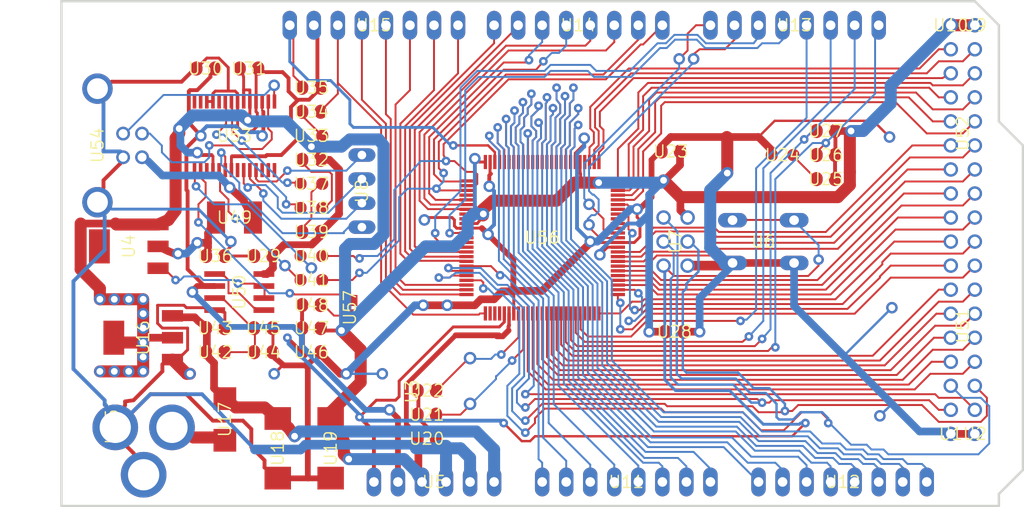
<source format=kicad_pcb>
(kicad_pcb (version 20241229) (generator "pcbnew") (generator_version "9.0")
  (layers (0 "F.Cu" signal "Top") (2 "B.Cu" signal "Bottom") (13 "F.Paste" user) (15 "B.Paste" user) (5 "F.SilkS" user) (7 "B.SilkS" user) (1 "F.Mask" user) (3 "B.Mask" user) (25 "Edge.Cuts" user))
  (net 0 "")
  (net 1 "+5V")
  (net 2 "GND")
  (net 3 "N$6")
  (net 4 "N$7")
  (net 5 "AREF")
  (net 6 "RESET")
  (net 7 "VIN")
  (net 8 "N$3")
  (net 9 "PWRIN")
  (net 10 "M8RXD")
  (net 11 "M8TXD")
  (net 12 "ADC0")
  (net 13 "ADC2")
  (net 14 "ADC1")
  (net 15 "ADC3")
  (net 16 "ADC4")
  (net 17 "ADC5")
  (net 18 "ADC6")
  (net 19 "ADC7")
  (net 20 "+3V3")
  (net 21 "SDA")
  (net 22 "SCL")
  (net 23 "ADC9")
  (net 24 "ADC8")
  (net 25 "ADC10")
  (net 26 "ADC11")
  (net 27 "ADC12")
  (net 28 "ADC13")
  (net 29 "ADC14")
  (net 30 "ADC15")
  (net 31 "PB3")
  (net 32 "PB2")
  (net 33 "PB1")
  (net 34 "PB5")
  (net 35 "PB4")
  (net 36 "PE5")
  (net 37 "PE4")
  (net 38 "PE3")
  (net 39 "PE1")
  (net 40 "PE0")
  (net 41 "N$15")
  (net 42 "N$53")
  (net 43 "N$54")
  (net 44 "N$55")
  (net 45 "D-")
  (net 46 "D+")
  (net 47 "N$60")
  (net 48 "DTR")
  (net 49 "USBVCC")
  (net 50 "N$2")
  (net 51 "N$4")
  (net 52 "GATE_CMD")
  (net 53 "CMP")
  (net 54 "PB6")
  (net 55 "PH3")
  (net 56 "PH4")
  (net 57 "PH5")
  (net 58 "PH6")
  (net 59 "PG5")
  (net 60 "RXD1")
  (net 61 "TXD1")
  (net 62 "RXD2")
  (net 63 "RXD3")
  (net 64 "TXD2")
  (net 65 "TXD3")
  (net 66 "PC0")
  (net 67 "PC1")
  (net 68 "PC2")
  (net 69 "PC3")
  (net 70 "PC4")
  (net 71 "PC5")
  (net 72 "PC6")
  (net 73 "PC7")
  (net 74 "PB0")
  (net 75 "PG0")
  (net 76 "PG1")
  (net 77 "PG2")
  (net 78 "PD7")
  (net 79 "PA0")
  (net 80 "PA1")
  (net 81 "PA2")
  (net 82 "PA3")
  (net 83 "PA4")
  (net 84 "PA5")
  (net 85 "PA6")
  (net 86 "PA7")
  (net 87 "PL0")
  (net 88 "PL1")
  (net 89 "PL2")
  (net 90 "PL3")
  (net 91 "PL4")
  (net 92 "PL5")
  (net 93 "PL6")
  (net 94 "PL7")
  (net 95 "PB7")
  (net 96 "CTS")
  (net 97 "DSR")
  (net 98 "DCD")
  (net 99 "RI")
  (footprint "Arduino MEGA Reference Design:2X03" (layer "F.Cu") (at 162.5981 103.7336 -90)
    (property "Reference" "U7")
    (property "Value" "")
  )
  (footprint "Arduino MEGA Reference Design:1X08" (layer "F.Cu") (at 152.3111 80.8736 180)
    (property "Reference" "U14")
    (property "Value" "")
  )
  (footprint "Arduino MEGA Reference Design:1X08" (layer "F.Cu") (at 130.7211 80.8736 180)
    (property "Reference" "U15")
    (property "Value" "")
  )
  (footprint "Arduino MEGA Reference Design:SMC_D" (layer "F.Cu") (at 120.5611 125.5776 -90)
    (property "Reference" "U18")
    (property "Value" "")
  )
  (footprint "Arduino MEGA Reference Design:SMC_D" (layer "F.Cu") (at 126.1491 125.5776 -90)
    (property "Reference" "U19")
    (property "Value" "")
  )
  (footprint "Arduino MEGA Reference Design:B3F-10XX" (layer "F.Cu") (at 171.8691 103.7336 180)
    (property "Reference" "U6")
    (property "Value" "")
  )
  (footprint "Arduino MEGA Reference Design:0805RND" (layer "F.Cu") (at 173.9011 94.5896 180)
    (property "Reference" "U24")
    (property "Value" "")
  )
  (footprint "Arduino MEGA Reference Design:SMB" (layer "F.Cu") (at 114.9731 122.5296 -90)
    (property "Reference" "U17")
    (property "Value" "")
  )
  (footprint "Arduino MEGA Reference Design:DC-21MM" (layer "F.Cu") (at 103.0351 123.2916 90)
    (property "Reference" "U55")
    (property "Value" "")
  )
  (footprint "Arduino MEGA Reference Design:HC49_S" (layer "F.Cu") (at 140.8811 118.4656 90)
    (property "Reference" "U3")
    (property "Value" "")
  )
  (footprint "Arduino MEGA Reference Design:SOT223" (layer "F.Cu") (at 106.3371 113.8936 90)
    (property "Reference" "U16")
    (property "Value" "")
  )
  (footprint "Arduino MEGA Reference Design:1X06" (layer "F.Cu") (at 137.0711 129.1336)
    (property "Reference" "U5")
    (property "Value" "")
  )
  (footprint "Arduino MEGA Reference Design:C0805RND" (layer "F.Cu") (at 124.1171 87.4776)
    (property "Reference" "U35")
    (property "Value" "")
  )
  (footprint "Arduino MEGA Reference Design:C0805RND" (layer "F.Cu") (at 162.4711 113.2586)
    (property "Reference" "U28")
    (property "Value" "")
  )
  (footprint "Arduino MEGA Reference Design:C0805RND" (layer "F.Cu") (at 136.3091 122.0216)
    (property "Reference" "U21")
    (property "Value" "")
  )
  (footprint "Arduino MEGA Reference Design:C0805RND" (layer "F.Cu") (at 136.3091 119.4816)
    (property "Reference" "U22")
    (property "Value" "")
  )
  (footprint "Arduino MEGA Reference Design:C0805RND" (layer "F.Cu") (at 113.9571 112.8776)
    (property "Reference" "U43")
    (property "Value" "")
  )
  (footprint "Arduino MEGA Reference Design:RCL_0805RND" (layer "F.Cu") (at 124.1171 105.2576)
    (property "Reference" "U40")
    (property "Value" "")
  )
  (footprint "Arduino MEGA Reference Design:RCL_0805RND" (layer "F.Cu") (at 124.1171 107.7976)
    (property "Reference" "U41")
    (property "Value" "")
  )
  (footprint "Arduino MEGA Reference Design:1X08" (layer "F.Cu") (at 157.3911 129.1336)
    (property "Reference" "U11")
    (property "Value" "")
  )
  (footprint "Arduino MEGA Reference Design:1X08" (layer "F.Cu") (at 175.1711 80.8736 180)
    (property "Reference" "U13")
    (property "Value" "")
  )
  (footprint "Arduino MEGA Reference Design:R0805RND" (layer "F.Cu") (at 178.4731 94.5896 180)
    (property "Reference" "U26")
    (property "Value" "")
  )
  (footprint "Arduino MEGA Reference Design:R0805RND" (layer "F.Cu") (at 178.4731 92.0496 180)
    (property "Reference" "U27")
    (property "Value" "")
  )
  (footprint "Arduino MEGA Reference Design:TQFP100" (layer "F.Cu") (at 148.5011 103.3272)
    (property "Reference" "U56")
    (property "Value" "")
  )
  (footprint "Arduino MEGA Reference Design:C0805RND" (layer "F.Cu") (at 162.0901 94.2086 180)
    (property "Reference" "U23")
    (property "Value" "")
  )
  (footprint "Arduino MEGA Reference Design:C0805RND" (layer "F.Cu") (at 136.3091 124.5616)
    (property "Reference" "U20")
    (property "Value" "")
  )
  (footprint "Arduino MEGA Reference Design:1X08" (layer "F.Cu") (at 180.2511 129.1336)
    (property "Reference" "U12")
    (property "Value" "")
  )
  (footprint "Arduino MEGA Reference Design:R0805RND" (layer "F.Cu") (at 124.1171 112.8776)
    (property "Reference" "U47")
    (property "Value" "")
  )
  (footprint "Arduino MEGA Reference Design:C0805RND" (layer "F.Cu") (at 124.1171 115.4176)
    (property "Reference" "U46")
    (property "Value" "")
  )
  (footprint "Arduino MEGA Reference Design:C0805RND" (layer "F.Cu") (at 113.9571 105.2576)
    (property "Reference" "U36")
    (property "Value" "")
  )
  (footprint "Arduino MEGA Reference Design:C0805RND" (layer "F.Cu") (at 112.9411 85.4456)
    (property "Reference" "U30")
    (property "Value" "")
  )
  (footprint "Arduino MEGA Reference Design:0805RND" (layer "F.Cu") (at 124.1171 100.1776 180)
    (property "Reference" "U38")
    (property "Value" "")
  )
  (footprint "Arduino MEGA Reference Design:0805RND" (layer "F.Cu") (at 124.1171 97.6376 180)
    (property "Reference" "U37")
    (property "Value" "")
  )
  (footprint "Arduino MEGA Reference Design:R0805RND" (layer "F.Cu") (at 124.1171 95.0976)
    (property "Reference" "U32")
    (property "Value" "")
  )
  (footprint "Arduino MEGA Reference Design:R0805RND" (layer "F.Cu") (at 124.1171 102.7176)
    (property "Reference" "U39")
    (property "Value" "")
  )
  (footprint "Arduino MEGA Reference Design:SSOP28" (layer "F.Cu") (at 115.9891 92.5576)
    (property "Reference" "U53")
    (property "Value" "")
  )
  (footprint "Arduino MEGA Reference Design:PN61729" (layer "F.Cu") (at 101.5111 93.5736 -90)
    (property "Reference" "U54")
    (property "Value" "")
  )
  (footprint "Arduino MEGA Reference Design:L1812" (layer "F.Cu") (at 115.9891 101.1936)
    (property "Reference" "U49")
    (property "Value" "")
  )
  (footprint "Arduino MEGA Reference Design:C0805RND" (layer "F.Cu") (at 117.5131 85.4456)
    (property "Reference" "U31")
    (property "Value" "")
  )
  (footprint "Arduino MEGA Reference Design:0805RND" (layer "F.Cu") (at 124.1171 92.5576 180)
    (property "Reference" "U33")
    (property "Value" "")
  )
  (footprint "Arduino MEGA Reference Design:R0805RND" (layer "F.Cu") (at 124.1171 90.0176 180)
    (property "Reference" "U34")
    (property "Value" "")
  )
  (footprint "Arduino MEGA Reference Design:C0805RND" (layer "F.Cu") (at 124.1171 110.4392 180)
    (property "Reference" "U48")
    (property "Value" "")
  )
  (footprint "Arduino MEGA Reference Design:SOT223" (layer "F.Cu") (at 104.8131 104.2416 90)
    (property "Reference" "U4")
    (property "Value" "")
  )
  (footprint "Arduino MEGA Reference Design:SO08" (layer "F.Cu") (at 116.4971 109.0676 -90)
    (property "Reference" "U50")
    (property "Value" "")
  )
  (footprint "Arduino MEGA Reference Design:R0805RND" (layer "F.Cu") (at 113.9571 115.4176 180)
    (property "Reference" "U42")
    (property "Value" "")
  )
  (footprint "Arduino MEGA Reference Design:R0805RND" (layer "F.Cu") (at 119.0371 112.8776 180)
    (property "Reference" "U45")
    (property "Value" "")
  )
  (footprint "Arduino MEGA Reference Design:C0805RND" (layer "F.Cu") (at 119.0371 115.4176 180)
    (property "Reference" "U44")
    (property "Value" "")
  )
  (footprint "Arduino MEGA Reference Design:C0805RND" (layer "F.Cu") (at 119.0371 105.2576)
    (property "Reference" "U29")
    (property "Value" "")
  )
  (footprint "Arduino MEGA Reference Design:2X08" (layer "F.Cu") (at 192.9511 92.3036 90)
    (property "Reference" "U52")
    (property "Value" "")
  )
  (footprint "Arduino MEGA Reference Design:2X08" (layer "F.Cu") (at 192.9511 112.6236 90)
    (property "Reference" "U51")
    (property "Value" "")
  )
  (footprint "Arduino MEGA Reference Design:R0805RND" (layer "F.Cu") (at 178.4731 97.1296 180)
    (property "Reference" "U25")
    (property "Value" "")
  )
  (footprint "Arduino MEGA Reference Design:1X01" (layer "F.Cu") (at 191.6811 80.8736)
    (property "Reference" "U10")
    (property "Value" "")
  )
  (footprint "Arduino MEGA Reference Design:1X01" (layer "F.Cu") (at 194.2211 80.8736)
    (property "Reference" "U9")
    (property "Value" "")
  )
  (footprint "Arduino MEGA Reference Design:1X01" (layer "F.Cu") (at 191.6811 124.0536)
    (property "Reference" "U1")
    (property "Value" "")
  )
  (footprint "Arduino MEGA Reference Design:1X01" (layer "F.Cu") (at 194.2211 124.0536)
    (property "Reference" "U2")
    (property "Value" "")
  )
  (footprint "Arduino MEGA Reference Design:SJ" (layer "F.Cu") (at 128.1811 110.7186 -90)
    (property "Reference" "U57")
    (property "Value" "")
  )
  (footprint "Arduino MEGA Reference Design:JP4" (layer "F.Cu") (at 129.4511 98.3996 -90)
    (property "Reference" "U8")
    (property "Value" "")
  )
  (gr_line (start 97.7011 78.3336) (end 194.2211 78.3336) (stroke (width 0.254)) (layer "Edge.Cuts"))
  (gr_line (start 194.2211 78.3336) (end 196.7611 80.8736) (stroke (width 0.254)) (layer "Edge.Cuts"))
  (gr_line (start 196.7611 91.0336) (end 199.3011 93.5736) (stroke (width 0.254)) (layer "Edge.Cuts"))
  (gr_line (start 199.3011 93.5736) (end 199.3011 127.8636) (stroke (width 0.254)) (layer "Edge.Cuts"))
  (gr_line (start 199.3011 127.8636) (end 196.7611 130.4036) (stroke (width 0.254)) (layer "Edge.Cuts"))
  (gr_line (start 196.7611 130.4036) (end 196.7611 131.6736) (stroke (width 0.254)) (layer "Edge.Cuts"))
  (gr_line (start 196.7611 131.6736) (end 97.7011 131.6736) (stroke (width 0.254)) (layer "Edge.Cuts"))
  (gr_line (start 97.7011 131.6736) (end 97.7011 78.3336) (stroke (width 0.254)) (layer "Edge.Cuts"))
  (gr_line (start 196.7611 80.8736) (end 196.7611 91.0336) (stroke (width 0.254)) (layer "Edge.Cuts"))
  (segment (start 125.0941 102.6786) (end 125.0941 102.7176) (width 0.8128) (layer "F.Cu") (net 1))
  (segment (start 125.1331 102.7176) (end 125.0941 102.6786) (width 0.8128) (layer "F.Cu") (net 1))
  (segment (start 125.0061 102.5906) (end 125.0061 103.2256) (width 0.8128) (layer "F.Cu") (net 1))
  (segment (start 125.0061 103.2256) (end 124.1425 104.0638) (width 0.8128) (layer "F.Cu") (net 1))
  (segment (start 124.1425 104.0638) (end 121.2215 104.0638) (width 0.7112) (layer "F.Cu") (net 1))
  (segment (start 121.2215 104.0638) (end 120.0531 105.2576) (width 0.8128) (layer "F.Cu") (net 1))
  (segment (start 119.4181 107.1626) (end 119.0971 107.1626) (width 0.8128) (layer "F.Cu") (net 1))
  (segment (start 120.0531 106.5276) (end 119.4181 107.1626) (width 0.8128) (layer "F.Cu") (net 1))
  (segment (start 120.0531 105.2576) (end 120.0141 105.2576) (width 0.8128) (layer "F.Cu") (net 1))
  (segment (start 120.0531 105.2576) (end 120.0531 106.5276) (width 0.8128) (layer "F.Cu") (net 1))
  (segment (start 126.1491 121.7676) (end 126.1491 122.4276) (width 1.27) (layer "F.Cu") (net 1))
  (segment (start 129.3241 118.5926) (end 126.1491 121.7676) (width 1.27) (layer "F.Cu") (net 1))
  (segment (start 142.2471 100.9706) (end 142.2471 100.3356) (width 1.27) (layer "F.Cu") (net 1))
  (segment (start 142.2471 100.3356) (end 143.2941 99.4156) (width 1.27) (layer "F.Cu") (net 1))
  (segment (start 143.2941 99.4156) (end 150.0251 99.4156) (width 1.27) (layer "F.Cu") (net 1))
  (segment (start 150.0251 99.4156) (end 151.9301 97.5106) (width 1.27) (layer "F.Cu") (net 1))
  (segment (start 151.9301 97.5106) (end 154.4701 97.5106) (width 1.27) (layer "F.Cu") (net 1))
  (segment (start 141.8727 95.3272) (end 142.5011 95.3272) (width 0.3048) (layer "F.Cu") (net 1))
  (segment (start 141.3891 94.9706) (end 141.8727 95.3272) (width 0.3048) (layer "F.Cu") (net 1))
  (segment (start 126.0221 95.0976) (end 127.0381 96.1136) (width 0.8128) (layer "F.Cu") (net 1))
  (segment (start 125.1331 102.7176) (end 125.0941 102.7176) (width 0.8128) (layer "F.Cu") (net 1))
  (segment (start 127.0381 96.1136) (end 127.0381 100.8126) (width 0.8128) (layer "F.Cu") (net 1))
  (segment (start 127.0381 100.8126) (end 125.1331 102.7176) (width 0.8128) (layer "F.Cu") (net 1))
  (segment (start 129.3241 115.1636) (end 129.3241 118.5926) (width 1.27) (layer "F.Cu") (net 1))
  (segment (start 127.2921 113.1316) (end 129.3241 115.1636) (width 1.27) (layer "F.Cu") (net 1))
  (segment (start 125.1331 112.8776) (end 125.0941 112.8776) (width 0.4064) (layer "F.Cu") (net 1))
  (segment (start 127.2921 113.1316) (end 125.3871 113.1316) (width 0.4064) (layer "F.Cu") (net 1))
  (segment (start 125.3871 113.1316) (end 125.1331 112.8776) (width 0.4064) (layer "F.Cu") (net 1))
  (segment (start 163.1061 99.0346) (end 163.1061 100.4316) (width 0.8128) (layer "F.Cu") (net 1))
  (segment (start 163.1061 100.4316) (end 163.8681 101.1936) (width 0.8128) (layer "F.Cu") (net 1))
  (segment (start 143.8529 113.7158) (end 143.7005 113.7412) (width 0.2032) (layer "F.Cu") (net 1))
  (segment (start 143.9291 113.6396) (end 143.8529 113.7158) (width 0.2032) (layer "F.Cu") (net 1))
  (segment (start 143.7005 113.7412) (end 144.3355 113.7412) (width 0.6096) (layer "F.Cu") (net 1))
  (segment (start 144.3355 113.7412) (end 144.9451 113.1316) (width 0.6096) (layer "F.Cu") (net 1))
  (segment (start 144.9451 113.1316) (end 144.9451 112.7506) (width 0.4064) (layer "F.Cu") (net 1))
  (segment (start 144.9451 112.7506) (end 145.0011 112.5676) (width 0.4064) (layer "F.Cu") (net 1))
  (segment (start 103.5177 101.9302) (end 105.3211 101.9302) (width 1.27) (layer "F.Cu") (net 1))
  (segment (start 105.3211 101.9302) (end 107.9119 101.9302) (width 1.27) (layer "F.Cu") (net 1))
  (segment (start 103.4161 101.8286) (end 103.5177 101.9302) (width 1.27) (layer "F.Cu") (net 1))
  (segment (start 141.6445 101.8272) (end 140.5011 101.8272) (width 0.3048) (layer "F.Cu") (net 1))
  (segment (start 142.1511 101.1936) (end 142.2471 100.9706) (width 0.4064) (layer "F.Cu") (net 1))
  (segment (start 113.7141 94.7276) (end 113.7141 96.1826) (width 0.3048) (layer "F.Cu") (net 1))
  (segment (start 113.5761 94.5896) (end 113.7141 94.7276) (width 0.3048) (layer "F.Cu") (net 1))
  (segment (start 112.3061 94.5896) (end 113.5761 94.5896) (width 0.4064) (layer "F.Cu") (net 1))
  (segment (start 112.0521 94.3356) (end 112.3061 94.5896) (width 0.4064) (layer "F.Cu") (net 1))
  (segment (start 152.5651 97.0026) (end 152.5651 96.5708) (width 0.3048) (layer "F.Cu") (net 1))
  (segment (start 152.5651 96.5708) (end 152.5143 96.52) (width 0.3048) (layer "F.Cu") (net 1))
  (segment (start 152.5143 96.52) (end 152.5143 96.266) (width 0.3048) (layer "F.Cu") (net 1))
  (segment (start 152.4889 95.4024) (end 152.5133 95.378) (width 0.254) (layer "F.Cu") (net 1))
  (segment (start 152.5133 95.378) (end 152.5011 95.3272) (width 0.254) (layer "F.Cu") (net 1))
  (segment (start 152.5143 96.266) (end 152.5143 95.4278) (width 0.254) (layer "F.Cu") (net 1))
  (segment (start 152.5143 95.4278) (end 152.4889 95.4024) (width 0.254) (layer "F.Cu") (net 1))
  (segment (start 181.1401 92.0496) (end 179.4501 92.0496) (width 0.8128) (layer "F.Cu") (net 1))
  (segment (start 154.4701 97.5106) (end 153.0731 97.5106) (width 0.4064) (layer "F.Cu") (net 1))
  (segment (start 153.0731 97.5106) (end 152.5651 97.0026) (width 0.4064) (layer "F.Cu") (net 1))
  (segment (start 155.4005 104.3272) (end 156.5011 104.3272) (width 0.3048) (layer "F.Cu") (net 1))
  (segment (start 155.3591 104.3686) (end 155.4005 104.3272) (width 0.254) (layer "F.Cu") (net 1))
  (segment (start 154.5971 105.1306) (end 155.3591 104.3686) (width 0.3048) (layer "F.Cu") (net 1))
  (segment (start 159.8041 113.2586) (end 161.4941 113.2586) (width 0.8128) (layer "F.Cu") (net 1))
  (segment (start 161.3281 97.2566) (end 161.4551 97.2566) (width 0.8128) (layer "F.Cu") (net 1))
  (segment (start 163.0671 95.6446) (end 163.0671 94.2086) (width 0.8128) (layer "F.Cu") (net 1))
  (segment (start 161.4551 97.2566) (end 163.0671 95.6446) (width 0.8128) (layer "F.Cu") (net 1))
  (segment (start 161.3281 97.2566) (end 163.1061 99.0346) (width 1.27) (layer "F.Cu") (net 1))
  (segment (start 181.0131 96.3676) (end 181.0131 96.4946) (width 0.8128) (layer "F.Cu") (net 1))
  (segment (start 181.0131 96.3676) (end 181.0131 92.1766) (width 1.27) (layer "F.Cu") (net 1))
  (segment (start 181.0131 92.1766) (end 181.1401 92.0496) (width 0.8128) (layer "F.Cu") (net 1))
  (segment (start 179.3621 94.5896) (end 179.4501 94.5896) (width 0.4064) (layer "F.Cu") (net 1))
  (segment (start 179.4891 94.4626) (end 179.3621 94.5896) (width 0.4064) (layer "F.Cu") (net 1))
  (segment (start 179.4501 94.5896) (end 179.4891 94.5896) (width 0.4064) (layer "F.Cu") (net 1))
  (segment (start 179.4501 94.6286) (end 179.4501 97.1296) (width 0.4064) (layer "F.Cu") (net 1))
  (segment (start 179.4891 94.5896) (end 179.4501 94.6286) (width 0.4064) (layer "F.Cu") (net 1))
  (segment (start 191.6811 80.8736) (end 194.2211 80.8736) (width 1.27) (layer "F.Cu") (net 1))
  (segment (start 135.0391 123.9266) (end 134.1501 123.0376) (width 0.508) (layer "F.Cu") (net 1))
  (segment (start 127.5461 124.8156) (end 127.5461 126.2126) (width 1.27) (layer "F.Cu") (net 1))
  (segment (start 134.1501 123.0376) (end 134.1501 118.8466) (width 0.508) (layer "F.Cu") (net 1))
  (segment (start 134.1501 118.8466) (end 139.3571 113.6396) (width 0.508) (layer "F.Cu") (net 1))
  (segment (start 126.1491 122.4276) (end 127.5461 124.8156) (width 1.27) (layer "F.Cu") (net 1))
  (segment (start 127.5461 126.2126) (end 128.0541 126.7206) (width 1.27) (layer "F.Cu") (net 1))
  (segment (start 135.3321 124.5616) (end 135.0391 123.9266) (width 0.508) (layer "F.Cu") (net 1))
  (segment (start 139.3571 113.6396) (end 143.9291 113.6396) (width 0.6096) (layer "F.Cu") (net 1))
  (segment (start 145.0011 112.5676) (end 145.0011 111.3272) (width 0.3556) (layer "F.Cu") (net 1))
  (segment (start 106.9721 113.8936) (end 109.4359 113.8936) (width 0.8128) (layer "F.Cu") (net 1))
  (segment (start 99.7331 106.6546) (end 101.2571 108.1786) (width 1.27) (layer "F.Cu") (net 1))
  (segment (start 99.7331 106.6546) (end 99.7331 101.8286) (width 1.27) (layer "F.Cu") (net 1))
  (segment (start 99.7331 101.8286) (end 103.4161 101.8286) (width 0.8128) (layer "F.Cu") (net 1))
  (segment (start 101.2571 108.1786) (end 101.2571 108.3056) (width 0.508) (layer "F.Cu") (net 1))
  (segment (start 117.6147 87.7062) (end 116.9543 87.7062) (width 0.3048) (layer "F.Cu") (net 1))
  (segment (start 116.9543 87.7062) (end 116.9641 88.9326) (width 0.3048) (layer "F.Cu") (net 1))
  (segment (start 117.6141 88.9326) (end 117.6147 87.7062) (width 0.3048) (layer "F.Cu") (net 1))
  (segment (start 116.9543 86.36) (end 116.8781 86.0806) (width 0.3048) (layer "F.Cu") (net 1))
  (segment (start 116.9543 87.6554) (end 116.9543 86.36) (width 0.3048) (layer "F.Cu") (net 1))
  (segment (start 116.8781 86.0806) (end 116.5361 85.4456) (width 0.3048) (layer "F.Cu") (net 1))
  (segment (start 116.9641 88.9326) (end 116.9543 87.6554) (width 0.3048) (layer "F.Cu") (net 1))
  (segment (start 117.3861 90.9066) (end 117.6147 90.3986) (width 0.3048) (layer "F.Cu") (net 1))
  (segment (start 117.6147 90.3986) (end 117.6147 89.7636) (width 0.3048) (layer "F.Cu") (net 1))
  (segment (start 124.1171 93.7006) (end 124.7521 94.4626) (width 0.8128) (layer "F.Cu") (net 1))
  (segment (start 117.6147 89.7636) (end 117.6141 88.9326) (width 0.3048) (layer "F.Cu") (net 1))
  (segment (start 124.7521 94.4626) (end 125.0941 95.0976) (width 0.8128) (layer "F.Cu") (net 1))
  (segment (start 109.0041 101.4476) (end 109.7661 100.4316) (width 1.27) (layer "F.Cu") (net 1))
  (segment (start 109.7661 100.4316) (end 109.7661 92.8116) (width 1.27) (layer "F.Cu") (net 1))
  (segment (start 109.7661 92.8116) (end 110.1471 92.3036) (width 1.27) (layer "F.Cu") (net 1))
  (segment (start 110.1471 92.3036) (end 110.1471 91.7956) (width 1.27) (layer "F.Cu") (net 1))
  (segment (start 107.9119 101.9302) (end 109.0041 101.4476) (width 1.27) (layer "F.Cu") (net 1))
  (segment (start 135.4201 127.7366) (end 135.4201 125.1966) (width 0.8128) (layer "F.Cu") (net 1))
  (segment (start 135.4201 125.1966) (end 135.3321 124.5616) (width 0.8128) (layer "F.Cu") (net 1))
  (segment (start 135.8011 129.1336) (end 135.4201 127.7366) (width 0.8128) (layer "F.Cu") (net 1))
  (segment (start 163.1061 99.0346) (end 179.7431 99.0346) (width 1.27) (layer "F.Cu") (net 1))
  (segment (start 179.7431 99.0346) (end 181.0131 97.7646) (width 1.27) (layer "F.Cu") (net 1))
  (segment (start 181.0131 97.7646) (end 181.0131 96.3676) (width 1.27) (layer "F.Cu") (net 1))
  (segment (start 179.4501 92.0496) (end 179.3621 92.0496) (width 0.4064) (layer "F.Cu") (net 1))
  (segment (start 179.4891 92.1766) (end 179.4891 94.4626) (width 0.4064) (layer "F.Cu") (net 1))
  (segment (start 179.3621 92.0496) (end 179.4891 92.1766) (width 0.4064) (layer "F.Cu") (net 1))
  (segment (start 142.1511 101.1936) (end 141.6445 101.8272) (width 0.3048) (layer "F.Cu") (net 1))
  (segment (start 142.2781 100.8126) (end 142.1511 101.1936) (width 0.4064) (layer "F.Cu") (net 1))
  (segment (start 125.0941 95.0976) (end 126.0221 95.0976) (width 0.8128) (layer "F.Cu") (net 1))
  (segment (start 125.0941 102.6786) (end 125.0061 102.5906) (width 0.8128) (layer "F.Cu") (net 1))
  (segment (start 106.3371 114.4016) (end 103.7461 114.4016) (width 1.27) (layer "F.Cu") (net 1))
  (segment (start 101.7651 109.8296) (end 103.2891 109.8296) (width 1.27) (layer "F.Cu") (net 1))
  (segment (start 101.7651 108.6866) (end 101.7651 109.8296) (width 1.27) (layer "F.Cu") (net 1))
  (segment (start 106.3371 109.8296) (end 106.3371 111.3536) (width 1.27) (layer "F.Cu") (net 1))
  (segment (start 106.3371 112.8776) (end 106.3371 114.4016) (width 1.27) (layer "F.Cu") (net 1))
  (segment (start 106.3371 115.9256) (end 106.3371 117.4496) (width 1.27) (layer "F.Cu") (net 1))
  (segment (start 104.8131 117.4496) (end 103.2891 117.4496) (width 1.27) (layer "F.Cu") (net 1))
  (segment (start 101.7651 117.4496) (end 103.2891 117.4496) (width 1.27) (layer "F.Cu") (net 1))
  (segment (start 106.3371 112.8776) (end 106.3371 111.3536) (width 1.27) (layer "F.Cu") (net 1))
  (segment (start 106.3371 117.4496) (end 104.8131 117.4496) (width 1.27) (layer "F.Cu") (net 1))
  (segment (start 106.3371 109.8296) (end 104.8131 109.8296) (width 1.27) (layer "F.Cu") (net 1))
  (segment (start 106.3371 115.9256) (end 106.3371 114.4016) (width 1.27) (layer "F.Cu") (net 1))
  (segment (start 103.7461 114.4016) (end 103.2381 113.8936) (width 1.27) (layer "F.Cu") (net 1))
  (segment (start 103.2891 109.8296) (end 104.8131 109.8296) (width 1.27) (layer "F.Cu") (net 1))
  (segment (start 101.2571 108.1786) (end 101.7651 108.6866) (width 1.27) (layer "F.Cu") (net 1))
  (via (at 117.3861 90.9066) (size 1.2192) (drill 0.7112) (layers "F.Cu" "B.Cu") (net 1))
  (via (at 124.1171 93.7006) (size 1.2192) (drill 0.7112) (layers "F.Cu" "B.Cu") (net 1))
  (via (at 110.1471 91.7956) (size 1.2192) (drill 0.7112) (layers "F.Cu" "B.Cu") (net 1))
  (via (at 128.0541 126.7206) (size 1.2192) (drill 0.7112) (layers "F.Cu" "B.Cu") (net 1))
  (via (at 127.2921 113.1316) (size 1.2192) (drill 0.7112) (layers "F.Cu" "B.Cu") (net 1))
  (via (at 112.0521 94.3356) (size 1.2192) (drill 0.7112) (layers "F.Cu" "B.Cu") (net 1))
  (via (at 181.1401 92.0496) (size 1.2192) (drill 0.7112) (layers "F.Cu" "B.Cu") (net 1))
  (via (at 154.4701 97.5106) (size 1.2192) (drill 0.7112) (layers "F.Cu" "B.Cu") (net 1))
  (via (at 161.3281 97.2566) (size 1.2192) (drill 0.7112) (layers "F.Cu" "B.Cu") (net 1))
  (via (at 154.5971 105.1306) (size 1.2192) (drill 0.7112) (layers "F.Cu" "B.Cu") (net 1))
  (via (at 159.8041 113.2586) (size 1.2192) (drill 0.7112) (layers "F.Cu" "B.Cu") (net 1))
  (via (at 142.2781 100.8126) (size 1.2192) (drill 0.7112) (layers "F.Cu" "B.Cu") (net 1))
  (via (at 141.3891 94.9706) (size 1.2192) (drill 0.7112) (layers "F.Cu" "B.Cu") (net 1))
  (via (at 101.7651 109.8296) (size 1.2192) (drill 0.7112) (layers "F.Cu" "B.Cu") (net 1))
  (via (at 106.3371 109.8296) (size 1.2192) (drill 0.7112) (layers "F.Cu" "B.Cu") (net 1))
  (via (at 104.8131 109.8296) (size 1.2192) (drill 0.7112) (layers "F.Cu" "B.Cu") (net 1))
  (via (at 103.2891 109.8296) (size 1.2192) (drill 0.7112) (layers "F.Cu" "B.Cu") (net 1))
  (via (at 106.3371 111.3536) (size 1.2192) (drill 0.7112) (layers "F.Cu" "B.Cu") (net 1))
  (via (at 106.3371 112.8776) (size 1.2192) (drill 0.7112) (layers "F.Cu" "B.Cu") (net 1))
  (via (at 101.7651 117.4496) (size 1.2192) (drill 0.7112) (layers "F.Cu" "B.Cu") (net 1))
  (via (at 103.2891 117.4496) (size 1.2192) (drill 0.7112) (layers "F.Cu" "B.Cu") (net 1))
  (via (at 104.8131 117.4496) (size 1.2192) (drill 0.7112) (layers "F.Cu" "B.Cu") (net 1))
  (via (at 106.3371 115.9256) (size 1.2192) (drill 0.7112) (layers "F.Cu" "B.Cu") (net 1))
  (via (at 106.3371 114.4016) (size 1.2192) (drill 0.7112) (layers "F.Cu" "B.Cu") (net 1))
  (via (at 106.3371 117.4496) (size 1.2192) (drill 0.7112) (layers "F.Cu" "B.Cu") (net 1))
  (segment (start 141.2621 100.8126) (end 142.2781 100.8126) (width 1.27) (layer "B.Cu") (net 1))
  (segment (start 140.6271 101.4476) (end 141.2621 100.8126) (width 1.27) (layer "B.Cu") (net 1))
  (segment (start 140.6271 102.8446) (end 140.6271 101.4476) (width 1.27) (layer "B.Cu") (net 1))
  (segment (start 139.2301 104.2416) (end 140.6271 102.8446) (width 1.27) (layer "B.Cu") (net 1))
  (segment (start 142.2781 100.8126) (end 142.2781 100.9396) (width 0.4064) (layer "B.Cu") (net 1))
  (segment (start 141.3891 100.0506) (end 141.3891 94.9706) (width 0.4064) (layer "B.Cu") (net 1))
  (segment (start 142.2781 100.9396) (end 141.3891 100.0506) (width 0.4064) (layer "B.Cu") (net 1))
  (segment (start 128.1811 92.9386) (end 131.2291 92.9386) (width 1.27) (layer "B.Cu") (net 1))
  (segment (start 131.2291 92.9386) (end 131.7371 93.5736) (width 1.27) (layer "B.Cu") (net 1))
  (segment (start 131.7371 93.5736) (end 131.7371 102.9716) (width 1.27) (layer "B.Cu") (net 1))
  (segment (start 131.7371 102.9716) (end 130.7211 103.9876) (width 1.27) (layer "B.Cu") (net 1))
  (segment (start 130.7211 103.9876) (end 128.1811 103.9876) (width 1.27) (layer "B.Cu") (net 1))
  (segment (start 124.1171 93.7006) (end 127.2921 93.7006) (width 1.27) (layer "B.Cu") (net 1))
  (segment (start 127.2921 93.7006) (end 128.1811 92.9386) (width 1.27) (layer "B.Cu") (net 1))
  (segment (start 128.1811 103.9876) (end 127.6731 104.4956) (width 1.27) (layer "B.Cu") (net 1))
  (segment (start 127.2921 113.0046) (end 127.2921 113.1316) (width 0.8128) (layer "B.Cu") (net 1))
  (segment (start 127.6731 104.4956) (end 127.6731 112.6236) (width 1.27) (layer "B.Cu") (net 1))
  (segment (start 127.6731 112.6236) (end 127.2921 113.0046) (width 0.8128) (layer "B.Cu") (net 1))
  (segment (start 159.8041 100.8126) (end 158.7881 101.8286) (width 0.8128) (layer "B.Cu") (net 1))
  (segment (start 159.8041 98.7806) (end 159.8041 100.5586) (width 0.8128) (layer "B.Cu") (net 1))
  (segment (start 159.8041 100.5586) (end 159.8041 100.8126) (width 0.8128) (layer "B.Cu") (net 1))
  (segment (start 161.3281 97.2566) (end 159.8041 98.7806) (width 0.8128) (layer "B.Cu") (net 1))
  (segment (start 159.8041 100.5586) (end 159.8041 113.2586) (width 0.8128) (layer "B.Cu") (net 1))
  (segment (start 158.7881 101.8286) (end 157.5181 101.8286) (width 0.4064) (layer "B.Cu") (net 1))
  (segment (start 157.5181 101.8286) (end 154.7241 104.6226) (width 0.4064) (layer "B.Cu") (net 1))
  (segment (start 154.7241 104.6226) (end 154.7241 105.0036) (width 0.4064) (layer "B.Cu") (net 1))
  (segment (start 154.7241 105.0036) (end 154.5971 105.1306) (width 0.4064) (layer "B.Cu") (net 1))
  (segment (start 181.1401 92.0496) (end 182.4101 92.0496) (width 1.27) (layer "B.Cu") (net 1))
  (segment (start 182.4101 92.0496) (end 185.3311 89.1286) (width 1.27) (layer "B.Cu") (net 1))
  (segment (start 185.3311 89.1286) (end 185.3311 87.2236) (width 1.27) (layer "B.Cu") (net 1))
  (segment (start 185.3311 87.2236) (end 191.6811 80.8736) (width 1.27) (layer "B.Cu") (net 1))
  (segment (start 111.0361 94.3356) (end 112.0521 94.3356) (width 0.8128) (layer "B.Cu") (net 1))
  (segment (start 110.2741 93.5736) (end 111.0361 94.3356) (width 0.8128) (layer "B.Cu") (net 1))
  (segment (start 110.1471 91.7956) (end 110.4011 91.6686) (width 0.8128) (layer "B.Cu") (net 1))
  (segment (start 110.2741 91.7956) (end 110.2741 93.5736) (width 0.8128) (layer "B.Cu") (net 1))
  (segment (start 110.4011 91.6686) (end 110.2741 91.7956) (width 0.8128) (layer "B.Cu") (net 1))
  (segment (start 154.4701 97.5106) (end 161.0741 97.5106) (width 1.27) (layer "B.Cu") (net 1))
  (segment (start 161.0741 97.5106) (end 161.3281 97.2566) (width 0.6096) (layer "B.Cu") (net 1))
  (segment (start 135.1661 127.9906) (end 135.8011 129.1336) (width 1.27) (layer "B.Cu") (net 1))
  (segment (start 117.3861 90.9066) (end 117.6401 91.0336) (width 1.27) (layer "B.Cu") (net 1))
  (segment (start 117.6401 91.0336) (end 121.4501 91.0336) (width 1.27) (layer "B.Cu") (net 1))
  (segment (start 121.4501 91.0336) (end 124.1171 93.7006) (width 1.27) (layer "B.Cu") (net 1))
  (segment (start 110.1471 91.7956) (end 111.5441 90.3986) (width 1.27) (layer "B.Cu") (net 1))
  (segment (start 111.5441 90.3986) (end 116.7511 90.3986) (width 1.27) (layer "B.Cu") (net 1))
  (segment (start 116.7511 90.3986) (end 117.3861 90.9066) (width 1.27) (layer "B.Cu") (net 1))
  (segment (start 133.8961 126.7206) (end 135.1661 127.9906) (width 1.27) (layer "B.Cu") (net 1))
  (segment (start 128.0541 126.7206) (end 133.8961 126.7206) (width 1.27) (layer "B.Cu") (net 1))
  (segment (start 136.1821 104.2416) (end 139.2301 104.2416) (width 1.27) (layer "B.Cu") (net 1))
  (segment (start 127.2921 113.1316) (end 136.1821 104.2416) (width 1.27) (layer "B.Cu") (net 1))
  (segment (start 113.7031 122.6566) (end 116.8781 122.6566) (width 0.4064) (layer "F.Cu") (net 2))
  (segment (start 110.9091 119.8626) (end 113.7031 122.6566) (width 0.4064) (layer "F.Cu") (net 2))
  (segment (start 103.4923 123.3678) (end 103.5431 123.4186) (width 0.4064) (layer "F.Cu") (net 2))
  (segment (start 103.3907 123.3678) (end 103.4923 123.3678) (width 0.4064) (layer "F.Cu") (net 2))
  (segment (start 107.0991 119.8626) (end 110.9091 119.8626) (width 0.4064) (layer "F.Cu") (net 2))
  (segment (start 103.5431 123.4186) (end 107.0991 119.8626) (width 0.4064) (layer "F.Cu") (net 2))
  (segment (start 142.7861 102.9716) (end 142.1257 102.3112) (width 0.6096) (layer "F.Cu") (net 2))
  (segment (start 142.9131 97.8916) (end 142.9131 96.7486) (width 0.4064) (layer "F.Cu") (net 2))
  (segment (start 142.9131 96.7486) (end 143.0909 96.5708) (width 0.4064) (layer "F.Cu") (net 2))
  (segment (start 152.0011 94.3916) (end 152.0011 95.3272) (width 0.3048) (layer "F.Cu") (net 2))
  (segment (start 152.9461 93.4466) (end 152.0011 94.3916) (width 0.3048) (layer "F.Cu") (net 2))
  (segment (start 152.9461 92.8116) (end 152.9461 93.4466) (width 0.3048) (layer "F.Cu") (net 2))
  (segment (start 142.0241 102.3366) (end 142.0241 102.3112) (width 0.3048) (layer "F.Cu") (net 2))
  (segment (start 142.1257 102.3112) (end 142.0495 102.3112) (width 0.3048) (layer "F.Cu") (net 2))
  (segment (start 142.0495 102.3112) (end 142.0241 102.3366) (width 0.3048) (layer "F.Cu") (net 2))
  (segment (start 168.6179 105.9942) (end 168.5925 105.9942) (width 1.016) (layer "F.Cu") (net 2))
  (segment (start 168.3131 106.2736) (end 163.8681 106.2736) (width 1.016) (layer "F.Cu") (net 2))
  (segment (start 168.5925 105.9942) (end 168.3131 106.2736) (width 1.016) (layer "F.Cu") (net 2))
  (segment (start 158.5341 100.3046) (end 158.7881 100.3046) (width 0.6096) (layer "F.Cu") (net 2))
  (segment (start 160.0581 99.0346) (end 160.0581 95.0976) (width 0.6096) (layer "F.Cu") (net 2))
  (segment (start 158.7881 100.3046) (end 160.0581 99.0346) (width 0.6096) (layer "F.Cu") (net 2))
  (segment (start 140.5011 102.3272) (end 139.4747 102.3272) (width 0.3048) (layer "F.Cu") (net 2))
  (segment (start 139.4747 102.3272) (end 139.2301 102.0826) (width 0.3048) (layer "F.Cu") (net 2))
  (segment (start 139.2301 102.0826) (end 139.2301 101.4476) (width 0.3048) (layer "F.Cu") (net 2))
  (segment (start 139.2301 101.4476) (end 138.9761 101.1936) (width 0.3048) (layer "F.Cu") (net 2))
  (segment (start 138.9761 101.1936) (end 136.3091 101.1936) (width 0.3048) (layer "F.Cu") (net 2))
  (segment (start 136.3091 101.1936) (end 136.0551 101.4476) (width 0.3048) (layer "F.Cu") (net 2))
  (segment (start 153.7843 103.8352) (end 157.6197 103.8352) (width 0.3048) (layer "F.Cu") (net 2))
  (segment (start 157.6197 103.8352) (end 157.6451 103.8606) (width 0.3048) (layer "F.Cu") (net 2))
  (segment (start 157.6197 103.8352) (end 156.5091 103.8352) (width 0.3048) (layer "F.Cu") (net 2))
  (segment (start 156.5091 103.8352) (end 156.5011 103.8272) (width 0.3048) (layer "F.Cu") (net 2))
  (segment (start 124.8791 115.6716) (end 125.0941 115.4176) (width 0.3048) (layer "F.Cu") (net 2))
  (segment (start 120.3071 116.0526) (end 120.0141 115.4176) (width 0.6096) (layer "F.Cu") (net 2))
  (segment (start 123.7361 128.7526) (end 124.7521 128.7526) (width 0.6096) (layer "F.Cu") (net 2))
  (segment (start 121.9581 128.7526) (end 123.7361 128.7526) (width 0.6096) (layer "F.Cu") (net 2))
  (segment (start 120.5611 128.7276) (end 121.9581 128.7526) (width 0.3048) (layer "F.Cu") (net 2))
  (segment (start 124.7521 128.7526) (end 126.1491 128.7276) (width 0.6096) (layer "F.Cu") (net 2))
  (segment (start 123.7361 117.0686) (end 123.4821 116.8146) (width 0.6096) (layer "F.Cu") (net 2))
  (segment (start 123.7361 128.7526) (end 123.7361 117.0686) (width 0.6096) (layer "F.Cu") (net 2))
  (segment (start 119.1641 127.6096) (end 120.5611 128.7276) (width 0.4064) (layer "F.Cu") (net 2))
  (segment (start 105.3211 126.0856) (end 104.6861 125.4506) (width 0.4064) (layer "F.Cu") (net 2))
  (segment (start 104.6861 125.4506) (end 103.3907 123.3678) (width 0.4064) (layer "F.Cu") (net 2))
  (segment (start 106.3879 128.3716) (end 105.3211 126.0856) (width 0.4064) (layer "F.Cu") (net 2))
  (segment (start 135.4201 121.3866) (end 135.4201 120.1166) (width 0.4064) (layer "F.Cu") (net 2))
  (segment (start 135.3321 122.0216) (end 135.4201 121.3866) (width 0.3048) (layer "F.Cu") (net 2))
  (segment (start 135.4201 120.1166) (end 135.3321 119.4816) (width 0.3048) (layer "F.Cu") (net 2))
  (segment (start 136.9441 123.9266) (end 135.6741 122.6566) (width 0.4064) (layer "F.Cu") (net 2))
  (segment (start 137.2861 124.5616) (end 136.9441 123.9266) (width 0.3048) (layer "F.Cu") (net 2))
  (segment (start 135.6741 122.6566) (end 135.3321 122.0216) (width 0.4064) (layer "F.Cu") (net 2))
  (segment (start 137.9601 125.5776) (end 137.5791 125.1966) (width 0.4064) (layer "F.Cu") (net 2))
  (segment (start 137.9601 127.7366) (end 137.9601 125.5776) (width 0.4064) (layer "F.Cu") (net 2))
  (segment (start 137.5791 125.1966) (end 137.2861 124.5616) (width 0.4064) (layer "F.Cu") (net 2))
  (segment (start 137.9601 127.7366) (end 138.3411 129.1336) (width 0.4064) (layer "F.Cu") (net 2))
  (segment (start 191.6811 124.0536) (end 194.2211 124.0536) (width 0.8128) (layer "F.Cu") (net 2))
  (segment (start 143.0909 96.5708) (end 142.9893 96.4692) (width 0.3048) (layer "F.Cu") (net 2))
  (segment (start 142.9893 96.4692) (end 143.0011 95.3272) (width 0.3048) (layer "F.Cu") (net 2))
  (segment (start 140.5763 102.3112) (end 140.5603 102.3272) (width 0.3048) (layer "F.Cu") (net 2))
  (segment (start 140.5603 102.3272) (end 140.5011 102.3272) (width 0.3048) (layer "F.Cu") (net 2))
  (segment (start 142.0241 102.3112) (end 140.5763 102.3112) (width 0.3048) (layer "F.Cu") (net 2))
  (segment (start 142.0241 102.3112) (end 142.1003 102.3112) (width 0.3048) (layer "F.Cu") (net 2))
  (segment (start 153.7589 103.8098) (end 153.7843 103.8352) (width 0.3048) (layer "F.Cu") (net 2))
  (segment (start 156.5195 103.8272) (end 156.5275 103.8352) (width 0.3048) (layer "F.Cu") (net 2))
  (segment (start 156.5011 103.8272) (end 156.5195 103.8272) (width 0.3048) (layer "F.Cu") (net 2))
  (segment (start 118.2641 88.9326) (end 118.2641 90.0066) (width 0.3048) (layer "F.Cu") (net 2))
  (segment (start 118.2641 90.0066) (end 118.4021 90.1446) (width 0.3048) (layer "F.Cu") (net 2))
  (segment (start 118.4021 90.1446) (end 118.4021 91.5416) (width 0.3048) (layer "F.Cu") (net 2))
  (segment (start 118.4021 91.5416) (end 117.8941 92.0496) (width 0.3048) (layer "F.Cu") (net 2))
  (segment (start 117.8941 92.0496) (end 116.7511 92.0496) (width 0.3048) (layer "F.Cu") (net 2))
  (segment (start 116.7511 92.0496) (end 116.3193 91.6178) (width 0.3048) (layer "F.Cu") (net 2))
  (segment (start 116.3193 89.0778) (end 116.3141 89.0726) (width 0.3048) (layer "F.Cu") (net 2))
  (segment (start 116.3141 89.0726) (end 116.3141 88.9326) (width 0.3048) (layer "F.Cu") (net 2))
  (segment (start 116.3193 91.6178) (end 116.3193 89.0778) (width 0.3048) (layer "F.Cu") (net 2))
  (segment (start 115.6641 96.1826) (end 115.6641 94.7876) (width 0.3048) (layer "F.Cu") (net 2))
  (segment (start 115.6641 94.7876) (end 115.7351 94.7166) (width 0.3048) (layer "F.Cu") (net 2))
  (segment (start 115.7351 94.7166) (end 119.2911 94.7166) (width 0.4064) (layer "F.Cu") (net 2))
  (segment (start 119.2911 94.7166) (end 119.4181 94.5896) (width 0.4064) (layer "F.Cu") (net 2))
  (segment (start 119.4181 94.5896) (end 120.9421 94.5896) (width 0.4064) (layer "F.Cu") (net 2))
  (segment (start 120.9421 94.5896) (end 122.9741 92.5576) (width 0.4064) (layer "F.Cu") (net 2))
  (segment (start 153.7081 103.8606) (end 153.7589 103.8098) (width 0.4064) (layer "F.Cu") (net 2))
  (segment (start 153.5811 103.7336) (end 153.7081 103.8606) (width 0.4064) (layer "F.Cu") (net 2))
  (segment (start 153.5811 103.8606) (end 153.5811 103.7336) (width 0.6096) (layer "F.Cu") (net 2))
  (segment (start 145.4531 108.9406) (end 148.5011 108.9406) (width 0.8128) (layer "F.Cu") (net 2))
  (segment (start 148.5011 108.9406) (end 153.5811 103.8606) (width 0.8128) (layer "F.Cu") (net 2))
  (segment (start 145.4531 108.9406) (end 145.4531 105.6386) (width 0.6096) (layer "F.Cu") (net 2))
  (segment (start 145.4531 105.6386) (end 142.7861 102.9716) (width 0.6096) (layer "F.Cu") (net 2))
  (segment (start 163.4481 113.2586) (end 165.1381 113.2586) (width 0.8128) (layer "F.Cu") (net 2))
  (segment (start 160.9471 94.2086) (end 161.0741 94.2086) (width 0.6096) (layer "F.Cu") (net 2))
  (segment (start 160.0581 95.0976) (end 160.9471 94.2086) (width 0.6096) (layer "F.Cu") (net 2))
  (segment (start 172.7581 94.0816) (end 172.7581 94.5896) (width 0.8128) (layer "F.Cu") (net 2))
  (segment (start 171.3611 92.6846) (end 172.7581 94.0816) (width 0.8128) (layer "F.Cu") (net 2))
  (segment (start 161.0741 93.7006) (end 162.0901 92.6846) (width 0.8128) (layer "F.Cu") (net 2))
  (segment (start 161.0741 94.2086) (end 161.1131 94.2086) (width 0.8128) (layer "F.Cu") (net 2))
  (segment (start 161.0741 94.2086) (end 161.0741 93.7006) (width 0.8128) (layer "F.Cu") (net 2))
  (segment (start 175.1457 105.9942) (end 175.1203 105.9942) (width 0.8128) (layer "F.Cu") (net 2))
  (segment (start 168.6179 105.9942) (end 175.1457 105.9942) (width 0.8128) (layer "F.Cu") (net 2))
  (segment (start 175.1457 105.9942) (end 175.1711 106.0196) (width 0.8128) (layer "F.Cu") (net 2))
  (segment (start 144.2621 108.9886) (end 145.5011 108.9886) (width 0.8128) (layer "F.Cu") (net 2))
  (segment (start 143.4211 109.8296) (end 144.2621 108.9886) (width 0.8128) (layer "F.Cu") (net 2))
  (segment (start 142.0241 109.8296) (end 143.4211 109.8296) (width 0.8128) (layer "F.Cu") (net 2))
  (segment (start 141.3891 110.4646) (end 142.0241 109.8296) (width 0.8128) (layer "F.Cu") (net 2))
  (segment (start 135.9281 110.4646) (end 141.3891 110.4646) (width 0.8128) (layer "F.Cu") (net 2))
  (segment (start 125.0941 115.4566) (end 125.0061 115.5446) (width 0.8128) (layer "F.Cu") (net 2))
  (segment (start 125.0941 115.4176) (end 125.0941 115.4566) (width 0.8128) (layer "F.Cu") (net 2))
  (segment (start 127.1651 117.7036) (end 127.8001 117.7036) (width 0.8128) (layer "F.Cu") (net 2))
  (segment (start 125.0061 115.5446) (end 127.1651 117.7036) (width 0.8128) (layer "F.Cu") (net 2))
  (segment (start 145.5011 108.9886) (end 145.5011 111.3272) (width 0.3048) (layer "F.Cu") (net 2))
  (segment (start 145.5011 108.9886) (end 145.4531 108.9406) (width 0.3048) (layer "F.Cu") (net 2))
  (segment (start 119.1641 126.8476) (end 119.1641 127.6096) (width 0.4064) (layer "F.Cu") (net 2))
  (segment (start 117.7671 125.4506) (end 119.1641 126.8476) (width 0.4064) (layer "F.Cu") (net 2))
  (segment (start 117.7671 123.5456) (end 117.7671 125.4506) (width 0.4064) (layer "F.Cu") (net 2))
  (segment (start 116.8781 122.6566) (end 117.7671 123.5456) (width 0.4064) (layer "F.Cu") (net 2))
  (segment (start 118.2751 86.0806) (end 118.2751 88.2396) (width 0.3048) (layer "F.Cu") (net 2))
  (segment (start 118.2751 88.2396) (end 118.2641 88.9326) (width 0.3048) (layer "F.Cu") (net 2))
  (segment (start 118.4901 85.4456) (end 118.2751 86.0806) (width 0.3048) (layer "F.Cu") (net 2))
  (segment (start 122.5931 92.0496) (end 121.9581 91.4146) (width 0.4064) (layer "F.Cu") (net 2))
  (segment (start 121.9581 91.4146) (end 121.9581 89.5096) (width 0.4064) (layer "F.Cu") (net 2))
  (segment (start 122.6566 88.8111) (end 122.7201 88.7476) (width 0.3048) (layer "F.Cu") (net 2))
  (segment (start 121.9581 89.5096) (end 122.6566 88.8111) (width 0.4064) (layer "F.Cu") (net 2))
  (segment (start 122.7201 88.7476) (end 123.8631 88.7476) (width 0.4064) (layer "F.Cu") (net 2))
  (segment (start 123.8631 88.7476) (end 124.6251 87.9856) (width 0.4064) (layer "F.Cu") (net 2))
  (segment (start 122.9741 92.5576) (end 122.5931 92.0496) (width 0.4064) (layer "F.Cu") (net 2))
  (segment (start 124.6251 87.9856) (end 125.0941 87.4776) (width 0.4064) (layer "F.Cu") (net 2))
  (segment (start 124.7521 86.8426) (end 124.7521 82.2706) (width 0.4064) (layer "F.Cu") (net 2))
  (segment (start 124.7521 82.2706) (end 124.3711 80.8736) (width 0.4064) (layer "F.Cu") (net 2))
  (segment (start 125.0941 87.4776) (end 124.7521 86.8426) (width 0.4064) (layer "F.Cu") (net 2))
  (segment (start 121.0691 85.8266) (end 119.0371 85.8266) (width 0.4064) (layer "F.Cu") (net 2))
  (segment (start 121.7041 86.4616) (end 121.0691 85.8266) (width 0.4064) (layer "F.Cu") (net 2))
  (segment (start 121.7041 87.8586) (end 121.7041 86.4616) (width 0.4064) (layer "F.Cu") (net 2))
  (segment (start 119.0371 85.8266) (end 118.4901 85.4456) (width 0.3048) (layer "F.Cu") (net 2))
  (segment (start 122.6566 88.8111) (end 121.7041 87.8586) (width 0.4064) (layer "F.Cu") (net 2))
  (segment (start 114.9341 105.2576) (end 118.0601 105.2576) (width 0.3048) (layer "F.Cu") (net 2))
  (segment (start 115.6081 104.2416) (end 115.2271 104.6226) (width 0.3048) (layer "F.Cu") (net 2))
  (segment (start 115.6081 103.7336) (end 115.6081 104.2416) (width 0.3048) (layer "F.Cu") (net 2))
  (segment (start 115.2271 104.6226) (end 114.9341 105.2576) (width 0.3048) (layer "F.Cu") (net 2))
  (segment (start 102.1461 97.2566) (end 103.9241 95.4786) (width 0.4064) (layer "F.Cu") (net 2))
  (segment (start 102.1461 98.0186) (end 102.1461 97.2566) (width 0.4064) (layer "F.Cu") (net 2))
  (segment (start 103.9241 95.4786) (end 104.2211 94.8236) (width 0.4064) (layer "F.Cu") (net 2))
  (segment (start 101.5111 99.5736) (end 102.1461 98.0186) (width 0.4064) (layer "F.Cu") (net 2))
  (segment (start 110.4011 86.8426) (end 111.4171 85.8266) (width 0.4064) (layer "F.Cu") (net 2))
  (segment (start 103.0351 86.8426) (end 110.4011 86.8426) (width 0.4064) (layer "F.Cu") (net 2))
  (segment (start 111.4171 85.8266) (end 111.9641 85.4456) (width 0.3048) (layer "F.Cu") (net 2))
  (segment (start 101.5111 87.5736) (end 103.0351 86.8426) (width 0.4064) (layer "F.Cu") (net 2))
  (segment (start 114.9731 111.2266) (end 114.9731 112.2426) (width 0.3048) (layer "F.Cu") (net 2))
  (segment (start 114.9731 112.2426) (end 114.9341 112.8776) (width 0.3048) (layer "F.Cu") (net 2))
  (segment (start 113.8971 110.9726) (end 114.9731 111.2266) (width 0.3048) (layer "F.Cu") (net 2))
  (segment (start 109.5121 116.1796) (end 109.4861 116.1736) (width 0.3048) (layer "F.Cu") (net 2))
  (segment (start 109.4359 116.205) (end 109.5121 116.1796) (width 0.3048) (layer "F.Cu") (net 2))
  (segment (start 104.4321 120.6246) (end 105.3211 120.4976) (width 0.4064) (layer "F.Cu") (net 2))
  (segment (start 105.3211 120.4976) (end 108.3691 117.4496) (width 0.4064) (layer "F.Cu") (net 2))
  (segment (start 108.3691 117.4496) (end 108.3691 116.6876) (width 0.4064) (layer "F.Cu") (net 2))
  (segment (start 104.4321 121.0056) (end 104.4321 120.6246) (width 0.4064) (layer "F.Cu") (net 2))
  (segment (start 108.3691 116.6876) (end 109.4359 116.205) (width 0.3048) (layer "F.Cu") (net 2))
  (segment (start 103.3907 123.3678) (end 104.4321 121.0056) (width 0.4064) (layer "F.Cu") (net 2))
  (segment (start 110.9091 110.7186) (end 112.8141 110.7186) (width 0.3048) (layer "F.Cu") (net 2))
  (segment (start 110.6551 110.4646) (end 110.9091 110.7186) (width 0.3048) (layer "F.Cu") (net 2))
  (segment (start 107.8611 110.4646) (end 110.6551 110.4646) (width 0.3048) (layer "F.Cu") (net 2))
  (segment (start 107.8611 112.3696) (end 107.8611 110.4646) (width 0.3048) (layer "F.Cu") (net 2))
  (segment (start 108.3691 112.8776) (end 107.8611 112.3696) (width 0.3048) (layer "F.Cu") (net 2))
  (segment (start 111.0361 112.8776) (end 108.3691 112.8776) (width 0.3048) (layer "F.Cu") (net 2))
  (segment (start 111.0361 115.1636) (end 111.0361 112.8776) (width 0.3048) (layer "F.Cu") (net 2))
  (segment (start 110.5281 115.6716) (end 111.0361 115.1636) (width 0.3048) (layer "F.Cu") (net 2))
  (segment (start 112.8141 110.7186) (end 113.8971 110.9726) (width 0.3048) (layer "F.Cu") (net 2))
  (segment (start 109.4359 116.205) (end 110.5281 115.6716) (width 0.3048) (layer "F.Cu") (net 2))
  (segment (start 120.0531 114.7826) (end 120.0531 113.5126) (width 0.3048) (layer "F.Cu") (net 2))
  (segment (start 120.0141 115.4176) (end 120.0531 114.7826) (width 0.3048) (layer "F.Cu") (net 2))
  (segment (start 120.0531 113.5126) (end 120.0141 112.8776) (width 0.3048) (layer "F.Cu") (net 2))
  (segment (start 123.6091 116.8146) (end 124.8791 115.6716) (width 0.6096) (layer "F.Cu") (net 2))
  (segment (start 123.4821 116.8146) (end 123.6091 116.8146) (width 0.6096) (layer "F.Cu") (net 2))
  (segment (start 123.4821 116.8146) (end 121.1961 116.8146) (width 0.6096) (layer "F.Cu") (net 2))
  (segment (start 121.1961 116.8146) (end 120.3071 116.0526) (width 0.6096) (layer "F.Cu") (net 2))
  (segment (start 113.96651 87.83089) (end 113.7141 88.0833) (width 0.3048) (layer "F.Cu") (net 2))
  (segment (start 185.2041 92.6846) (end 183.49409 90.97459) (width 0.25) (layer "F.Cu") (net 2))
  (segment (start 158.835701 103.233209) (end 158.835701 101.468305) (width 0.3048) (layer "F.Cu") (net 2))
  (segment (start 111.2901 117.7036) (end 110.9345 117.7036) (width 1.27) (layer "F.Cu") (net 2))
  (segment (start 115.33089 87.83089) (end 113.96651 87.83089) (width 0.3048) (layer "F.Cu") (net 2))
  (segment (start 113.7141 88.0833) (end 113.7141 88.9326) (width 0.3048) (layer "F.Cu") (net 2))
  (segment (start 114.333313 84.34319) (end 113.06651 84.34319) (width 0.3048) (layer "F.Cu") (net 2))
  (segment (start 157.6197 103.8352) (end 158.23371 103.8352) (width 0.3048) (layer "F.Cu") (net 2))
  (segment (start 115.33089 85.340767) (end 114.333313 84.34319) (width 0.3048) (layer "F.Cu") (net 2))
  (segment (start 168.0591 96.4946) (end 168.0591 92.7283) (width 1.27) (layer "F.Cu") (net 2))
  (segment (start 121.0691 116.8146) (end 121.1961 116.8146) (width 0.3048) (layer "F.Cu") (net 2))
  (segment (start 116.3141 88.9326) (end 116.3141 88.0833) (width 0.3048) (layer "F.Cu") (net 2))
  (segment (start 162.0901 92.6846) (end 168.0154 92.6846) (width 0.8128) (layer "F.Cu") (net 2))
  (segment (start 115.33089 87.83089) (end 115.33089 85.340767) (width 0.3048) (layer "F.Cu") (net 2))
  (segment (start 116.06169 87.83089) (end 115.33089 87.83089) (width 0.3048) (layer "F.Cu") (net 2))
  (segment (start 173.07111 90.97459) (end 171.3611 92.6846) (width 0.25) (layer "F.Cu") (net 2))
  (segment (start 183.49409 90.97459) (end 173.07111 90.97459) (width 0.25) (layer "F.Cu") (net 2))
  (segment (start 120.1801 117.7036) (end 121.0691 116.8146) (width 0.3048) (layer "F.Cu") (net 2))
  (segment (start 112.541482 84.868218) (end 111.9641 85.4456) (width 0.3048) (layer "F.Cu") (net 2))
  (segment (start 158.5341 101.166704) (end 158.5341 100.3046) (width 0.3048) (layer "F.Cu") (net 2))
  (segment (start 158.23371 103.8352) (end 158.835701 103.233209) (width 0.3048) (layer "F.Cu") (net 2))
  (segment (start 158.835701 101.468305) (end 158.5341 101.166704) (width 0.3048) (layer "F.Cu") (net 2))
  (segment (start 113.7141 88.9326) (end 113.0641 88.9326) (width 0.3048) (layer "F.Cu") (net 2))
  (segment (start 113.06651 84.34319) (end 112.541482 84.868218) (width 0.3048) (layer "F.Cu") (net 2))
  (segment (start 168.0591 92.7283) (end 168.0154 92.6846) (width 1.27) (layer "F.Cu") (net 2))
  (segment (start 116.3141 88.0833) (end 116.06169 87.83089) (width 0.3048) (layer "F.Cu") (net 2))
  (segment (start 110.9345 117.7036) (end 109.4359 116.205) (width 1.27) (layer "F.Cu") (net 2))
  (segment (start 168.0154 92.6846) (end 171.3611 92.6846) (width 0.8128) (layer "F.Cu") (net 2))
  (via (at 115.6081 103.7336) (size 1.2192) (drill 0.7112) (layers "F.Cu" "B.Cu") (net 2))
  (via (at 153.5811 103.7336) (size 1.2192) (drill 0.7112) (layers "F.Cu" "B.Cu") (net 2))
  (via (at 158.5341 100.3046) (size 1.2192) (drill 0.7112) (layers "F.Cu" "B.Cu") (net 2))
  (via (at 165.1381 113.2586) (size 1.2192) (drill 0.7112) (layers "F.Cu" "B.Cu") (net 2))
  (via (at 135.9281 110.4646) (size 1.2192) (drill 0.7112) (layers "F.Cu" "B.Cu") (net 2))
  (via (at 127.8001 117.7036) (size 1.2192) (drill 0.7112) (layers "F.Cu" "B.Cu") (net 2))
  (via (at 142.7861 102.9716) (size 1.2192) (drill 0.7112) (layers "F.Cu" "B.Cu") (net 2))
  (via (at 142.9131 97.8916) (size 1.2192) (drill 0.7112) (layers "F.Cu" "B.Cu") (net 2))
  (via (at 152.9461 92.8116) (size 1.2192) (drill 0.7112) (layers "F.Cu" "B.Cu") (net 2))
  (via (at 136.0551 101.4476) (size 1.2192) (drill 0.7112) (layers "F.Cu" "B.Cu") (net 2))
  (via (at 185.2041 92.6846) (size 1.2192) (drill 0.7112) (layers "F.Cu" "B.Cu") (net 2))
  (via (at 185.4581 110.7186) (size 1.2192) (drill 0.7112) (layers "F.Cu" "B.Cu") (net 2))
  (via (at 168.0591 96.4946) (size 1.2192) (drill 0.7112) (layers "F.Cu" "B.Cu") (net 2))
  (via (at 184.1881 122.1486) (size 1.2192) (drill 0.7112) (layers "F.Cu" "B.Cu") (net 2))
  (via (at 120.1801 117.7036) (size 1.2192) (drill 0.7112) (layers "F.Cu" "B.Cu") (net 2))
  (via (at 111.2901 117.7036) (size 1.2192) (drill 0.7112) (layers "F.Cu" "B.Cu") (net 2))
  (via (at 131.6101 117.7036) (size 1.2192) (drill 0.7112) (layers "F.Cu" "B.Cu") (net 2))
  (via (at 138.4681 110.4646) (size 1.2192) (drill 0.7112) (layers "F.Cu" "B.Cu") (net 2))
  (segment (start 142.7861 102.9716) (end 142.7861 102.5906) (width 0.4064) (layer "B.Cu") (net 2))
  (segment (start 142.7861 102.5906) (end 143.4211 101.9556) (width 0.4064) (layer "B.Cu") (net 2))
  (segment (start 143.4211 101.9556) (end 143.4211 98.3996) (width 0.4064) (layer "B.Cu") (net 2))
  (segment (start 143.4211 98.3996) (end 142.9131 97.8916) (width 0.4064) (layer "B.Cu") (net 2))
  (segment (start 152.9461 93.7006) (end 152.9461 92.8116) (width 0.4064) (layer "B.Cu") (net 2))
  (segment (start 152.1841 94.4626) (end 152.9461 93.7006) (width 0.4064) (layer "B.Cu") (net 2))
  (segment (start 152.1841 102.3366) (end 152.1841 94.4626) (width 0.4064) (layer "B.Cu") (net 2))
  (segment (start 153.5811 103.7336) (end 152.1841 102.3366) (width 0.4064) (layer "B.Cu") (net 2))
  (segment (start 135.1661 125.5776) (end 139.8651 125.5776) (width 1.27) (layer "B.Cu") (net 2))
  (segment (start 139.8651 125.5776) (end 140.8811 126.5936) (width 1.27) (layer "B.Cu") (net 2))
  (segment (start 140.8811 126.5936) (end 140.8811 129.1336) (width 1.27) (layer "B.Cu") (net 2))
  (segment (start 138.3411 129.1336) (end 138.3411 125.3236) (width 1.27) (layer "B.Cu") (net 2))
  (segment (start 138.3411 125.3236) (end 137.7061 125.3236) (width 1.27) (layer "B.Cu") (net 2))
  (segment (start 188.3791 123.7996) (end 191.4271 123.7996) (width 0.8128) (layer "B.Cu") (net 2))
  (segment (start 191.4271 123.7996) (end 191.6811 124.0536) (width 0.8128) (layer "B.Cu") (net 2))
  (segment (start 102.2731 121.0056) (end 102.2731 120.4976) (width 0.4064) (layer "B.Cu") (net 2))
  (segment (start 102.2731 120.4976) (end 98.9711 117.1956) (width 0.4064) (layer "B.Cu") (net 2))
  (segment (start 98.9711 117.1956) (end 98.9711 107.9246) (width 0.4064) (layer "B.Cu") (net 2))
  (segment (start 98.9711 107.9246) (end 102.2731 104.6226) (width 0.4064) (layer "B.Cu") (net 2))
  (segment (start 102.2731 104.6226) (end 102.2731 101.0666) (width 0.4064) (layer "B.Cu") (net 2))
  (segment (start 102.4001 121.0056) (end 102.2731 121.0056) (width 0.3048) (layer "B.Cu") (net 2))
  (segment (start 102.2731 101.0666) (end 101.5111 99.5736) (width 0.4064) (layer "B.Cu") (net 2))
  (segment (start 103.3907 123.3678) (end 102.4001 121.0056) (width 0.4064) (layer "B.Cu") (net 2))
  (segment (start 175.1203 105.9942) (end 175.1203 110.5408) (width 0.8128) (layer "B.Cu") (net 2))
  (segment (start 156.8831 101.1936) (end 156.9339 101.1936) (width 0.8128) (layer "B.Cu") (net 2))
  (segment (start 156.9339 101.1936) (end 157.8229 100.3046) (width 0.8128) (layer "B.Cu") (net 2))
  (segment (start 157.8229 100.3046) (end 158.5341 100.3046) (width 0.8128) (layer "B.Cu") (net 2))
  (segment (start 154.3431 103.7336) (end 156.8831 101.1936) (width 0.8128) (layer "B.Cu") (net 2))
  (segment (start 153.5811 103.7336) (end 154.3431 103.7336) (width 0.8128) (layer "B.Cu") (net 2))
  (segment (start 175.1203 105.9942) (end 175.1457 105.9942) (width 0.8128) (layer "B.Cu") (net 2))
  (segment (start 175.1457 105.9942) (end 175.1711 106.0196) (width 0.8128) (layer "B.Cu") (net 2))
  (segment (start 168.6941 106.1466) (end 168.6179 106.0704) (width 0.8128) (layer "B.Cu") (net 2))
  (segment (start 168.6179 106.0704) (end 168.6179 105.9942) (width 0.8128) (layer "B.Cu") (net 2))
  (segment (start 165.1381 113.2586) (end 165.1381 109.7026) (width 0.8128) (layer "B.Cu") (net 2))
  (segment (start 165.1381 109.7026) (end 168.6941 106.1466) (width 0.8128) (layer "B.Cu") (net 2))
  (segment (start 135.0391 110.4646) (end 135.9281 110.4646) (width 0.8128) (layer "B.Cu") (net 2))
  (segment (start 127.8001 117.7036) (end 135.0391 110.4646) (width 0.8128) (layer "B.Cu") (net 2))
  (segment (start 118.1481 125.7046) (end 122.9741 125.7046) (width 1.016) (layer "B.Cu") (net 2))
  (segment (start 122.9741 125.7046) (end 123.4821 125.1966) (width 1.016) (layer "B.Cu") (net 2))
  (segment (start 123.4821 125.1966) (end 134.6581 125.1966) (width 1.016) (layer "B.Cu") (net 2))
  (segment (start 134.6581 125.1966) (end 135.1661 125.5776) (width 1.016) (layer "B.Cu") (net 2))
  (segment (start 112.5601 119.8626) (end 118.1481 125.7046) (width 0.4064) (layer "B.Cu") (net 2))
  (segment (start 103.3907 123.5202) (end 103.4161 123.5456) (width 0.4064) (layer "B.Cu") (net 2))
  (segment (start 103.3907 123.3678) (end 103.3907 123.5202) (width 0.4064) (layer "B.Cu") (net 2))
  (segment (start 107.0991 119.8626) (end 112.5601 119.8626) (width 0.4064) (layer "B.Cu") (net 2))
  (segment (start 103.4161 123.5456) (end 107.0991 119.8626) (width 0.4064) (layer "B.Cu") (net 2))
  (segment (start 112.1791 100.3046) (end 115.6081 103.7336) (width 0.3048) (layer "B.Cu") (net 2))
  (segment (start 103.0351 100.3046) (end 112.1791 100.3046) (width 0.3048) (layer "B.Cu") (net 2))
  (segment (start 101.5111 99.5736) (end 103.0351 100.3046) (width 0.3048) (layer "B.Cu") (net 2))
  (segment (start 102.1461 94.2086) (end 102.1461 89.1286) (width 0.4064) (layer "B.Cu") (net 2))
  (segment (start 103.9241 94.2086) (end 102.1461 94.2086) (width 0.4064) (layer "B.Cu") (net 2))
  (segment (start 102.1461 89.1286) (end 101.5111 87.5736) (width 0.4064) (layer "B.Cu") (net 2))
  (segment (start 104.2211 94.8236) (end 103.9241 94.2086) (width 0.4064) (layer "B.Cu") (net 2))
  (segment (start 180.38975 115.81025) (end 185.46475 120.88525) (width 0.8128) (layer "B.Cu") (net 2))
  (segment (start 131.6101 117.7036) (end 127.8001 117.7036) (width 0.25) (layer "B.Cu") (net 2))
  (segment (start 168.6179 105.9942) (end 167.8559 105.9942) (width 1.27) (layer "B.Cu") (net 2))
  (segment (start 166.25889 104.39719) (end 166.25889 98.29481) (width 1.27) (layer "B.Cu") (net 2))
  (segment (start 167.8559 105.9942) (end 166.25889 104.39719) (width 1.27) (layer "B.Cu") (net 2))
  (segment (start 180.38975 115.78695) (end 180.38975 115.81025) (width 0.25) (layer "B.Cu") (net 2))
  (segment (start 185.46475 120.88525) (end 188.3791 123.7996) (width 0.8128) (layer "B.Cu") (net 2))
  (segment (start 185.4581 110.7186) (end 180.38975 115.78695) (width 0.25) (layer "B.Cu") (net 2))
  (segment (start 184.797699 121.539001) (end 184.810999 121.539001) (width 0.25) (layer "B.Cu") (net 2))
  (segment (start 184.810999 121.539001) (end 185.46475 120.88525) (width 0.25) (layer "B.Cu") (net 2))
  (segment (start 175.1203 110.5408) (end 180.38975 115.81025) (width 0.8128) (layer "B.Cu") (net 2))
  (segment (start 166.25889 98.29481) (end 167.449501 97.104199) (width 1.27) (layer "B.Cu") (net 2))
  (segment (start 167.449501 97.104199) (end 168.0591 96.4946) (width 1.27) (layer "B.Cu") (net 2))
  (segment (start 184.1881 122.1486) (end 184.797699 121.539001) (width 0.25) (layer "B.Cu") (net 2))
  (segment (start 140.9827 120.904) (end 140.9573 120.8786) (width 0.2032) (layer "F.Cu") (net 3))
  (segment (start 140.9573 120.8786) (end 140.8811 120.8786) (width 0.2032) (layer "F.Cu") (net 3))
  (segment (start 137.2861 122.0216) (end 139.8651 122.0216) (width 0.2032) (layer "F.Cu") (net 3))
  (segment (start 139.8651 122.0216) (end 140.9827 120.904) (width 0.2032) (layer "F.Cu") (net 3))
  (segment (start 146.5011 115.1316) (end 146.5011 111.3272) (width 0.2032) (layer "F.Cu") (net 3))
  (segment (start 145.3261 116.3066) (end 146.5011 115.1316) (width 0.2032) (layer "F.Cu") (net 3))
  (via (at 145.3261 116.3066) (size 0.9144) (drill 0.4064) (layers "F.Cu" "B.Cu") (net 3))
  (segment (start 140.9573 120.8786) (end 140.9827 120.904) (width 0.2032) (layer "B.Cu") (net 3))
  (segment (start 140.8811 120.8786) (end 140.9573 120.8786) (width 0.2032) (layer "B.Cu") (net 3))
  (segment (start 143.6243 118.2624) (end 143.6243 117.9576) (width 0.2032) (layer "B.Cu") (net 3))
  (segment (start 140.9827 120.904) (end 143.6243 118.2624) (width 0.2032) (layer "B.Cu") (net 3))
  (segment (start 143.6243 117.9576) (end 143.6751 117.9576) (width 0.2032) (layer "B.Cu") (net 3))
  (segment (start 143.6751 117.9576) (end 145.3261 116.3066) (width 0.2032) (layer "B.Cu") (net 3))
  (segment (start 140.8811 115.9256) (end 140.8811 116.0526) (width 0.2032) (layer "F.Cu") (net 4))
  (segment (start 137.2861 119.4816) (end 137.3251 119.4816) (width 0.2032) (layer "F.Cu") (net 4))
  (segment (start 137.3251 119.4816) (end 140.8811 115.9256) (width 0.2032) (layer "F.Cu") (net 4))
  (segment (start 140.9065 116.0526) (end 140.9827 116.1288) (width 0.2032) (layer "F.Cu") (net 4))
  (segment (start 140.8811 116.0526) (end 140.9065 116.0526) (width 0.2032) (layer "F.Cu") (net 4))
  (segment (start 140.9827 116.1288) (end 141.0843 116.0272) (width 0.2032) (layer "F.Cu") (net 4))
  (segment (start 146.0011 113.8536) (end 146.0011 111.3272) (width 0.2032) (layer "F.Cu") (net 4))
  (segment (start 144.1831 115.6716) (end 146.0011 113.8536) (width 0.2032) (layer "F.Cu") (net 4))
  (via (at 144.1831 115.6716) (size 0.9144) (drill 0.4064) (layers "F.Cu" "B.Cu") (net 4))
  (segment (start 143.5481 115.6716) (end 144.1831 115.6716) (width 0.2032) (layer "B.Cu") (net 4))
  (segment (start 143.1671 116.0526) (end 143.5481 115.6716) (width 0.2032) (layer "B.Cu") (net 4))
  (segment (start 143.1163 116.1288) (end 143.1798 116.0653) (width 0.2032) (layer "B.Cu") (net 4))
  (segment (start 140.8811 116.0272) (end 140.7795 115.9256) (width 0.2032) (layer "B.Cu") (net 4))
  (segment (start 140.8811 116.0526) (end 140.8811 116.0272) (width 0.2032) (layer "B.Cu") (net 4))
  (segment (start 140.9827 116.1288) (end 143.1163 116.1288) (width 0.2032) (layer "B.Cu") (net 4))
  (segment (start 140.8811 116.0272) (end 140.9827 116.1288) (width 0.2032) (layer "B.Cu") (net 4))
  (segment (start 143.1798 116.0653) (end 143.1671 116.0526) (width 0.2032) (layer "B.Cu") (net 4))
  (segment (start 122.8471 86.8426) (end 122.2121 86.2076) (width 0.2032) (layer "F.Cu") (net 5))
  (segment (start 122.2121 86.2076) (end 122.2121 82.2706) (width 0.2032) (layer "F.Cu") (net 5))
  (segment (start 122.8471 86.8426) (end 123.1401 87.4776) (width 0.2032) (layer "F.Cu") (net 5))
  (segment (start 122.2121 82.2706) (end 121.8311 80.8736) (width 0.2032) (layer "F.Cu") (net 5))
  (segment (start 143.5011 94.2886) (end 143.5011 95.3272) (width 0.254) (layer "F.Cu") (net 5))
  (segment (start 142.7861 93.5736) (end 143.5011 94.2886) (width 0.254) (layer "F.Cu") (net 5))
  (segment (start 139.1031 93.5736) (end 142.7861 93.5736) (width 0.254) (layer "F.Cu") (net 5))
  (via (at 139.1031 93.5736) (size 0.9144) (drill 0.4064) (layers "F.Cu" "B.Cu") (net 5))
  (segment (start 138.8491 93.5736) (end 139.1031 93.5736) (width 0.3048) (layer "B.Cu") (net 5))
  (segment (start 121.8311 80.8736) (end 121.5771 80.8736) (width 0.3048) (layer "B.Cu") (net 5))
  (segment (start 121.5771 80.8736) (end 121.8311 81.1276) (width 0.3048) (layer "B.Cu") (net 5))
  (segment (start 121.8311 81.1276) (end 121.8311 84.7156) (width 0.3048) (layer "B.Cu") (net 5))
  (segment (start 121.8311 84.7156) (end 123.8311 86.7156) (width 0.3048) (layer "B.Cu") (net 5))
  (segment (start 123.8311 86.7156) (end 126.1491 86.7156) (width 0.3048) (layer "B.Cu") (net 5))
  (segment (start 126.1491 86.7156) (end 128.1811 88.7476) (width 0.3048) (layer "B.Cu") (net 5))
  (segment (start 128.1811 88.7476) (end 128.1811 91.2876) (width 0.3048) (layer "B.Cu") (net 5))
  (segment (start 128.1811 91.2876) (end 128.5621 91.6686) (width 0.3048) (layer "B.Cu") (net 5))
  (segment (start 128.5621 91.6686) (end 136.9441 91.6686) (width 0.3048) (layer "B.Cu") (net 5))
  (segment (start 136.9441 91.6686) (end 138.8491 93.5736) (width 0.3048) (layer "B.Cu") (net 5))
  (segment (start 173.6471 101.4476) (end 170.0911 101.4476) (width 0.2032) (layer "F.Cu") (net 6))
  (segment (start 175.1203 101.473) (end 173.6471 101.4476) (width 0.2032) (layer "F.Cu") (net 6))
  (segment (start 123.2281 114.7826) (end 123.2281 113.5126) (width 0.4064) (layer "F.Cu") (net 6))
  (segment (start 123.1401 115.4176) (end 123.2281 114.7826) (width 0.2032) (layer "F.Cu") (net 6))
  (segment (start 123.2281 113.5126) (end 123.1401 112.8776) (width 0.2032) (layer "F.Cu") (net 6))
  (segment (start 123.1773 112.649) (end 123.1265 111.9378) (width 0.4064) (layer "F.Cu") (net 6))
  (segment (start 123.1265 111.9378) (end 123.1401 110.4392) (width 0.4064) (layer "F.Cu") (net 6))
  (segment (start 123.1401 112.8776) (end 123.1773 112.649) (width 0.4064) (layer "F.Cu") (net 6))
  (segment (start 130.7211 129.1336) (end 130.7211 123.7996) (width 0.4064) (layer "F.Cu") (net 6))
  (segment (start 123.1011 115.4176) (end 123.1401 115.4176) (width 0.2032) (layer "F.Cu") (net 6))
  (segment (start 121.5771 113.8936) (end 123.1011 115.4176) (width 0.4064) (layer "F.Cu") (net 6))
  (segment (start 144.5011 112.2294) (end 144.5011 111.3272) (width 0.3048) (layer "F.Cu") (net 6))
  (segment (start 143.9799 112.7506) (end 144.5011 112.2294) (width 0.3048) (layer "F.Cu") (net 6))
  (segment (start 139.1031 112.7506) (end 143.9799 112.7506) (width 0.3048) (layer "F.Cu") (net 6))
  (segment (start 133.3881 118.4656) (end 139.1031 112.7506) (width 0.3048) (layer "F.Cu") (net 6))
  (segment (start 144.4371 122.9106) (end 146.3421 124.8156) (width 0.254) (layer "F.Cu") (net 6))
  (segment (start 146.3421 124.8156) (end 147.2311 124.8156) (width 0.254) (layer "F.Cu") (net 6))
  (segment (start 147.2311 124.8156) (end 147.7391 124.3076) (width 0.254) (layer "F.Cu") (net 6))
  (segment (start 147.7391 124.3076) (end 174.9171 124.3076) (width 0.254) (layer "F.Cu") (net 6))
  (segment (start 174.9171 124.3076) (end 176.3141 122.9106) (width 0.254) (layer "F.Cu") (net 6))
  (segment (start 130.7211 123.7996) (end 129.1971 122.2756) (width 0.4064) (layer "F.Cu") (net 6))
  (segment (start 133.3881 120.1166) (end 133.3881 118.4656) (width 0.3048) (layer "F.Cu") (net 6))
  (segment (start 133.0071 120.4976) (end 133.3881 120.1166) (width 0.3048) (layer "F.Cu") (net 6))
  (segment (start 130.9751 120.4976) (end 133.0071 120.4976) (width 0.3048) (layer "F.Cu") (net 6))
  (segment (start 129.1971 122.2756) (end 130.9751 120.4976) (width 0.3048) (layer "F.Cu") (net 6))
  (segment (start 168.6941 101.4476) (end 168.6687 101.473) (width 0.3048) (layer "F.Cu") (net 6))
  (segment (start 168.6687 101.473) (end 168.6179 101.473) (width 0.3048) (layer "F.Cu") (net 6))
  (segment (start 170.0911 101.4476) (end 168.6941 101.4476) (width 0.3048) (layer "F.Cu") (net 6))
  (segment (start 161.3281 106.2736) (end 162.4203 107.3658) (width 0.2032) (layer "F.Cu") (net 6))
  (segment (start 162.4203 107.3658) (end 176.6189 107.3658) (width 0.2032) (layer "F.Cu") (net 6))
  (segment (start 176.6189 107.3658) (end 177.7111 106.2736) (width 0.2032) (layer "F.Cu") (net 6))
  (segment (start 177.7111 106.2736) (end 177.7111 105.6386) (width 0.2032) (layer "F.Cu") (net 6))
  (via (at 121.5771 113.8936) (size 0.9144) (drill 0.4064) (layers "F.Cu" "B.Cu") (net 6))
  (via (at 176.3141 122.9106) (size 0.9144) (drill 0.4064) (layers "F.Cu" "B.Cu") (net 6))
  (via (at 144.4371 122.9106) (size 0.9144) (drill 0.4064) (layers "F.Cu" "B.Cu") (net 6))
  (via (at 129.1971 122.2756) (size 0.9144) (drill 0.4064) (layers "F.Cu" "B.Cu") (net 6))
  (via (at 177.7111 105.6386) (size 1.1176) (drill 0.6096) (layers "F.Cu" "B.Cu") (net 6))
  (segment (start 129.1971 122.2756) (end 129.5781 122.6566) (width 0.4064) (layer "B.Cu") (net 6))
  (segment (start 129.1971 122.2756) (end 129.1971 122.0216) (width 0.4064) (layer "B.Cu") (net 6))
  (segment (start 129.1971 122.0216) (end 121.7041 114.5286) (width 0.4064) (layer "B.Cu") (net 6))
  (segment (start 121.7041 114.5286) (end 121.7041 114.0206) (width 0.4064) (layer "B.Cu") (net 6))
  (segment (start 121.7041 114.0206) (end 121.5771 113.8936) (width 0.4064) (layer "B.Cu") (net 6))
  (segment (start 171.8691 123.0376) (end 168.3131 119.4816) (width 0.3048) (layer "B.Cu") (net 6))
  (segment (start 175.6791 123.0376) (end 171.8691 123.0376) (width 0.3048) (layer "B.Cu") (net 6))
  (segment (start 175.8061 122.9106) (end 175.6791 123.0376) (width 0.3048) (layer "B.Cu") (net 6))
  (segment (start 176.3141 122.9106) (end 175.8061 122.9106) (width 0.3048) (layer "B.Cu") (net 6))
  (segment (start 161.4551 108.3056) (end 161.4551 106.4006) (width 0.3048) (layer "B.Cu") (net 6))
  (segment (start 161.4551 108.3056) (end 161.4551 108.4326) (width 0.3048) (layer "B.Cu") (net 6))
  (segment (start 161.4551 106.4006) (end 161.3281 106.2736) (width 0.3048) (layer "B.Cu") (net 6))
  (segment (start 168.3131 119.4816) (end 162.5981 119.4816) (width 0.3048) (layer "B.Cu") (net 6))
  (segment (start 162.5981 119.4816) (end 161.4551 118.3386) (width 0.3048) (layer "B.Cu") (net 6))
  (segment (start 161.4551 118.3386) (end 161.4551 108.3056) (width 0.3048) (layer "B.Cu") (net 6))
  (segment (start 175.1203 101.5238) (end 175.1203 101.473) (width 0.2032) (layer "B.Cu") (net 6))
  (segment (start 177.7111 105.6386) (end 177.7111 104.1146) (width 0.2032) (layer "B.Cu") (net 6))
  (segment (start 177.7111 104.1146) (end 175.1203 101.5238) (width 0.2032) (layer "B.Cu") (net 6))
  (segment (start 129.5781 122.6566) (end 144.1831 122.6566) (width 0.4064) (layer "B.Cu") (net 6))
  (segment (start 144.1831 122.6566) (end 144.4371 122.9106) (width 0.4064) (layer "B.Cu") (net 6))
  (segment (start 114.9731 120.3296) (end 116.1161 121.2596) (width 1.27) (layer "F.Cu") (net 7))
  (segment (start 119.1641 121.2596) (end 120.5611 122.4276) (width 1.27) (layer "F.Cu") (net 7))
  (segment (start 121.7041 123.4186) (end 122.3391 124.3076) (width 1.27) (layer "F.Cu") (net 7))
  (segment (start 120.5611 122.4276) (end 121.7041 123.4186) (width 1.27) (layer "F.Cu") (net 7))
  (segment (start 113.8301 116.5606) (end 113.3221 116.0526) (width 0.8128) (layer "F.Cu") (net 7))
  (segment (start 113.8301 119.2276) (end 113.8301 116.5606) (width 0.8128) (layer "F.Cu") (net 7))
  (segment (start 113.3221 116.0526) (end 112.9801 115.4176) (width 0.8128) (layer "F.Cu") (net 7))
  (segment (start 114.9731 120.3296) (end 113.8301 119.2276) (width 0.8128) (layer "F.Cu") (net 7))
  (segment (start 109.5121 111.6076) (end 109.4861 111.6136) (width 0.6096) (layer "F.Cu") (net 7))
  (segment (start 109.4359 111.5822) (end 109.5121 111.6076) (width 0.8128) (layer "F.Cu") (net 7))
  (segment (start 113.0681 114.7826) (end 113.0681 113.5126) (width 0.8128) (layer "F.Cu") (net 7))
  (segment (start 112.9801 115.4176) (end 113.0681 114.7826) (width 0.6096) (layer "F.Cu") (net 7))
  (segment (start 113.0681 113.5126) (end 112.9801 112.8776) (width 0.6096) (layer "F.Cu") (net 7))
  (segment (start 112.8141 112.6236) (end 112.1537 112.1156) (width 0.8128) (layer "F.Cu") (net 7))
  (segment (start 112.1537 112.1156) (end 111.7727 111.7346) (width 0.8128) (layer "F.Cu") (net 7))
  (segment (start 111.7727 111.7346) (end 110.2741 111.7346) (width 0.8128) (layer "F.Cu") (net 7))
  (segment (start 110.2741 111.7346) (end 109.8931 111.4806) (width 0.8128) (layer "F.Cu") (net 7))
  (segment (start 112.9411 112.8776) (end 112.8141 112.6236) (width 0.6096) (layer "F.Cu") (net 7))
  (segment (start 109.8931 111.4806) (end 109.4359 111.5822) (width 0.8128) (layer "F.Cu") (net 7))
  (segment (start 112.9801 112.8776) (end 112.9411 112.8776) (width 0.8128) (layer "F.Cu") (net 7))
  (segment (start 116.1161 121.2596) (end 119.1641 121.2596) (width 1.27) (layer "F.Cu") (net 7))
  (via (at 122.3391 124.3076) (size 1.2192) (drill 0.7112) (layers "F.Cu" "B.Cu") (net 7))
  (segment (start 141.5161 123.7996) (end 143.4211 125.7046) (width 1.27) (layer "B.Cu") (net 7))
  (segment (start 122.3391 124.3076) (end 122.4661 124.1806) (width 1.27) (layer "B.Cu") (net 7))
  (segment (start 122.4661 124.1806) (end 122.8471 123.7996) (width 1.27) (layer "B.Cu") (net 7))
  (segment (start 122.8471 123.7996) (end 141.5161 123.7996) (width 1.27) (layer "B.Cu") (net 7))
  (segment (start 143.4211 125.7046) (end 143.4211 129.1336) (width 1.27) (layer "B.Cu") (net 7))
  (segment (start 174.9171 94.5896) (end 175.0441 94.5896) (width 0.2032) (layer "F.Cu") (net 8))
  (segment (start 177.4961 97.1296) (end 177.4571 97.1296) (width 0.2032) (layer "F.Cu") (net 8))
  (segment (start 177.4571 97.1296) (end 174.9171 94.5896) (width 0.2032) (layer "F.Cu") (net 8))
  (segment (start 111.6711 124.4346) (end 113.8301 124.4346) (width 1.27) (layer "F.Cu") (net 9))
  (segment (start 113.8301 124.4346) (end 114.9731 124.7296) (width 1.27) (layer "F.Cu") (net 9))
  (segment (start 109.3851 123.3678) (end 111.6711 124.4346) (width 1.27) (layer "F.Cu") (net 9))
  (segment (start 111.7981 97.7646) (end 111.9251 97.8916) (width 0.2032) (layer "F.Cu") (net 10))
  (segment (start 111.7981 96.8756) (end 111.7981 97.7646) (width 0.2032) (layer "F.Cu") (net 10))
  (segment (start 111.7641 96.1826) (end 111.7981 96.8756) (width 0.2032) (layer "F.Cu") (net 10))
  (segment (start 122.9741 105.3846) (end 122.9741 105.2576) (width 0.2032) (layer "F.Cu") (net 10))
  (segment (start 124.1171 106.5276) (end 122.9741 105.3846) (width 0.2032) (layer "F.Cu") (net 10))
  (via (at 124.1171 106.5276) (size 1.2192) (drill 0.7112) (layers "F.Cu" "B.Cu") (net 10))
  (via (at 111.9251 97.8916) (size 0.9144) (drill 0.4064) (layers "F.Cu" "B.Cu") (net 10))
  (segment (start 113.8301 99.7966) (end 117.3861 99.7966) (width 0.2032) (layer "B.Cu") (net 10))
  (segment (start 111.9251 97.8916) (end 113.8301 99.7966) (width 0.2032) (layer "B.Cu") (net 10))
  (segment (start 117.3861 99.7966) (end 124.1171 106.5276) (width 0.2032) (layer "B.Cu") (net 10))
  (segment (start 122.4661 107.4166) (end 121.3231 106.2736) (width 0.2032) (layer "F.Cu") (net 11))
  (segment (start 116.1161 101.3206) (end 115.3541 100.5586) (width 0.2032) (layer "F.Cu") (net 11))
  (segment (start 115.3541 100.5586) (end 115.3541 99.2886) (width 0.2032) (layer "F.Cu") (net 11))
  (segment (start 115.3541 99.2886) (end 114.4651 98.3996) (width 0.2032) (layer "F.Cu") (net 11))
  (segment (start 114.4651 98.3996) (end 114.4651 96.8756) (width 0.2032) (layer "F.Cu") (net 11))
  (segment (start 122.9741 107.7976) (end 122.4661 107.4166) (width 0.2032) (layer "F.Cu") (net 11))
  (segment (start 114.4651 96.8756) (end 114.3641 96.1826) (width 0.2032) (layer "F.Cu") (net 11))
  (via (at 121.3231 106.2736) (size 1.2192) (drill 0.7112) (layers "F.Cu" "B.Cu") (net 11))
  (via (at 116.1161 101.3206) (size 0.9144) (drill 0.4064) (layers "F.Cu" "B.Cu") (net 11))
  (segment (start 121.3231 106.2736) (end 116.3701 101.3206) (width 0.2032) (layer "B.Cu") (net 11))
  (segment (start 116.3701 101.3206) (end 116.1161 101.3206) (width 0.2032) (layer "B.Cu") (net 11))
  (segment (start 144.0011 94.1536) (end 144.0011 95.3272) (width 0.2032) (layer "F.Cu") (net 12))
  (segment (start 142.9131 93.0656) (end 144.0011 94.1536) (width 0.2032) (layer "F.Cu") (net 12))
  (segment (start 142.9131 92.5576) (end 142.9131 93.0656) (width 0.2032) (layer "F.Cu") (net 12))
  (via (at 142.9131 92.5576) (size 0.9144) (drill 0.4064) (layers "F.Cu" "B.Cu") (net 12))
  (segment (start 148.1201 126.7206) (end 148.1201 109.9566) (width 0.2032) (layer "B.Cu") (net 12))
  (segment (start 148.1201 126.7206) (end 148.5011 127.1016) (width 0.2032) (layer "B.Cu") (net 12))
  (segment (start 148.5011 127.1016) (end 148.5011 129.1336) (width 0.2032) (layer "B.Cu") (net 12))
  (segment (start 143.9291 105.7656) (end 143.9291 94.0816) (width 0.2032) (layer "B.Cu") (net 12))
  (segment (start 143.9291 94.0816) (end 142.9131 93.0656) (width 0.2032) (layer "B.Cu") (net 12))
  (segment (start 142.9131 93.0656) (end 142.9131 92.5576) (width 0.2032) (layer "B.Cu") (net 12))
  (segment (start 148.1201 109.9566) (end 143.9291 105.7656) (width 0.2032) (layer "B.Cu") (net 12))
  (segment (start 145.0721 95.0976) (end 145.0011 95.1686) (width 0.2032) (layer "F.Cu") (net 13))
  (segment (start 144.9705 94.996) (end 145.0721 95.0976) (width 0.2032) (layer "F.Cu") (net 13))
  (segment (start 144.9705 93.853) (end 144.9705 94.996) (width 0.2032) (layer "F.Cu") (net 13))
  (segment (start 144.6911 93.5736) (end 144.9705 93.853) (width 0.2032) (layer "F.Cu") (net 13))
  (segment (start 144.6911 90.7796) (end 144.6911 93.5736) (width 0.2032) (layer "F.Cu") (net 13))
  (segment (start 144.9695 95.3272) (end 144.9451 95.3516) (width 0.2032) (layer "F.Cu") (net 13))
  (segment (start 144.9695 95.3272) (end 145.0011 95.3272) (width 0.2032) (layer "F.Cu") (net 13))
  (segment (start 145.0011 95.1686) (end 145.0011 95.2956) (width 0.2032) (layer "F.Cu") (net 13))
  (segment (start 145.0011 95.2956) (end 144.9695 95.3272) (width 0.2032) (layer "F.Cu") (net 13))
  (via (at 144.6911 90.7796) (size 0.9144) (drill 0.4064) (layers "F.Cu" "B.Cu") (net 13))
  (segment (start 153.5811 127.3048) (end 149.2123 122.936) (width 0.2032) (layer "B.Cu") (net 13))
  (segment (start 153.5811 129.1336) (end 153.5811 127.3048) (width 0.2032) (layer "B.Cu") (net 13))
  (segment (start 144.6911 93.5736) (end 144.6911 90.7796) (width 0.2032) (layer "B.Cu") (net 13))
  (segment (start 144.9705 93.853) (end 144.6911 93.5736) (width 0.2032) (layer "B.Cu") (net 13))
  (segment (start 144.9705 105.41) (end 144.9705 93.853) (width 0.2032) (layer "B.Cu") (net 13))
  (segment (start 149.1869 109.6264) (end 144.9705 105.41) (width 0.2032) (layer "B.Cu") (net 13))
  (segment (start 149.2123 122.936) (end 149.2123 122.9106) (width 0.2032) (layer "B.Cu") (net 13))
  (segment (start 149.1869 122.8852) (end 149.1869 109.6264) (width 0.2032) (layer "B.Cu") (net 13))
  (segment (start 149.2123 122.9106) (end 149.1869 122.8852) (width 0.2032) (layer "B.Cu") (net 13))
  (segment (start 144.5011 94.0186) (end 144.5011 95.3272) (width 0.2032) (layer "F.Cu") (net 14))
  (segment (start 143.8021 93.3196) (end 144.5011 94.0186) (width 0.2032) (layer "F.Cu") (net 14))
  (segment (start 143.8021 91.6686) (end 143.8021 93.3196) (width 0.2032) (layer "F.Cu") (net 14))
  (via (at 143.8021 91.6686) (size 0.9144) (drill 0.4064) (layers "F.Cu" "B.Cu") (net 14))
  (segment (start 148.6027 124.46) (end 148.6027 109.7534) (width 0.2032) (layer "B.Cu") (net 14))
  (segment (start 151.0411 126.8984) (end 148.6027 124.46) (width 0.2032) (layer "B.Cu") (net 14))
  (segment (start 151.0411 129.1336) (end 151.0411 126.8984) (width 0.2032) (layer "B.Cu") (net 14))
  (segment (start 143.8021 93.3196) (end 143.8021 91.6686) (width 0.2032) (layer "B.Cu") (net 14))
  (segment (start 144.4371 93.9546) (end 143.8021 93.3196) (width 0.2032) (layer "B.Cu") (net 14))
  (segment (start 144.4371 105.5878) (end 144.4371 93.9546) (width 0.2032) (layer "B.Cu") (net 14))
  (segment (start 148.6027 109.7534) (end 144.4371 105.5878) (width 0.2032) (layer "B.Cu") (net 14))
  (segment (start 145.5011 93.7486) (end 145.5011 95.3272) (width 0.2032) (layer "F.Cu") (net 15))
  (segment (start 145.1991 93.4466) (end 145.5011 93.7486) (width 0.2032) (layer "F.Cu") (net 15))
  (segment (start 145.1991 91.5416) (end 145.1991 93.4466) (width 0.2032) (layer "F.Cu") (net 15))
  (segment (start 145.5801 91.1606) (end 145.1991 91.5416) (width 0.2032) (layer "F.Cu") (net 15))
  (segment (start 145.5801 89.8906) (end 145.5801 91.1606) (width 0.2032) (layer "F.Cu") (net 15))
  (via (at 145.5801 89.8906) (size 0.9144) (drill 0.4064) (layers "F.Cu" "B.Cu") (net 15))
  (segment (start 145.5801 91.1606) (end 145.5801 89.8906) (width 0.2032) (layer "B.Cu") (net 15))
  (segment (start 145.1991 91.5416) (end 145.5801 91.1606) (width 0.2032) (layer "B.Cu") (net 15))
  (segment (start 145.1991 93.4466) (end 145.1991 91.5416) (width 0.2032) (layer "B.Cu") (net 15))
  (segment (start 145.5039 93.8276) (end 145.4531 93.7006) (width 0.2032) (layer "B.Cu") (net 15))
  (segment (start 145.4531 93.7006) (end 145.1991 93.4466) (width 0.2032) (layer "B.Cu") (net 15))
  (segment (start 145.5039 105.2322) (end 145.5039 93.8276) (width 0.2032) (layer "B.Cu") (net 15))
  (segment (start 149.7203 109.4486) (end 145.5039 105.2322) (width 0.2032) (layer "B.Cu") (net 15))
  (segment (start 149.7203 120.904) (end 149.7203 109.4486) (width 0.2032) (layer "B.Cu") (net 15))
  (segment (start 156.1211 127.3048) (end 149.7203 120.904) (width 0.2032) (layer "B.Cu") (net 15))
  (segment (start 156.1211 128.524) (end 156.1211 127.3048) (width 0.2032) (layer "B.Cu") (net 15))
  (segment (start 156.2227 128.6256) (end 156.1211 128.524) (width 0.2032) (layer "B.Cu") (net 15))
  (segment (start 156.1211 129.1336) (end 156.1211 128.9304) (width 0.2032) (layer "B.Cu") (net 15))
  (segment (start 156.2227 128.8288) (end 156.2227 128.6256) (width 0.2032) (layer "B.Cu") (net 15))
  (segment (start 156.1211 128.9304) (end 156.2227 128.8288) (width 0.2032) (layer "B.Cu") (net 15))
  (segment (start 146.0011 93.6136) (end 146.0011 95.3272) (width 0.2032) (layer "F.Cu") (net 16))
  (segment (start 145.7071 93.3196) (end 146.0011 93.6136) (width 0.2032) (layer "F.Cu") (net 16))
  (segment (start 145.7071 91.6686) (end 145.7071 93.3196) (width 0.2032) (layer "F.Cu") (net 16))
  (segment (start 146.0881 91.2876) (end 145.7071 91.6686) (width 0.2032) (layer "F.Cu") (net 16))
  (segment (start 146.0881 90.5256) (end 146.0881 91.2876) (width 0.2032) (layer "F.Cu") (net 16))
  (segment (start 146.4691 90.1446) (end 146.0881 90.5256) (width 0.2032) (layer "F.Cu") (net 16))
  (segment (start 146.4691 89.0016) (end 146.4691 90.1446) (width 0.2032) (layer "F.Cu") (net 16))
  (via (at 146.4691 89.0016) (size 0.9144) (drill 0.4064) (layers "F.Cu" "B.Cu") (net 16))
  (segment (start 150.2283 118.9736) (end 150.2283 109.1184) (width 0.2032) (layer "B.Cu") (net 16))
  (segment (start 158.6611 127.4064) (end 150.2283 118.9736) (width 0.2032) (layer "B.Cu") (net 16))
  (segment (start 158.6611 129.2352) (end 158.6611 129.1336) (width 0.2032) (layer "B.Cu") (net 16))
  (segment (start 158.6611 129.1336) (end 158.6611 127.4064) (width 0.2032) (layer "B.Cu") (net 16))
  (segment (start 146.4691 90.1446) (end 146.4691 89.0016) (width 0.2032) (layer "B.Cu") (net 16))
  (segment (start 146.0881 90.5256) (end 146.4691 90.1446) (width 0.2032) (layer "B.Cu") (net 16))
  (segment (start 146.0881 91.2876) (end 146.0881 90.5256) (width 0.2032) (layer "B.Cu") (net 16))
  (segment (start 145.7071 91.6686) (end 146.0881 91.2876) (width 0.2032) (layer "B.Cu") (net 16))
  (segment (start 145.7071 93.3196) (end 145.7071 91.6686) (width 0.2032) (layer "B.Cu") (net 16))
  (segment (start 146.0119 93.6244) (end 145.7071 93.3196) (width 0.2032) (layer "B.Cu") (net 16))
  (segment (start 146.0119 104.902) (end 146.0119 93.6244) (width 0.2032) (layer "B.Cu") (net 16))
  (segment (start 150.2283 109.1184) (end 146.0119 104.902) (width 0.2032) (layer "B.Cu") (net 16))
  (segment (start 146.5011 93.4786) (end 146.5011 95.3272) (width 0.2032) (layer "F.Cu") (net 17))
  (segment (start 146.2151 93.1926) (end 146.5011 93.4786) (width 0.2032) (layer "F.Cu") (net 17))
  (segment (start 146.2151 91.9226) (end 146.2151 93.1926) (width 0.2032) (layer "F.Cu") (net 17))
  (segment (start 146.5961 91.5416) (end 146.2151 91.9226) (width 0.2032) (layer "F.Cu") (net 17))
  (segment (start 146.5961 90.6526) (end 146.5961 91.5416) (width 0.2032) (layer "F.Cu") (net 17))
  (segment (start 146.9771 90.2716) (end 146.5961 90.6526) (width 0.2032) (layer "F.Cu") (net 17))
  (segment (start 146.9771 89.6366) (end 146.9771 90.2716) (width 0.2032) (layer "F.Cu") (net 17))
  (segment (start 147.3581 89.2556) (end 146.9771 89.6366) (width 0.2032) (layer "F.Cu") (net 17))
  (segment (start 147.3581 88.1126) (end 147.3581 89.2556) (width 0.2032) (layer "F.Cu") (net 17))
  (via (at 147.3581 88.1126) (size 0.9144) (drill 0.4064) (layers "F.Cu" "B.Cu") (net 17))
  (segment (start 150.7871 118.7196) (end 150.7871 109.0676) (width 0.2032) (layer "B.Cu") (net 17))
  (segment (start 159.1691 127.1016) (end 150.7871 118.7196) (width 0.2032) (layer "B.Cu") (net 17))
  (segment (start 160.8201 127.1016) (end 159.1691 127.1016) (width 0.2032) (layer "B.Cu") (net 17))
  (segment (start 161.2011 127.4826) (end 160.8201 127.1016) (width 0.2032) (layer "B.Cu") (net 17))
  (segment (start 161.2011 128.4986) (end 161.2011 127.4826) (width 0.2032) (layer "B.Cu") (net 17))
  (segment (start 161.3281 128.6256) (end 161.2011 128.4986) (width 0.2032) (layer "B.Cu") (net 17))
  (segment (start 161.2011 129.2606) (end 161.2011 129.1336) (width 0.2032) (layer "B.Cu") (net 17))
  (segment (start 161.3281 129.1336) (end 161.3281 128.6256) (width 0.2032) (layer "B.Cu") (net 17))
  (segment (start 161.2011 129.2606) (end 161.3281 129.1336) (width 0.2032) (layer "B.Cu") (net 17))
  (segment (start 150.7871 109.0676) (end 146.4691 104.7496) (width 0.2032) (layer "B.Cu") (net 17))
  (segment (start 147.3581 89.2556) (end 147.3581 88.1126) (width 0.2032) (layer "B.Cu") (net 17))
  (segment (start 146.9771 89.6366) (end 147.3581 89.2556) (width 0.2032) (layer "B.Cu") (net 17))
  (segment (start 146.9771 90.2716) (end 146.9771 89.6366) (width 0.2032) (layer "B.Cu") (net 17))
  (segment (start 146.5961 90.6526) (end 146.9771 90.2716) (width 0.2032) (layer "B.Cu") (net 17))
  (segment (start 146.5961 91.5416) (end 146.5961 90.6526) (width 0.2032) (layer "B.Cu") (net 17))
  (segment (start 146.2151 91.9226) (end 146.5961 91.5416) (width 0.2032) (layer "B.Cu") (net 17))
  (segment (start 146.2151 93.1926) (end 146.2151 91.9226) (width 0.2032) (layer "B.Cu") (net 17))
  (segment (start 146.4691 93.4466) (end 146.2151 93.1926) (width 0.2032) (layer "B.Cu") (net 17))
  (segment (start 146.4691 104.7496) (end 146.4691 93.4466) (width 0.2032) (layer "B.Cu") (net 17))
  (segment (start 147.0011 92.3276) (end 147.0011 95.3272) (width 0.2032) (layer "F.Cu") (net 18))
  (segment (start 146.9771 92.3036) (end 147.0011 92.3276) (width 0.2032) (layer "F.Cu") (net 18))
  (via (at 146.9771 92.3036) (size 0.9144) (drill 0.4064) (layers "F.Cu" "B.Cu") (net 18))
  (segment (start 146.9771 104.6226) (end 146.9771 92.3036) (width 0.2032) (layer "B.Cu") (net 18))
  (segment (start 151.2951 108.9406) (end 146.9771 104.6226) (width 0.2032) (layer "B.Cu") (net 18))
  (segment (start 151.2951 118.4656) (end 151.2951 108.9406) (width 0.2032) (layer "B.Cu") (net 18))
  (segment (start 159.2961 126.5936) (end 151.2951 118.4656) (width 0.2032) (layer "B.Cu") (net 18))
  (segment (start 159.2961 126.5936) (end 162.8521 126.5936) (width 0.2032) (layer "B.Cu") (net 18))
  (segment (start 162.8521 126.5936) (end 163.7411 127.4826) (width 0.2032) (layer "B.Cu") (net 18))
  (segment (start 163.7411 127.4826) (end 163.7411 129.1336) (width 0.2032) (layer "B.Cu") (net 18))
  (segment (start 147.5011 93.0496) (end 147.5011 95.3272) (width 0.2032) (layer "F.Cu") (net 19))
  (segment (start 147.8661 92.6846) (end 147.5011 93.0496) (width 0.2032) (layer "F.Cu") (net 19))
  (segment (start 148.1201 89.3826) (end 148.1201 89.7636) (width 0.2032) (layer "F.Cu") (net 19))
  (segment (start 148.1201 89.7636) (end 147.3581 90.5256) (width 0.2032) (layer "F.Cu") (net 19))
  (segment (start 147.3581 90.5256) (end 147.3581 91.5416) (width 0.2032) (layer "F.Cu") (net 19))
  (segment (start 147.3581 91.5416) (end 147.8661 92.0496) (width 0.2032) (layer "F.Cu") (net 19))
  (segment (start 147.8661 92.0496) (end 147.8661 92.6846) (width 0.2032) (layer "F.Cu") (net 19))
  (via (at 148.1201 89.3826) (size 0.9144) (drill 0.4064) (layers "F.Cu" "B.Cu") (net 19))
  (segment (start 147.8661 92.6846) (end 147.8661 92.0496) (width 0.2032) (layer "B.Cu") (net 19))
  (segment (start 147.8661 92.0496) (end 147.3581 91.5416) (width 0.2032) (layer "B.Cu") (net 19))
  (segment (start 147.3581 91.5416) (end 147.3581 90.5256) (width 0.2032) (layer "B.Cu") (net 19))
  (segment (start 147.3581 90.5256) (end 148.1201 89.7636) (width 0.2032) (layer "B.Cu") (net 19))
  (segment (start 148.1201 89.7636) (end 148.1201 89.3826) (width 0.2032) (layer "B.Cu") (net 19))
  (segment (start 147.4851 93.0656) (end 147.8661 92.6846) (width 0.2032) (layer "B.Cu") (net 19))
  (segment (start 147.4851 104.4956) (end 147.4851 93.0656) (width 0.2032) (layer "B.Cu") (net 19))
  (segment (start 151.8031 108.8136) (end 147.4851 104.4956) (width 0.2032) (layer "B.Cu") (net 19))
  (segment (start 151.8031 118.3386) (end 151.8031 108.8136) (width 0.2032) (layer "B.Cu") (net 19))
  (segment (start 159.4231 125.9586) (end 151.8031 118.3386) (width 0.2032) (layer "B.Cu") (net 19))
  (segment (start 159.4231 125.9586) (end 164.5031 125.9586) (width 0.2032) (layer "B.Cu") (net 19))
  (segment (start 164.5031 125.9586) (end 166.2811 127.7366) (width 0.2032) (layer "B.Cu") (net 19))
  (segment (start 166.2811 127.7366) (end 166.2811 129.1336) (width 0.2032) (layer "B.Cu") (net 19))
  (segment (start 118.9101 92.5576) (end 119.0371 92.4306) (width 0.4064) (layer "F.Cu") (net 20))
  (segment (start 119.0371 92.4306) (end 119.0371 90.0176) (width 0.4064) (layer "F.Cu") (net 20))
  (segment (start 119.0371 90.0176) (end 118.9101 89.8906) (width 0.2032) (layer "F.Cu") (net 20))
  (segment (start 118.9101 89.8906) (end 118.9101 89.6366) (width 0.2032) (layer "F.Cu") (net 20))
  (segment (start 112.4331 92.5576) (end 111.1631 91.1606) (width 0.4064) (layer "F.Cu") (net 20))
  (segment (start 111.1631 91.1606) (end 111.1631 87.8586) (width 0.4064) (layer "F.Cu") (net 20))
  (segment (start 111.1631 87.8586) (end 111.2901 87.7316) (width 0.4064) (layer "F.Cu") (net 20))
  (segment (start 111.2901 87.7316) (end 112.0521 87.7316) (width 0.4064) (layer "F.Cu") (net 20))
  (segment (start 112.0521 87.7316) (end 113.4491 86.3346) (width 0.4064) (layer "F.Cu") (net 20))
  (segment (start 113.4491 86.3346) (end 113.4491 85.8266) (width 0.4064) (layer "F.Cu") (net 20))
  (segment (start 118.9101 89.6366) (end 118.9141 88.9326) (width 0.2032) (layer "F.Cu") (net 20))
  (segment (start 113.4491 85.8266) (end 113.9181 85.4456) (width 0.2032) (layer "F.Cu") (net 20))
  (segment (start 112.8141 108.4326) (end 111.0361 106.6546) (width 0.4064) (layer "F.Cu") (net 20))
  (segment (start 111.0361 106.6546) (end 111.0361 98.3996) (width 0.4064) (layer "F.Cu") (net 20))
  (segment (start 111.0361 98.3996) (end 110.9091 98.2726) (width 0.4064) (layer "F.Cu") (net 20))
  (segment (start 113.8301 108.4326) (end 112.8141 108.4326) (width 0.4064) (layer "F.Cu") (net 20))
  (segment (start 110.9091 98.2726) (end 110.9091 93.8276) (width 0.4064) (layer "F.Cu") (net 20))
  (segment (start 110.9091 93.8276) (end 112.1791 92.5576) (width 0.4064) (layer "F.Cu") (net 20))
  (segment (start 112.1791 92.5576) (end 112.4331 92.5576) (width 0.4064) (layer "F.Cu") (net 20))
  (segment (start 133.2611 122.4026) (end 133.2611 129.1336) (width 0.6096) (layer "F.Cu") (net 20))
  (segment (start 132.3721 121.5136) (end 133.2611 122.4026) (width 0.6096) (layer "F.Cu") (net 20))
  (segment (start 111.5441 109.0676) (end 111.5441 108.9406) (width 0.6096) (layer "F.Cu") (net 20))
  (segment (start 111.5441 108.9406) (end 112.0521 108.4326) (width 0.6096) (layer "F.Cu") (net 20))
  (segment (start 113.8301 108.4326) (end 113.8971 108.4326) (width 0.6096) (layer "F.Cu") (net 20))
  (segment (start 112.0521 108.4326) (end 113.8301 108.4326) (width 0.6096) (layer "F.Cu") (net 20))
  (via (at 118.9101 92.5576) (size 1.2192) (drill 0.7112) (layers "F.Cu" "B.Cu") (net 20))
  (via (at 112.4331 92.5576) (size 1.2192) (drill 0.7112) (layers "F.Cu" "B.Cu") (net 20))
  (via (at 132.3721 121.5136) (size 1.2192) (drill 0.7112) (layers "F.Cu" "B.Cu") (net 20))
  (via (at 111.5441 109.0676) (size 1.2192) (drill 0.7112) (layers "F.Cu" "B.Cu") (net 20))
  (segment (start 112.4331 92.5576) (end 112.4331 92.1766) (width 0.2032) (layer "B.Cu") (net 20))
  (segment (start 112.4331 92.1766) (end 113.0681 91.5416) (width 0.4064) (layer "B.Cu") (net 20))
  (segment (start 113.0681 91.5416) (end 116.1161 91.5416) (width 0.4064) (layer "B.Cu") (net 20))
  (segment (start 116.1161 91.5416) (end 116.7511 92.1766) (width 0.4064) (layer "B.Cu") (net 20))
  (segment (start 116.7511 92.1766) (end 118.5291 92.1766) (width 0.4064) (layer "B.Cu") (net 20))
  (segment (start 118.5291 92.1766) (end 118.9101 92.5576) (width 0.4064) (layer "B.Cu") (net 20))
  (segment (start 129.8321 121.5136) (end 132.3721 121.5136) (width 0.6096) (layer "B.Cu") (net 20))
  (segment (start 123.1011 114.7826) (end 129.8321 121.5136) (width 0.6096) (layer "B.Cu") (net 20))
  (segment (start 123.1011 113.6396) (end 123.1011 114.7826) (width 0.6096) (layer "B.Cu") (net 20))
  (segment (start 122.2121 112.7506) (end 123.1011 113.6396) (width 0.6096) (layer "B.Cu") (net 20))
  (segment (start 115.2271 112.7506) (end 122.2121 112.7506) (width 0.6096) (layer "B.Cu") (net 20))
  (segment (start 111.5441 109.0676) (end 115.2271 112.7506) (width 0.6096) (layer "B.Cu") (net 20))
  (segment (start 152.1841 114.7826) (end 170.9801 114.7826) (width 0.2032) (layer "F.Cu") (net 21))
  (segment (start 170.9801 114.7826) (end 171.7421 114.0206) (width 0.2032) (layer "F.Cu") (net 21))
  (segment (start 151.5491 114.1476) (end 152.1841 114.7826) (width 0.2032) (layer "F.Cu") (net 21))
  (segment (start 151.4983 111.633) (end 151.5011 111.5286) (width 0.2032) (layer "F.Cu") (net 21))
  (segment (start 151.5011 111.5286) (end 151.5011 111.3272) (width 0.2032) (layer "F.Cu") (net 21))
  (segment (start 151.5491 114.1476) (end 151.5491 111.7346) (width 0.2032) (layer "F.Cu") (net 21))
  (segment (start 151.5491 111.7346) (end 151.4983 111.633) (width 0.2032) (layer "F.Cu") (net 21))
  (segment (start 177.2031 91.9226) (end 177.3301 92.0496) (width 0.2032) (layer "F.Cu") (net 21))
  (segment (start 177.3301 92.0496) (end 177.4961 92.0496) (width 0.2032) (layer "F.Cu") (net 21))
  (segment (start 176.1871 92.9386) (end 177.2031 91.9226) (width 0.2032) (layer "F.Cu") (net 21))
  (via (at 171.7421 114.0206) (size 0.9144) (drill 0.4064) (layers "F.Cu" "B.Cu") (net 21))
  (via (at 176.1871 92.9386) (size 0.9144) (drill 0.4064) (layers "F.Cu" "B.Cu") (net 21))
  (segment (start 171.7421 114.0206) (end 172.6311 113.0046) (width 0.2032) (layer "B.Cu") (net 21))
  (segment (start 172.6311 113.0046) (end 172.6311 96.4946) (width 0.2032) (layer "B.Cu") (net 21))
  (segment (start 172.6311 96.4946) (end 176.0601 93.0656) (width 0.2032) (layer "B.Cu") (net 21))
  (segment (start 176.0601 93.0656) (end 176.1871 92.9386) (width 0.2032) (layer "B.Cu") (net 21))
  (segment (start 181.5211 87.6046) (end 181.5211 80.8736) (width 0.2032) (layer "B.Cu") (net 21))
  (segment (start 176.0601 93.0656) (end 181.5211 87.6046) (width 0.2032) (layer "B.Cu") (net 21))
  (segment (start 177.4571 94.5896) (end 177.4961 94.5896) (width 0.2032) (layer "F.Cu") (net 22))
  (segment (start 177.4571 94.3356) (end 177.4571 94.5896) (width 0.2032) (layer "F.Cu") (net 22))
  (segment (start 178.4731 93.3196) (end 177.4571 94.3356) (width 0.2032) (layer "F.Cu") (net 22))
  (segment (start 151.0011 114.3616) (end 151.0011 111.3272) (width 0.2032) (layer "F.Cu") (net 22))
  (segment (start 151.0011 114.3616) (end 151.9301 115.2906) (width 0.2032) (layer "F.Cu") (net 22))
  (segment (start 151.9301 115.2906) (end 172.3771 115.2906) (width 0.2032) (layer "F.Cu") (net 22))
  (segment (start 172.3771 115.2906) (end 172.7581 114.9096) (width 0.2032) (layer "F.Cu") (net 22))
  (segment (start 172.7581 114.9096) (end 173.1391 114.9096) (width 0.2032) (layer "F.Cu") (net 22))
  (via (at 178.4731 93.3196) (size 0.9144) (drill 0.4064) (layers "F.Cu" "B.Cu") (net 22))
  (via (at 173.1391 114.9096) (size 0.9144) (drill 0.4064) (layers "F.Cu" "B.Cu") (net 22))
  (segment (start 183.6801 82.2706) (end 184.0611 80.8736) (width 0.2032) (layer "B.Cu") (net 22))
  (segment (start 183.6801 88.1126) (end 183.6801 82.2706) (width 0.2032) (layer "B.Cu") (net 22))
  (segment (start 178.4731 93.3196) (end 183.6801 88.1126) (width 0.2032) (layer "B.Cu") (net 22))
  (segment (start 177.0761 93.3196) (end 178.4731 93.3196) (width 0.2032) (layer "B.Cu") (net 22))
  (segment (start 173.1391 97.1296) (end 177.0761 93.3196) (width 0.2032) (layer "B.Cu") (net 22))
  (segment (start 173.1391 114.9096) (end 173.1391 97.1296) (width 0.2032) (layer "B.Cu") (net 22))
  (segment (start 148.5011 93.3196) (end 148.5011 95.3272) (width 0.2032) (layer "F.Cu") (net 23))
  (segment (start 148.8821 92.9386) (end 148.5011 93.3196) (width 0.2032) (layer "F.Cu") (net 23))
  (segment (start 149.0091 88.4936) (end 149.0091 89.0016) (width 0.2032) (layer "F.Cu") (net 23))
  (segment (start 149.0091 89.0016) (end 148.8821 89.1286) (width 0.2032) (layer "F.Cu") (net 23))
  (segment (start 148.8821 89.1286) (end 148.8821 92.9386) (width 0.2032) (layer "F.Cu") (net 23))
  (via (at 149.0091 88.4936) (size 0.9144) (drill 0.4064) (layers "F.Cu" "B.Cu") (net 23))
  (segment (start 149.0091 89.0016) (end 149.0091 88.4936) (width 0.2032) (layer "B.Cu") (net 23))
  (segment (start 148.8821 89.1286) (end 149.0091 89.0016) (width 0.2032) (layer "B.Cu") (net 23))
  (segment (start 148.8821 92.9386) (end 148.8821 89.1286) (width 0.2032) (layer "B.Cu") (net 23))
  (segment (start 148.5011 93.3196) (end 148.8821 92.9386) (width 0.2032) (layer "B.Cu") (net 23))
  (segment (start 148.5011 104.2416) (end 148.5011 93.3196) (width 0.2032) (layer "B.Cu") (net 23))
  (segment (start 152.8191 108.5596) (end 148.5011 104.2416) (width 0.2032) (layer "B.Cu") (net 23))
  (segment (start 152.8191 117.8306) (end 152.8191 108.5596) (width 0.2032) (layer "B.Cu") (net 23))
  (segment (start 159.9311 124.9426) (end 152.8191 117.8306) (width 0.2032) (layer "B.Cu") (net 23))
  (segment (start 159.9311 124.9426) (end 168.0591 124.9426) (width 0.2032) (layer "B.Cu") (net 23))
  (segment (start 168.0591 124.9426) (end 170.2181 127.1016) (width 0.2032) (layer "B.Cu") (net 23))
  (segment (start 170.2181 127.1016) (end 173.1391 127.1016) (width 0.2032) (layer "B.Cu") (net 23))
  (segment (start 173.1391 127.1016) (end 173.9011 127.8636) (width 0.2032) (layer "B.Cu") (net 23))
  (segment (start 173.9011 127.8636) (end 173.9011 129.1336) (width 0.2032) (layer "B.Cu") (net 23))
  (segment (start 148.0011 93.1846) (end 148.0011 95.3272) (width 0.2032) (layer "F.Cu") (net 24))
  (segment (start 148.3741 92.8116) (end 148.0011 93.1846) (width 0.2032) (layer "F.Cu") (net 24))
  (segment (start 148.3741 91.4146) (end 148.3741 92.8116) (width 0.2032) (layer "F.Cu") (net 24))
  (segment (start 148.1201 91.1606) (end 148.3741 91.4146) (width 0.2032) (layer "F.Cu") (net 24))
  (via (at 148.1201 91.1606) (size 0.9144) (drill 0.4064) (layers "F.Cu" "B.Cu") (net 24))
  (segment (start 159.6771 125.4506) (end 167.6781 125.4506) (width 0.2032) (layer "B.Cu") (net 24))
  (segment (start 167.6781 125.4506) (end 171.3611 129.1336) (width 0.2032) (layer "B.Cu") (net 24))
  (segment (start 148.3741 91.4146) (end 148.1201 91.1606) (width 0.2032) (layer "B.Cu") (net 24))
  (segment (start 148.3741 92.8116) (end 148.3741 91.4146) (width 0.2032) (layer "B.Cu") (net 24))
  (segment (start 147.9931 93.1926) (end 148.3741 92.8116) (width 0.2032) (layer "B.Cu") (net 24))
  (segment (start 147.9931 104.3686) (end 147.9931 93.1926) (width 0.2032) (layer "B.Cu") (net 24))
  (segment (start 152.3111 108.6866) (end 147.9931 104.3686) (width 0.2032) (layer "B.Cu") (net 24))
  (segment (start 152.3111 118.0846) (end 152.3111 108.6866) (width 0.2032) (layer "B.Cu") (net 24))
  (segment (start 159.6771 125.4506) (end 152.3111 118.0846) (width 0.2032) (layer "B.Cu") (net 24))
  (segment (start 149.0011 93.4546) (end 149.0011 95.3272) (width 0.2032) (layer "F.Cu") (net 25))
  (segment (start 149.3901 93.0656) (end 149.0011 93.4546) (width 0.2032) (layer "F.Cu") (net 25))
  (segment (start 149.6441 89.6366) (end 149.6441 90.2716) (width 0.2032) (layer "F.Cu") (net 25))
  (segment (start 149.6441 90.2716) (end 149.3901 90.5256) (width 0.2032) (layer "F.Cu") (net 25))
  (segment (start 149.3901 90.5256) (end 149.3901 93.0656) (width 0.2032) (layer "F.Cu") (net 25))
  (via (at 149.6441 89.6366) (size 0.9144) (drill 0.4064) (layers "F.Cu" "B.Cu") (net 25))
  (segment (start 149.3901 93.0656) (end 149.3901 90.5256) (width 0.2032) (layer "B.Cu") (net 25))
  (segment (start 149.3901 90.5256) (end 149.6441 90.2716) (width 0.2032) (layer "B.Cu") (net 25))
  (segment (start 149.6441 90.2716) (end 149.6441 89.6366) (width 0.2032) (layer "B.Cu") (net 25))
  (segment (start 149.0091 93.4466) (end 149.3901 93.0656) (width 0.2032) (layer "B.Cu") (net 25))
  (segment (start 149.0091 104.1146) (end 149.0091 93.4466) (width 0.2032) (layer "B.Cu") (net 25))
  (segment (start 153.3271 108.4326) (end 149.0091 104.1146) (width 0.2032) (layer "B.Cu") (net 25))
  (segment (start 153.3271 117.5766) (end 153.3271 108.4326) (width 0.2032) (layer "B.Cu") (net 25))
  (segment (start 160.0581 124.4346) (end 153.3271 117.5766) (width 0.2032) (layer "B.Cu") (net 25))
  (segment (start 160.0581 124.4346) (end 168.5671 124.4346) (width 0.2032) (layer "B.Cu") (net 25))
  (segment (start 176.4411 127.3556) (end 176.4411 129.1336) (width 0.2032) (layer "B.Cu") (net 25))
  (segment (start 175.5521 126.4666) (end 176.4411 127.3556) (width 0.2032) (layer "B.Cu") (net 25))
  (segment (start 170.5991 126.4666) (end 175.5521 126.4666) (width 0.2032) (layer "B.Cu") (net 25))
  (segment (start 168.5671 124.4346) (end 170.5991 126.4666) (width 0.2032) (layer "B.Cu") (net 25))
  (segment (start 149.5011 93.5896) (end 149.5011 95.3272) (width 0.2032) (layer "F.Cu") (net 26))
  (segment (start 149.8981 93.1926) (end 149.5011 93.5896) (width 0.2032) (layer "F.Cu") (net 26))
  (segment (start 149.8981 90.6526) (end 149.8981 93.1926) (width 0.2032) (layer "F.Cu") (net 26))
  (segment (start 150.4061 90.1446) (end 149.8981 90.6526) (width 0.2032) (layer "F.Cu") (net 26))
  (segment (start 150.4061 89.2556) (end 150.4061 90.1446) (width 0.2032) (layer "F.Cu") (net 26))
  (segment (start 150.0251 88.7476) (end 150.4061 89.2556) (width 0.2032) (layer "F.Cu") (net 26))
  (segment (start 150.0251 87.4776) (end 150.0251 88.7476) (width 0.2032) (layer "F.Cu") (net 26))
  (via (at 150.0251 87.4776) (size 0.9144) (drill 0.4064) (layers "F.Cu" "B.Cu") (net 26))
  (segment (start 150.0251 88.7476) (end 150.0251 87.4776) (width 0.2032) (layer "B.Cu") (net 26))
  (segment (start 150.4061 89.2556) (end 150.0251 88.7476) (width 0.2032) (layer "B.Cu") (net 26))
  (segment (start 150.4061 90.1446) (end 150.4061 89.2556) (width 0.2032) (layer "B.Cu") (net 26))
  (segment (start 149.8981 90.6526) (end 150.4061 90.1446) (width 0.2032) (layer "B.Cu") (net 26))
  (segment (start 149.8981 93.1926) (end 149.8981 90.6526) (width 0.2032) (layer "B.Cu") (net 26))
  (segment (start 149.5171 93.5736) (end 149.8981 93.1926) (width 0.2032) (layer "B.Cu") (net 26))
  (segment (start 149.5171 103.9876) (end 149.5171 93.5736) (width 0.2032) (layer "B.Cu") (net 26))
  (segment (start 153.8351 108.3056) (end 149.5171 103.9876) (width 0.2032) (layer "B.Cu") (net 26))
  (segment (start 153.8351 117.3226) (end 153.8351 108.3056) (width 0.2032) (layer "B.Cu") (net 26))
  (segment (start 160.3121 123.7996) (end 153.8351 117.3226) (width 0.2032) (layer "B.Cu") (net 26))
  (segment (start 160.3121 123.7996) (end 168.9481 123.7996) (width 0.2032) (layer "B.Cu") (net 26))
  (segment (start 179.1081 129.1336) (end 179.2351 129.2606) (width 0.2032) (layer "B.Cu") (net 26))
  (segment (start 179.1081 129.1336) (end 178.9811 129.1336) (width 0.2032) (layer "B.Cu") (net 26))
  (segment (start 178.9811 129.0066) (end 179.1081 129.1336) (width 0.2032) (layer "B.Cu") (net 26))
  (segment (start 170.9801 125.8316) (end 175.6791 125.8316) (width 0.2032) (layer "B.Cu") (net 26))
  (segment (start 168.9481 123.7996) (end 170.9801 125.8316) (width 0.2032) (layer "B.Cu") (net 26))
  (segment (start 178.9811 127.4826) (end 178.9811 129.0066) (width 0.2032) (layer "B.Cu") (net 26))
  (segment (start 178.6001 127.1016) (end 178.9811 127.4826) (width 0.2032) (layer "B.Cu") (net 26))
  (segment (start 176.9491 127.1016) (end 178.6001 127.1016) (width 0.2032) (layer "B.Cu") (net 26))
  (segment (start 175.6791 125.8316) (end 176.9491 127.1016) (width 0.2032) (layer "B.Cu") (net 26))
  (segment (start 150.0011 93.7246) (end 150.0011 95.3272) (width 0.2032) (layer "F.Cu") (net 27))
  (segment (start 150.4061 93.3196) (end 150.0011 93.7246) (width 0.2032) (layer "F.Cu") (net 27))
  (segment (start 150.4061 90.7796) (end 150.4061 93.3196) (width 0.2032) (layer "F.Cu") (net 27))
  (segment (start 150.9141 90.2716) (end 150.4061 90.7796) (width 0.2032) (layer "F.Cu") (net 27))
  (segment (start 150.9141 88.3666) (end 150.9141 90.2716) (width 0.2032) (layer "F.Cu") (net 27))
  (via (at 150.9141 88.3666) (size 0.9144) (drill 0.4064) (layers "F.Cu" "B.Cu") (net 27))
  (segment (start 150.9141 90.2716) (end 150.9141 88.3666) (width 0.2032) (layer "B.Cu") (net 27))
  (segment (start 150.4061 90.7796) (end 150.9141 90.2716) (width 0.2032) (layer "B.Cu") (net 27))
  (segment (start 150.4061 93.3196) (end 150.4061 90.7796) (width 0.2032) (layer "B.Cu") (net 27))
  (segment (start 150.0251 93.7006) (end 150.4061 93.3196) (width 0.2032) (layer "B.Cu") (net 27))
  (segment (start 150.0251 103.8606) (end 150.0251 93.7006) (width 0.2032) (layer "B.Cu") (net 27))
  (segment (start 154.3431 108.1786) (end 150.0251 103.8606) (width 0.2032) (layer "B.Cu") (net 27))
  (segment (start 154.3431 117.0686) (end 154.3431 108.1786) (width 0.2032) (layer "B.Cu") (net 27))
  (segment (start 160.5661 123.2916) (end 154.3431 117.0686) (width 0.2032) (layer "B.Cu") (net 27))
  (segment (start 160.5661 123.2916) (end 169.0751 123.2916) (width 0.2032) (layer "B.Cu") (net 27))
  (segment (start 169.0751 123.2916) (end 171.1071 125.3236) (width 0.2032) (layer "B.Cu") (net 27))
  (segment (start 171.1071 125.3236) (end 176.0601 125.3236) (width 0.2032) (layer "B.Cu") (net 27))
  (segment (start 179.8701 127.2286) (end 181.1401 127.2286) (width 0.2032) (layer "B.Cu") (net 27))
  (segment (start 181.1401 127.2286) (end 181.5211 127.6096) (width 0.2032) (layer "B.Cu") (net 27))
  (segment (start 181.6481 129.0066) (end 181.5211 129.1336) (width 0.2032) (layer "B.Cu") (net 27))
  (segment (start 181.5211 127.6096) (end 181.5211 128.8796) (width 0.2032) (layer "B.Cu") (net 27))
  (segment (start 181.5211 128.8796) (end 181.6481 129.0066) (width 0.2032) (layer "B.Cu") (net 27))
  (segment (start 179.2351 126.5936) (end 179.8701 127.2286) (width 0.2032) (layer "B.Cu") (net 27))
  (segment (start 177.3301 126.5936) (end 179.2351 126.5936) (width 0.2032) (layer "B.Cu") (net 27))
  (segment (start 176.0601 125.3236) (end 177.3301 126.5936) (width 0.2032) (layer "B.Cu") (net 27))
  (segment (start 150.5011 93.8596) (end 150.5011 95.3272) (width 0.2032) (layer "F.Cu") (net 28))
  (segment (start 150.9141 93.4466) (end 150.5011 93.8596) (width 0.2032) (layer "F.Cu") (net 28))
  (segment (start 150.9141 90.9066) (end 150.9141 93.4466) (width 0.2032) (layer "F.Cu") (net 28))
  (segment (start 151.4221 90.3986) (end 150.9141 90.9066) (width 0.2032) (layer "F.Cu") (net 28))
  (segment (start 151.4221 89.1286) (end 151.4221 90.3986) (width 0.2032) (layer "F.Cu") (net 28))
  (segment (start 151.8031 87.4776) (end 151.8031 88.7476) (width 0.2032) (layer "F.Cu") (net 28))
  (segment (start 151.8031 88.7476) (end 151.4221 89.1286) (width 0.2032) (layer "F.Cu") (net 28))
  (via (at 151.8031 87.4776) (size 0.9144) (drill 0.4064) (layers "F.Cu" "B.Cu") (net 28))
  (segment (start 151.4221 90.3986) (end 151.4221 89.1286) (width 0.2032) (layer "B.Cu") (net 28))
  (segment (start 151.4221 89.1286) (end 151.8031 88.7476) (width 0.2032) (layer "B.Cu") (net 28))
  (segment (start 151.8031 88.7476) (end 151.8031 87.4776) (width 0.2032) (layer "B.Cu") (net 28))
  (segment (start 150.9141 90.9066) (end 151.4221 90.3986) (width 0.2032) (layer "B.Cu") (net 28))
  (segment (start 150.9141 93.4466) (end 150.9141 90.9066) (width 0.2032) (layer "B.Cu") (net 28))
  (segment (start 150.5331 93.8276) (end 150.9141 93.4466) (width 0.2032) (layer "B.Cu") (net 28))
  (segment (start 150.5331 103.7336) (end 150.5331 93.8276) (width 0.2032) (layer "B.Cu") (net 28))
  (segment (start 154.8511 108.0516) (end 150.5331 103.7336) (width 0.2032) (layer "B.Cu") (net 28))
  (segment (start 154.8511 116.8146) (end 154.8511 108.0516) (width 0.2032) (layer "B.Cu") (net 28))
  (segment (start 160.8201 122.7836) (end 154.8511 116.8146) (width 0.2032) (layer "B.Cu") (net 28))
  (segment (start 160.8201 122.7836) (end 169.3291 122.7836) (width 0.2032) (layer "B.Cu") (net 28))
  (segment (start 169.3291 122.7836) (end 171.3611 124.8156) (width 0.2032) (layer "B.Cu") (net 28))
  (segment (start 171.3611 124.8156) (end 176.3141 124.8156) (width 0.2032) (layer "B.Cu") (net 28))
  (segment (start 176.3141 124.8156) (end 177.5841 126.0856) (width 0.2032) (layer "B.Cu") (net 28))
  (segment (start 177.5841 126.0856) (end 179.4891 126.0856) (width 0.2032) (layer "B.Cu") (net 28))
  (segment (start 179.4891 126.0856) (end 180.1241 126.7206) (width 0.2032) (layer "B.Cu") (net 28))
  (segment (start 180.1241 126.7206) (end 181.9021 126.7206) (width 0.2032) (layer "B.Cu") (net 28))
  (segment (start 181.9021 126.7206) (end 182.4101 127.2286) (width 0.2032) (layer "B.Cu") (net 28))
  (segment (start 182.4101 127.2286) (end 183.5531 127.2286) (width 0.2032) (layer "B.Cu") (net 28))
  (segment (start 183.5531 127.2286) (end 184.0611 127.7366) (width 0.2032) (layer "B.Cu") (net 28))
  (segment (start 184.0611 127.7366) (end 184.0611 129.1336) (width 0.2032) (layer "B.Cu") (net 28))
  (segment (start 151.0011 93.9946) (end 151.0011 95.3272) (width 0.2032) (layer "F.Cu") (net 29))
  (segment (start 151.4221 93.5736) (end 151.0011 93.9946) (width 0.2032) (layer "F.Cu") (net 29))
  (segment (start 151.4221 91.1606) (end 151.4221 93.5736) (width 0.2032) (layer "F.Cu") (net 29))
  (segment (start 152.3111 90.2716) (end 151.4221 91.1606) (width 0.2032) (layer "F.Cu") (net 29))
  (segment (start 152.3111 89.6366) (end 152.3111 90.2716) (width 0.2032) (layer "F.Cu") (net 29))
  (via (at 152.3111 89.6366) (size 0.9144) (drill 0.4064) (layers "F.Cu" "B.Cu") (net 29))
  (segment (start 151.4221 91.1606) (end 152.3111 90.2716) (width 0.2032) (layer "B.Cu") (net 29))
  (segment (start 151.4221 93.5736) (end 151.4221 91.1606) (width 0.2032) (layer "B.Cu") (net 29))
  (segment (start 151.0411 93.9546) (end 151.4221 93.5736) (width 0.2032) (layer "B.Cu") (net 29))
  (segment (start 151.0411 103.6066) (end 151.0411 93.9546) (width 0.2032) (layer "B.Cu") (net 29))
  (segment (start 155.3591 107.9246) (end 151.0411 103.6066) (width 0.2032) (layer "B.Cu") (net 29))
  (segment (start 155.3591 116.5606) (end 155.3591 107.9246) (width 0.2032) (layer "B.Cu") (net 29))
  (segment (start 161.0741 122.2756) (end 155.3591 116.5606) (width 0.2032) (layer "B.Cu") (net 29))
  (segment (start 161.0741 122.2756) (end 169.4561 122.2756) (width 0.2032) (layer "B.Cu") (net 29))
  (segment (start 169.4561 122.2756) (end 171.4881 124.3076) (width 0.2032) (layer "B.Cu") (net 29))
  (segment (start 171.4881 124.3076) (end 176.5681 124.3076) (width 0.2032) (layer "B.Cu") (net 29))
  (segment (start 176.5681 124.3076) (end 177.8381 125.5776) (width 0.2032) (layer "B.Cu") (net 29))
  (segment (start 177.8381 125.5776) (end 179.7431 125.5776) (width 0.2032) (layer "B.Cu") (net 29))
  (segment (start 179.7431 125.5776) (end 180.3781 126.2126) (width 0.2032) (layer "B.Cu") (net 29))
  (segment (start 180.3781 126.2126) (end 182.1561 126.2126) (width 0.2032) (layer "B.Cu") (net 29))
  (segment (start 182.1561 126.2126) (end 182.6641 126.7206) (width 0.2032) (layer "B.Cu") (net 29))
  (segment (start 182.6641 126.7206) (end 183.8071 126.7206) (width 0.2032) (layer "B.Cu") (net 29))
  (segment (start 183.8071 126.7206) (end 184.3151 127.2286) (width 0.2032) (layer "B.Cu") (net 29))
  (segment (start 184.3151 127.2286) (end 186.2201 127.2286) (width 0.2032) (layer "B.Cu") (net 29))
  (segment (start 186.2201 127.2286) (end 186.6011 127.6096) (width 0.2032) (layer "B.Cu") (net 29))
  (segment (start 186.6011 127.6096) (end 186.6011 129.1336) (width 0.2032) (layer "B.Cu") (net 29))
  (segment (start 152.3111 90.2716) (end 152.3111 89.6366) (width 0.2032) (layer "B.Cu") (net 29))
  (segment (start 151.5011 94.1296) (end 151.5011 95.3272) (width 0.2032) (layer "F.Cu") (net 30))
  (segment (start 151.9301 93.7006) (end 151.5011 94.1296) (width 0.2032) (layer "F.Cu") (net 30))
  (segment (start 151.9301 91.7956) (end 151.9301 93.7006) (width 0.2032) (layer "F.Cu") (net 30))
  (segment (start 152.3111 91.4146) (end 151.9301 91.7956) (width 0.2032) (layer "F.Cu") (net 30))
  (via (at 152.3111 91.4146) (size 0.9144) (drill 0.4064) (layers "F.Cu" "B.Cu") (net 30))
  (segment (start 151.9301 91.7956) (end 152.3111 91.4146) (width 0.2032) (layer "B.Cu") (net 30))
  (segment (start 151.9301 93.7006) (end 151.9301 91.7956) (width 0.2032) (layer "B.Cu") (net 30))
  (segment (start 151.5491 94.0816) (end 151.9301 93.7006) (width 0.2032) (layer "B.Cu") (net 30))
  (segment (start 151.5491 103.4796) (end 151.5491 94.0816) (width 0.2032) (layer "B.Cu") (net 30))
  (segment (start 155.8671 107.7976) (end 151.5491 103.4796) (width 0.2032) (layer "B.Cu") (net 30))
  (segment (start 155.8671 116.3066) (end 155.8671 107.7976) (width 0.2032) (layer "B.Cu") (net 30))
  (segment (start 161.3281 121.7676) (end 155.8671 116.3066) (width 0.2032) (layer "B.Cu") (net 30))
  (segment (start 161.3281 121.7676) (end 169.7101 121.7676) (width 0.2032) (layer "B.Cu") (net 30))
  (segment (start 169.7101 121.7676) (end 171.7421 123.7996) (width 0.2032) (layer "B.Cu") (net 30))
  (segment (start 171.7421 123.7996) (end 176.8221 123.7996) (width 0.2032) (layer "B.Cu") (net 30))
  (segment (start 176.8221 123.7996) (end 178.0921 125.0696) (width 0.2032) (layer "B.Cu") (net 30))
  (segment (start 178.0921 125.0696) (end 179.9971 125.0696) (width 0.2032) (layer "B.Cu") (net 30))
  (segment (start 179.9971 125.0696) (end 180.6321 125.7046) (width 0.2032) (layer "B.Cu") (net 30))
  (segment (start 180.6321 125.7046) (end 182.4101 125.7046) (width 0.2032) (layer "B.Cu") (net 30))
  (segment (start 182.4101 125.7046) (end 182.9181 126.2126) (width 0.2032) (layer "B.Cu") (net 30))
  (segment (start 182.9181 126.2126) (end 184.0611 126.2126) (width 0.2032) (layer "B.Cu") (net 30))
  (segment (start 184.0611 126.2126) (end 184.5691 126.7206) (width 0.2032) (layer "B.Cu") (net 30))
  (segment (start 184.5691 126.7206) (end 186.6011 126.7206) (width 0.2032) (layer "B.Cu") (net 30))
  (segment (start 186.6011 126.7206) (end 187.1091 127.2286) (width 0.2032) (layer "B.Cu") (net 30))
  (segment (start 187.1091 127.2286) (end 188.6331 127.2286) (width 0.2032) (layer "B.Cu") (net 30))
  (segment (start 188.6331 127.2286) (end 189.1411 127.7366) (width 0.2032) (layer "B.Cu") (net 30))
  (segment (start 189.1411 127.7366) (end 189.1411 129.1336) (width 0.2032) (layer "B.Cu") (net 30))
  (segment (start 142.0537 107.8272) (end 140.5011 107.8272) (width 0.2032) (layer "F.Cu") (net 31))
  (segment (start 142.2781 108.0516) (end 142.0537 107.8272) (width 0.2032) (layer "F.Cu") (net 31))
  (segment (start 142.2781 108.6866) (end 142.2781 108.0516) (width 0.2032) (layer "F.Cu") (net 31))
  (segment (start 146.7231 123.9266) (end 147.7391 122.9106) (width 0.2032) (layer "F.Cu") (net 31))
  (segment (start 147.7391 122.9106) (end 147.7391 122.4026) (width 0.2032) (layer "F.Cu") (net 31))
  (segment (start 147.7391 122.4026) (end 148.7551 121.3866) (width 0.2032) (layer "F.Cu") (net 31))
  (segment (start 148.7551 121.3866) (end 161.0741 121.3866) (width 0.2032) (layer "F.Cu") (net 31))
  (segment (start 161.0741 121.3866) (end 161.4551 121.7676) (width 0.2032) (layer "F.Cu") (net 31))
  (segment (start 161.4551 121.7676) (end 169.7101 121.7676) (width 0.2032) (layer "F.Cu") (net 31))
  (segment (start 169.7101 121.7676) (end 171.6151 123.6726) (width 0.2032) (layer "F.Cu") (net 31))
  (segment (start 171.6151 123.6726) (end 174.0441 123.6726) (width 0.2032) (layer "F.Cu") (net 31))
  (segment (start 174.0441 123.6726) (end 175.0441 122.6726) (width 0.2032) (layer "F.Cu") (net 31))
  (segment (start 175.0441 122.6726) (end 175.0441 122.6566) (width 0.2032) (layer "F.Cu") (net 31))
  (segment (start 175.0441 122.6566) (end 175.9331 121.7676) (width 0.2032) (layer "F.Cu") (net 31))
  (segment (start 175.9331 121.7676) (end 177.9651 121.7676) (width 0.2032) (layer "F.Cu") (net 31))
  (segment (start 177.9651 121.7676) (end 178.7271 122.5296) (width 0.2032) (layer "F.Cu") (net 31))
  (segment (start 178.7271 122.5296) (end 178.7271 122.9106) (width 0.2032) (layer "F.Cu") (net 31))
  (via (at 142.2781 108.6866) (size 0.9144) (drill 0.4064) (layers "F.Cu" "B.Cu") (net 31))
  (via (at 146.7231 123.9266) (size 0.9144) (drill 0.4064) (layers "F.Cu" "B.Cu") (net 31))
  (via (at 178.7271 122.9106) (size 0.9144) (drill 0.4064) (layers "F.Cu" "B.Cu") (net 31))
  (segment (start 178.7271 122.9106) (end 178.8541 122.9106) (width 0.2032) (layer "B.Cu") (net 31))
  (segment (start 178.8541 122.9106) (end 181.1401 125.1966) (width 0.2032) (layer "B.Cu") (net 31))
  (segment (start 181.1401 125.1966) (end 182.7911 125.1966) (width 0.2032) (layer "B.Cu") (net 31))
  (segment (start 182.7911 125.1966) (end 183.2991 125.7046) (width 0.2032) (layer "B.Cu") (net 31))
  (segment (start 183.2991 125.7046) (end 184.5691 125.7046) (width 0.2032) (layer "B.Cu") (net 31))
  (segment (start 184.5691 125.7046) (end 185.0771 126.2126) (width 0.2032) (layer "B.Cu") (net 31))
  (segment (start 185.0771 126.2126) (end 194.6021 126.2126) (width 0.2032) (layer "B.Cu") (net 31))
  (segment (start 194.6021 126.2126) (end 195.7451 125.0696) (width 0.2032) (layer "B.Cu") (net 31))
  (segment (start 142.7861 108.6866) (end 142.2781 108.6866) (width 0.2032) (layer "B.Cu") (net 31))
  (segment (start 143.4211 109.3216) (end 142.7861 108.6866) (width 0.2032) (layer "B.Cu") (net 31))
  (segment (start 144.3101 109.3216) (end 143.4211 109.3216) (width 0.2032) (layer "B.Cu") (net 31))
  (segment (start 146.0881 111.0996) (end 144.3101 109.3216) (width 0.2032) (layer "B.Cu") (net 31))
  (segment (start 146.0881 117.7036) (end 146.0881 111.0996) (width 0.2032) (layer "B.Cu") (net 31))
  (segment (start 144.8181 118.9736) (end 146.0881 117.7036) (width 0.2032) (layer "B.Cu") (net 31))
  (segment (start 144.8181 122.1486) (end 144.8181 118.9736) (width 0.2032) (layer "B.Cu") (net 31))
  (segment (start 144.8181 122.1486) (end 146.5961 123.9266) (width 0.2032) (layer "B.Cu") (net 31))
  (segment (start 146.5961 123.9266) (end 146.7231 123.9266) (width 0.2032) (layer "B.Cu") (net 31))
  (segment (start 178.7271 122.9106) (end 178.7271 122.4026) (width 0.254) (layer "B.Cu") (net 31))
  (segment (start 178.7271 122.4026) (end 178.0921 121.7676) (width 0.254) (layer "B.Cu") (net 31))
  (segment (start 178.0921 121.7676) (end 175.8061 121.7676) (width 0.254) (layer "B.Cu") (net 31))
  (segment (start 175.8061 121.7676) (end 175.0441 122.5296) (width 0.254) (layer "B.Cu") (net 31))
  (segment (start 175.0441 122.5296) (end 173.5201 122.5296) (width 0.254) (layer "B.Cu") (net 31))
  (segment (start 173.5201 122.5296) (end 173.2661 122.2756) (width 0.254) (layer "B.Cu") (net 31))
  (segment (start 173.2661 122.2756) (end 173.2661 120.8786) (width 0.254) (layer "B.Cu") (net 31))
  (segment (start 173.2661 120.8786) (end 172.1231 119.7356) (width 0.254) (layer "B.Cu") (net 31))
  (segment (start 172.1231 119.7356) (end 170.4721 119.7356) (width 0.254) (layer "B.Cu") (net 31))
  (segment (start 170.4721 119.7356) (end 168.9481 118.2116) (width 0.254) (layer "B.Cu") (net 31))
  (segment (start 168.9481 118.2116) (end 163.2331 118.2116) (width 0.254) (layer "B.Cu") (net 31))
  (segment (start 163.2331 118.2116) (end 162.7251 117.7036) (width 0.254) (layer "B.Cu") (net 31))
  (segment (start 162.7251 117.7036) (end 162.7251 108.6866) (width 0.254) (layer "B.Cu") (net 31))
  (segment (start 162.7251 108.6866) (end 162.8013 108.585) (width 0.254) (layer "B.Cu") (net 31))
  (segment (start 162.8013 108.585) (end 162.8013 102.6668) (width 0.2032) (layer "B.Cu") (net 31))
  (segment (start 162.8013 102.6668) (end 161.3281 101.1936) (width 0.2032) (layer "B.Cu") (net 31))
  (segment (start 195.7451 125.0696) (end 195.7451 121.1326) (width 0.2032) (layer "B.Cu") (net 31))
  (segment (start 195.7451 121.1326) (end 194.8561 120.2436) (width 0.2032) (layer "B.Cu") (net 31))
  (segment (start 194.8561 120.2436) (end 192.9511 120.2436) (width 0.2032) (layer "B.Cu") (net 31))
  (segment (start 192.9511 120.2436) (end 191.6811 118.9736) (width 0.2032) (layer "B.Cu") (net 31))
  (segment (start 138.9385 107.3272) (end 140.5011 107.3272) (width 0.2032) (layer "F.Cu") (net 32))
  (segment (start 138.7221 107.5436) (end 138.9385 107.3272) (width 0.2032) (layer "F.Cu") (net 32))
  (segment (start 137.5791 107.5436) (end 138.7221 107.5436) (width 0.2032) (layer "F.Cu") (net 32))
  (segment (start 146.7231 122.6566) (end 148.5011 120.8786) (width 0.2032) (layer "F.Cu") (net 32))
  (segment (start 148.5011 120.8786) (end 161.4551 120.8786) (width 0.2032) (layer "F.Cu") (net 32))
  (segment (start 161.4551 120.8786) (end 161.7091 121.1326) (width 0.2032) (layer "F.Cu") (net 32))
  (segment (start 161.7091 121.1326) (end 170.7261 121.1326) (width 0.2032) (layer "F.Cu") (net 32))
  (segment (start 170.7261 121.1326) (end 171.3611 121.7676) (width 0.2032) (layer "F.Cu") (net 32))
  (segment (start 171.3611 121.7676) (end 174.0281 121.7676) (width 0.2032) (layer "F.Cu") (net 32))
  (segment (start 174.0281 121.7676) (end 174.1551 121.6406) (width 0.2032) (layer "F.Cu") (net 32))
  (segment (start 174.1551 121.6406) (end 174.9171 121.6406) (width 0.2032) (layer "F.Cu") (net 32))
  (segment (start 174.9171 121.6406) (end 175.5521 121.0056) (width 0.2032) (layer "F.Cu") (net 32))
  (segment (start 175.5521 121.0056) (end 188.6331 121.0056) (width 0.2032) (layer "F.Cu") (net 32))
  (segment (start 188.6331 121.0056) (end 190.4111 122.7836) (width 0.2032) (layer "F.Cu") (net 32))
  (segment (start 190.4111 122.7836) (end 194.8561 122.7836) (width 0.2032) (layer "F.Cu") (net 32))
  (segment (start 194.8561 122.7836) (end 195.4911 122.1486) (width 0.2032) (layer "F.Cu") (net 32))
  (segment (start 195.4911 122.1486) (end 195.4911 120.2436) (width 0.2032) (layer "F.Cu") (net 32))
  (segment (start 195.4911 120.2436) (end 194.2211 118.9736) (width 0.2032) (layer "F.Cu") (net 32))
  (via (at 137.5791 107.5436) (size 0.9144) (drill 0.4064) (layers "F.Cu" "B.Cu") (net 32))
  (via (at 146.7231 122.6566) (size 0.9144) (drill 0.4064) (layers "F.Cu" "B.Cu") (net 32))
  (via (at 174.1551 121.6406) (size 0.9144) (drill 0.4064) (layers "F.Cu" "B.Cu") (net 32))
  (segment (start 138.7221 107.5436) (end 137.5791 107.5436) (width 0.2032) (layer "B.Cu") (net 32))
  (segment (start 139.3571 107.0356) (end 138.7221 107.5436) (width 0.2032) (layer "B.Cu") (net 32))
  (segment (start 141.8971 107.0356) (end 139.3571 107.0356) (width 0.2032) (layer "B.Cu") (net 32))
  (segment (start 143.6751 108.8136) (end 141.8971 107.0356) (width 0.2032) (layer "B.Cu") (net 32))
  (segment (start 144.5641 108.8136) (end 143.6751 108.8136) (width 0.2032) (layer "B.Cu") (net 32))
  (segment (start 146.5961 110.8456) (end 144.5641 108.8136) (width 0.2032) (layer "B.Cu") (net 32))
  (segment (start 146.5961 117.9576) (end 146.5961 110.8456) (width 0.2032) (layer "B.Cu") (net 32))
  (segment (start 145.3261 121.6406) (end 146.3421 122.6566) (width 0.2032) (layer "B.Cu") (net 32))
  (segment (start 146.3421 122.6566) (end 146.7231 122.6566) (width 0.2032) (layer "B.Cu") (net 32))
  (segment (start 145.3261 121.6406) (end 145.3261 119.2276) (width 0.2032) (layer "B.Cu") (net 32))
  (segment (start 145.3261 119.2276) (end 146.5961 117.9576) (width 0.2032) (layer "B.Cu") (net 32))
  (segment (start 164.1221 103.7336) (end 163.8681 103.7336) (width 0.2032) (layer "B.Cu") (net 32))
  (segment (start 165.0111 104.6226) (end 164.1221 103.7336) (width 0.2032) (layer "B.Cu") (net 32))
  (segment (start 165.0111 106.9086) (end 165.0111 104.6226) (width 0.254) (layer "B.Cu") (net 32))
  (segment (start 163.7411 108.1786) (end 165.0111 106.9086) (width 0.254) (layer "B.Cu") (net 32))
  (segment (start 163.7411 108.6866) (end 163.7411 108.1786) (width 0.254) (layer "B.Cu") (net 32))
  (segment (start 163.3601 109.0676) (end 163.7411 108.6866) (width 0.254) (layer "B.Cu") (net 32))
  (segment (start 163.3601 117.1956) (end 163.3601 109.0676) (width 0.254) (layer "B.Cu") (net 32))
  (segment (start 163.7411 117.5766) (end 163.3601 117.1956) (width 0.254) (layer "B.Cu") (net 32))
  (segment (start 169.2021 117.5766) (end 163.7411 117.5766) (width 0.254) (layer "B.Cu") (net 32))
  (segment (start 170.8531 119.2276) (end 169.2021 117.5766) (width 0.254) (layer "B.Cu") (net 32))
  (segment (start 172.5041 119.2276) (end 170.8531 119.2276) (width 0.254) (layer "B.Cu") (net 32))
  (segment (start 174.1551 120.8786) (end 172.5041 119.2276) (width 0.254) (layer "B.Cu") (net 32))
  (segment (start 174.1551 121.6406) (end 174.1551 120.8786) (width 0.254) (layer "B.Cu") (net 32))
  (segment (start 171.7421 120.7516) (end 172.5041 120.7516) (width 0.2032) (layer "F.Cu") (net 33))
  (segment (start 172.5041 120.7516) (end 172.7581 120.4976) (width 0.2032) (layer "F.Cu") (net 33))
  (segment (start 138.8947 106.8272) (end 140.5011 106.8272) (width 0.2032) (layer "F.Cu") (net 33))
  (segment (start 138.5951 106.5276) (end 138.8947 106.8272) (width 0.2032) (layer "F.Cu") (net 33))
  (segment (start 146.7231 121.2596) (end 146.8501 121.2596) (width 0.2032) (layer "F.Cu") (net 33))
  (segment (start 146.8501 121.2596) (end 147.7391 120.3706) (width 0.2032) (layer "F.Cu") (net 33))
  (segment (start 171.7421 120.8786) (end 171.7421 120.7516) (width 0.2032) (layer "F.Cu") (net 33))
  (segment (start 147.7391 120.3706) (end 171.2341 120.3706) (width 0.2032) (layer "F.Cu") (net 33))
  (segment (start 171.2341 120.3706) (end 171.7421 120.8786) (width 0.2032) (layer "F.Cu") (net 33))
  (segment (start 172.7581 120.4976) (end 189.3951 120.4976) (width 0.2032) (layer "F.Cu") (net 33))
  (segment (start 189.3951 120.4976) (end 190.4111 121.5136) (width 0.2032) (layer "F.Cu") (net 33))
  (segment (start 190.4111 121.5136) (end 191.6811 121.5136) (width 0.2032) (layer "F.Cu") (net 33))
  (via (at 171.7421 120.7516) (size 0.9144) (drill 0.4064) (layers "F.Cu" "B.Cu") (net 33))
  (via (at 138.5951 106.5276) (size 0.9144) (drill 0.4064) (layers "F.Cu" "B.Cu") (net 33))
  (via (at 146.7231 121.2596) (size 0.9144) (drill 0.4064) (layers "F.Cu" "B.Cu") (net 33))
  (segment (start 142.0241 106.5276) (end 138.5951 106.5276) (width 0.2032) (layer "B.Cu") (net 33))
  (segment (start 143.8021 108.3056) (end 142.0241 106.5276) (width 0.2032) (layer "B.Cu") (net 33))
  (segment (start 144.8181 108.3056) (end 143.8021 108.3056) (width 0.2032) (layer "B.Cu") (net 33))
  (segment (start 147.1041 110.5916) (end 144.8181 108.3056) (width 0.2032) (layer "B.Cu") (net 33))
  (segment (start 145.8341 119.4816) (end 145.8341 120.7516) (width 0.2032) (layer "B.Cu") (net 33))
  (segment (start 145.8341 120.7516) (end 146.3421 121.2596) (width 0.2032) (layer "B.Cu") (net 33))
  (segment (start 146.3421 121.2596) (end 146.7231 121.2596) (width 0.2032) (layer "B.Cu") (net 33))
  (segment (start 147.1041 118.2116) (end 147.1041 110.5916) (width 0.2032) (layer "B.Cu") (net 33))
  (segment (start 145.8341 119.4816) (end 147.1041 118.2116) (width 0.2032) (layer "B.Cu") (net 33))
  (segment (start 171.7421 120.7516) (end 170.5991 120.7516) (width 0.254) (layer "B.Cu") (net 33))
  (segment (start 170.5991 120.7516) (end 168.6941 118.8466) (width 0.254) (layer "B.Cu") (net 33))
  (segment (start 168.6941 118.8466) (end 162.8521 118.8466) (width 0.254) (layer "B.Cu") (net 33))
  (segment (start 162.8521 118.8466) (end 162.0901 118.0846) (width 0.254) (layer "B.Cu") (net 33))
  (segment (start 162.0901 118.0846) (end 162.0901 107.6706) (width 0.254) (layer "B.Cu") (net 33))
  (segment (start 162.0901 107.6706) (end 162.3949 107.315) (width 0.2032) (layer "B.Cu") (net 33))
  (segment (start 161.4551 103.7336) (end 161.3281 103.7336) (width 0.254) (layer "B.Cu") (net 33))
  (segment (start 162.3949 107.315) (end 162.3949 104.6734) (width 0.2032) (layer "B.Cu") (net 33))
  (segment (start 162.3949 104.6734) (end 161.4551 103.7336) (width 0.2032) (layer "B.Cu") (net 33))
  (segment (start 133.7827 108.8272) (end 140.5011 108.8272) (width 0.2032) (layer "F.Cu") (net 34))
  (segment (start 132.4991 107.5436) (end 133.7827 108.8272) (width 0.2032) (layer "F.Cu") (net 34))
  (segment (start 132.4991 107.5436) (end 132.4991 90.7796) (width 0.2032) (layer "F.Cu") (net 34))
  (segment (start 132.4991 90.7796) (end 131.9911 90.2716) (width 0.2032) (layer "F.Cu") (net 34))
  (segment (start 131.9911 90.2716) (end 131.9911 80.8736) (width 0.2032) (layer "F.Cu") (net 34))
  (segment (start 134.5311 87.7316) (end 134.5311 80.8736) (width 0.2032) (layer "F.Cu") (net 35))
  (segment (start 133.0071 89.2556) (end 134.5311 87.7316) (width 0.2032) (layer "F.Cu") (net 35))
  (segment (start 133.0071 107.2896) (end 133.0071 89.2556) (width 0.2032) (layer "F.Cu") (net 35))
  (segment (start 133.0071 107.2896) (end 134.0231 108.3056) (width 0.2032) (layer "F.Cu") (net 35))
  (segment (start 140.6271 108.3056) (end 140.6055 108.3272) (width 0.2032) (layer "F.Cu") (net 35))
  (segment (start 140.6055 108.3272) (end 140.5011 108.3272) (width 0.2032) (layer "F.Cu") (net 35))
  (segment (start 134.0231 108.3056) (end 140.6271 108.3056) (width 0.2032) (layer "F.Cu") (net 35))
  (segment (start 153.5811 82.5246) (end 153.5811 80.8736) (width 0.2032) (layer "F.Cu") (net 36))
  (segment (start 153.5811 80.8736) (end 153.4541 80.7466) (width 0.2032) (layer "F.Cu") (net 36))
  (segment (start 135.5471 92.1766) (end 144.6911 83.0326) (width 0.2032) (layer "F.Cu") (net 36))
  (segment (start 135.5471 99.4156) (end 135.5471 92.1766) (width 0.2032) (layer "F.Cu") (net 36))
  (segment (start 135.5471 99.4156) (end 136.4361 100.3046) (width 0.2032) (layer "F.Cu") (net 36))
  (segment (start 140.2461 100.3046) (end 140.4775 100.3272) (width 0.2032) (layer "F.Cu") (net 36))
  (segment (start 140.4775 100.3272) (end 140.5011 100.3272) (width 0.2032) (layer "F.Cu") (net 36))
  (segment (start 136.4361 100.3046) (end 140.2461 100.3046) (width 0.2032) (layer "F.Cu") (net 36))
  (segment (start 144.6911 83.0326) (end 153.0731 83.0326) (width 0.2032) (layer "F.Cu") (net 36))
  (segment (start 153.0731 83.0326) (end 153.5811 82.5246) (width 0.2032) (layer "F.Cu") (net 36))
  (segment (start 136.7207 99.8272) (end 140.5011 99.8272) (width 0.2032) (layer "F.Cu") (net 37))
  (segment (start 136.0551 99.1616) (end 136.7207 99.8272) (width 0.2032) (layer "F.Cu") (net 37))
  (segment (start 136.0551 99.1616) (end 136.0551 92.4306) (width 0.2032) (layer "F.Cu") (net 37))
  (segment (start 136.0551 92.4306) (end 144.9451 83.5406) (width 0.2032) (layer "F.Cu") (net 37))
  (segment (start 144.9451 83.5406) (end 155.2321 83.5406) (width 0.2032) (layer "F.Cu") (net 37))
  (segment (start 155.2321 83.5406) (end 156.1211 82.6516) (width 0.2032) (layer "F.Cu") (net 37))
  (segment (start 156.1211 82.6516) (end 156.1211 80.8736) (width 0.2032) (layer "F.Cu") (net 37))
  (segment (start 136.5631 98.6536) (end 136.5631 92.6846) (width 0.2032) (layer "F.Cu") (net 38))
  (segment (start 136.9187 99.0092) (end 137.0711 99.1616) (width 0.2032) (layer "F.Cu") (net 38))
  (segment (start 136.9187 99.0092) (end 136.5631 98.6536) (width 0.2032) (layer "F.Cu") (net 38))
  (segment (start 137.2367 99.3272) (end 140.5011 99.3272) (width 0.2032) (layer "F.Cu") (net 38))
  (segment (start 137.2367 99.3272) (end 136.9187 99.0092) (width 0.2032) (layer "F.Cu") (net 38))
  (segment (start 136.5631 92.6846) (end 144.4371 84.8106) (width 0.2032) (layer "F.Cu") (net 38))
  (segment (start 144.4371 84.8106) (end 146.8501 84.8106) (width 0.2032) (layer "F.Cu") (net 38))
  (segment (start 146.8501 84.8106) (end 147.1041 84.5566) (width 0.2032) (layer "F.Cu") (net 38))
  (via (at 147.1041 84.5566) (size 0.9144) (drill 0.4064) (layers "F.Cu" "B.Cu") (net 38))
  (segment (start 147.1041 84.5566) (end 147.1041 84.0486) (width 0.2032) (layer "B.Cu") (net 38))
  (segment (start 147.1041 84.0486) (end 148.5011 82.6516) (width 0.2032) (layer "B.Cu") (net 38))
  (segment (start 148.3741 81.0006) (end 148.5011 80.8736) (width 0.2032) (layer "B.Cu") (net 38))
  (segment (start 148.5011 82.6516) (end 148.5011 81.1276) (width 0.2032) (layer "B.Cu") (net 38))
  (segment (start 148.5011 81.1276) (end 148.3741 81.0006) (width 0.2032) (layer "B.Cu") (net 38))
  (segment (start 138.0871 96.4946) (end 137.5791 95.9866) (width 0.2032) (layer "F.Cu") (net 39))
  (segment (start 137.5791 95.9866) (end 137.5791 93.1926) (width 0.2032) (layer "F.Cu") (net 39))
  (segment (start 137.3251 98.1456) (end 137.5791 98.3996) (width 0.2032) (layer "F.Cu") (net 39))
  (segment (start 137.6515 98.3272) (end 140.5011 98.3272) (width 0.2032) (layer "F.Cu") (net 39))
  (segment (start 137.5791 98.3996) (end 137.6515 98.3272) (width 0.2032) (layer "F.Cu") (net 39))
  (segment (start 125.2601 107.7976) (end 128.4351 107.7976) (width 0.2032) (layer "F.Cu") (net 39))
  (segment (start 128.4351 107.7976) (end 129.1971 107.0356) (width 0.2032) (layer "F.Cu") (net 39))
  (segment (start 158.6611 82.3976) (end 158.6611 80.8736) (width 0.2032) (layer "F.Cu") (net 39))
  (segment (start 154.9781 86.0806) (end 158.6611 82.3976) (width 0.2032) (layer "F.Cu") (net 39))
  (segment (start 144.6911 86.0806) (end 154.9781 86.0806) (width 0.2032) (layer "F.Cu") (net 39))
  (segment (start 137.5791 93.1926) (end 144.6911 86.0806) (width 0.2032) (layer "F.Cu") (net 39))
  (via (at 138.0871 96.4946) (size 0.9144) (drill 0.4064) (layers "F.Cu" "B.Cu") (net 39))
  (via (at 137.3251 98.1456) (size 0.9144) (drill 0.4064) (layers "F.Cu" "B.Cu") (net 39))
  (via (at 129.1971 107.0356) (size 0.9144) (drill 0.4064) (layers "F.Cu" "B.Cu") (net 39))
  (segment (start 138.0871 97.3836) (end 138.0871 96.4946) (width 0.2032) (layer "B.Cu") (net 39))
  (segment (start 129.1971 107.0356) (end 129.9591 107.0356) (width 0.2032) (layer "B.Cu") (net 39))
  (segment (start 129.9591 107.0356) (end 133.3881 103.6066) (width 0.2032) (layer "B.Cu") (net 39))
  (segment (start 133.3881 103.6066) (end 133.3881 99.0346) (width 0.2032) (layer "B.Cu") (net 39))
  (segment (start 133.3881 99.0346) (end 134.2771 98.1456) (width 0.2032) (layer "B.Cu") (net 39))
  (segment (start 134.2771 98.1456) (end 137.3251 98.1456) (width 0.2032) (layer "B.Cu") (net 39))
  (segment (start 137.3251 98.1456) (end 138.0871 97.3836) (width 0.2032) (layer "B.Cu") (net 39))
  (segment (start 140.5001 96.3676) (end 141.3891 96.3676) (width 0.2032) (layer "F.Cu") (net 40))
  (segment (start 138.0871 93.4466) (end 144.9451 86.5886) (width 0.2032) (layer "F.Cu") (net 40))
  (segment (start 144.9451 86.5886) (end 155.2321 86.5886) (width 0.2032) (layer "F.Cu") (net 40))
  (segment (start 155.2321 86.5886) (end 158.9151 82.9056) (width 0.2032) (layer "F.Cu") (net 40))
  (segment (start 158.9151 82.9056) (end 159.1691 82.9056) (width 0.2032) (layer "F.Cu") (net 40))
  (segment (start 159.1691 82.9056) (end 161.2011 80.8736) (width 0.2032) (layer "F.Cu") (net 40))
  (segment (start 125.2601 105.2576) (end 128.5621 105.2576) (width 0.2032) (layer "F.Cu") (net 40))
  (segment (start 128.5621 105.2576) (end 128.8161 105.5116) (width 0.2032) (layer "F.Cu") (net 40))
  (segment (start 128.8161 105.5116) (end 129.1971 105.5116) (width 0.2032) (layer "F.Cu") (net 40))
  (segment (start 138.3411 95.2246) (end 138.0871 94.5896) (width 0.2032) (layer "F.Cu") (net 40))
  (segment (start 138.0871 94.5896) (end 138.0871 93.4466) (width 0.2032) (layer "F.Cu") (net 40))
  (segment (start 138.3411 95.2246) (end 139.2301 95.2246) (width 0.2032) (layer "F.Cu") (net 40))
  (segment (start 139.2301 95.2246) (end 140.5001 96.3676) (width 0.2032) (layer "F.Cu") (net 40))
  (segment (start 141.3891 96.3676) (end 141.6431 96.6216) (width 0.2032) (layer "F.Cu") (net 40))
  (segment (start 141.4535 97.8272) (end 140.5011 97.8272) (width 0.2032) (layer "F.Cu") (net 40))
  (segment (start 141.6431 97.6376) (end 141.4535 97.8272) (width 0.2032) (layer "F.Cu") (net 40))
  (segment (start 141.6431 96.6216) (end 141.6431 97.6376) (width 0.2032) (layer "F.Cu") (net 40))
  (via (at 129.1971 105.5116) (size 0.9144) (drill 0.4064) (layers "F.Cu" "B.Cu") (net 40))
  (via (at 138.3411 95.2246) (size 0.9144) (drill 0.4064) (layers "F.Cu" "B.Cu") (net 40))
  (segment (start 129.1971 105.5116) (end 129.4511 105.2576) (width 0.2032) (layer "B.Cu") (net 40))
  (segment (start 129.4511 105.2576) (end 131.1021 105.2576) (width 0.2032) (layer "B.Cu") (net 40))
  (segment (start 131.1021 105.2576) (end 132.8801 103.4796) (width 0.2032) (layer "B.Cu") (net 40))
  (segment (start 132.8801 103.4796) (end 132.8801 98.2726) (width 0.2032) (layer "B.Cu") (net 40))
  (segment (start 132.8801 98.2726) (end 135.6741 95.2246) (width 0.2032) (layer "B.Cu") (net 40))
  (segment (start 135.6741 95.2246) (end 138.3411 95.2246) (width 0.2032) (layer "B.Cu") (net 40))
  (segment (start 122.4661 99.7966) (end 121.4501 99.7966) (width 0.2032) (layer "F.Cu") (net 41))
  (segment (start 114.0841 92.4306) (end 115.1001 91.2876) (width 0.2032) (layer "F.Cu") (net 41))
  (segment (start 115.1001 91.2876) (end 115.1001 89.6366) (width 0.2032) (layer "F.Cu") (net 41))
  (segment (start 122.9741 100.1776) (end 122.4661 99.7966) (width 0.2032) (layer "F.Cu") (net 41))
  (segment (start 115.1001 89.6366) (end 115.0141 88.9326) (width 0.2032) (layer "F.Cu") (net 41))
  (via (at 121.4501 99.7966) (size 0.9144) (drill 0.4064) (layers "F.Cu" "B.Cu") (net 41))
  (via (at 114.0841 92.4306) (size 0.9144) (drill 0.4064) (layers "F.Cu" "B.Cu") (net 41))
  (segment (start 114.8461 92.4306) (end 114.0841 92.4306) (width 0.2032) (layer "B.Cu") (net 41))
  (segment (start 121.4501 99.0346) (end 114.8461 92.4306) (width 0.2032) (layer "B.Cu") (net 41))
  (segment (start 121.4501 99.7966) (end 121.4501 99.0346) (width 0.2032) (layer "B.Cu") (net 41))
  (segment (start 122.4661 97.5106) (end 121.5771 97.5106) (width 0.2032) (layer "F.Cu") (net 42))
  (segment (start 116.7511 93.0656) (end 115.7351 92.0496) (width 0.2032) (layer "F.Cu") (net 42))
  (segment (start 115.7351 92.0496) (end 115.7351 89.6366) (width 0.2032) (layer "F.Cu") (net 42))
  (segment (start 122.9741 97.6376) (end 122.4661 97.5106) (width 0.2032) (layer "F.Cu") (net 42))
  (segment (start 115.7351 89.6366) (end 115.6641 88.9326) (width 0.2032) (layer "F.Cu") (net 42))
  (via (at 121.5771 97.5106) (size 0.9144) (drill 0.4064) (layers "F.Cu" "B.Cu") (net 42))
  (via (at 116.7511 93.0656) (size 0.9144) (drill 0.4064) (layers "F.Cu" "B.Cu") (net 42))
  (segment (start 121.5771 97.5106) (end 121.0691 97.5106) (width 0.2032) (layer "B.Cu") (net 42))
  (segment (start 121.0691 97.5106) (end 120.9421 97.3836) (width 0.2032) (layer "B.Cu") (net 42))
  (segment (start 120.9421 97.3836) (end 116.7511 93.0656) (width 0.2032) (layer "B.Cu") (net 42))
  (segment (start 123.1401 95.3906) (end 123.1401 95.0976) (width 0.2032) (layer "F.Cu") (net 43))
  (segment (start 124.1171 96.3676) (end 123.1401 95.3906) (width 0.2032) (layer "F.Cu") (net 43))
  (segment (start 126.0221 96.3676) (end 124.1171 96.3676) (width 0.2032) (layer "F.Cu") (net 43))
  (segment (start 126.2761 96.6216) (end 126.0221 96.3676) (width 0.2032) (layer "F.Cu") (net 43))
  (segment (start 125.2601 100.1776) (end 125.3871 100.3046) (width 0.2032) (layer "F.Cu") (net 43))
  (segment (start 126.2761 99.4156) (end 126.2761 96.6216) (width 0.2032) (layer "F.Cu") (net 43))
  (segment (start 125.3871 100.3046) (end 126.2761 99.4156) (width 0.2032) (layer "F.Cu") (net 43))
  (segment (start 123.1401 102.7176) (end 123.1401 102.2976) (width 0.2032) (layer "F.Cu") (net 44))
  (segment (start 123.1401 102.2976) (end 124.1171 101.3206) (width 0.2032) (layer "F.Cu") (net 44))
  (segment (start 125.1331 97.5106) (end 125.2601 97.6376) (width 0.2032) (layer "F.Cu") (net 44))
  (segment (start 124.1171 101.3206) (end 124.1171 98.5266) (width 0.2032) (layer "F.Cu") (net 44))
  (segment (start 124.1171 98.5266) (end 125.1331 97.5106) (width 0.2032) (layer "F.Cu") (net 44))
  (segment (start 119.5451 91.7956) (end 119.5451 89.6366) (width 0.2032) (layer "F.Cu") (net 45))
  (segment (start 119.9261 92.1766) (end 119.5451 91.7956) (width 0.2032) (layer "F.Cu") (net 45))
  (segment (start 119.9261 92.9386) (end 119.9261 92.1766) (width 0.2032) (layer "F.Cu") (net 45))
  (segment (start 118.9101 93.9546) (end 119.9261 92.9386) (width 0.2032) (layer "F.Cu") (net 45))
  (segment (start 119.5451 89.6366) (end 119.5641 88.9326) (width 0.2032) (layer "F.Cu") (net 45))
  (segment (start 116.3701 93.9546) (end 118.9101 93.9546) (width 0.2032) (layer "F.Cu") (net 45))
  (segment (start 115.9891 93.5736) (end 116.3701 93.9546) (width 0.2032) (layer "F.Cu") (net 45))
  (segment (start 113.3221 93.5736) (end 115.9891 93.5736) (width 0.2032) (layer "F.Cu") (net 45))
  (via (at 113.3221 93.5736) (size 0.9144) (drill 0.4064) (layers "F.Cu" "B.Cu") (net 45))
  (segment (start 106.2211 92.3236) (end 107.0516 92.3257) (width 0.2032) (layer "B.Cu") (net 45))
  (segment (start 107.0516 92.3257) (end 108.3183 93.5957) (width 0.2032) (layer "B.Cu") (net 45))
  (segment (start 108.3183 93.5957) (end 108.3183 94.3102) (width 0.2032) (layer "B.Cu") (net 45))
  (segment (start 108.3183 94.3102) (end 109.3597 95.3516) (width 0.2032) (layer "B.Cu") (net 45))
  (segment (start 109.3597 95.3516) (end 109.8931 95.3516) (width 0.2032) (layer "B.Cu") (net 45))
  (segment (start 109.8931 95.3516) (end 112.8141 95.3516) (width 0.2032) (layer "B.Cu") (net 45))
  (segment (start 112.8141 95.3516) (end 113.3221 94.8436) (width 0.2032) (layer "B.Cu") (net 45))
  (segment (start 113.3221 94.8436) (end 113.3221 93.5736) (width 0.2032) (layer "B.Cu") (net 45))
  (segment (start 120.1801 87.2236) (end 120.1801 88.2396) (width 0.2032) (layer "F.Cu") (net 46))
  (segment (start 120.1801 88.2396) (end 120.2141 88.9326) (width 0.2032) (layer "F.Cu") (net 46))
  (via (at 120.1801 87.2236) (size 1.2192) (drill 0.7112) (layers "F.Cu" "B.Cu") (net 46))
  (segment (start 119.1641 88.2396) (end 120.1801 87.2236) (width 0.2032) (layer "B.Cu") (net 46))
  (segment (start 108.4961 88.2396) (end 119.1641 88.2396) (width 0.2032) (layer "B.Cu") (net 46))
  (segment (start 104.6861 92.0496) (end 108.4961 88.2396) (width 0.2032) (layer "B.Cu") (net 46))
  (segment (start 104.2211 92.3236) (end 104.6861 92.0496) (width 0.2032) (layer "B.Cu") (net 46))
  (segment (start 115.4811 98.0186) (end 117.0051 99.4156) (width 0.8128) (layer "F.Cu") (net 47))
  (segment (start 117.0051 99.4156) (end 117.0051 99.5426) (width 0.508) (layer "F.Cu") (net 47))
  (segment (start 117.0051 99.5426) (end 117.9391 101.1936) (width 0.8128) (layer "F.Cu") (net 47))
  (via (at 115.4811 98.0186) (size 1.2192) (drill 0.7112) (layers "F.Cu" "B.Cu") (net 47))
  (segment (start 106.8451 95.2246) (end 108.3691 96.7486) (width 0.8128) (layer "B.Cu") (net 47))
  (segment (start 108.3691 96.7486) (end 114.3381 96.7486) (width 0.8128) (layer "B.Cu") (net 47))
  (segment (start 114.3381 96.7486) (end 115.4811 98.0186) (width 0.8128) (layer "B.Cu") (net 47))
  (segment (start 106.2211 94.8236) (end 106.8451 95.2246) (width 0.508) (layer "B.Cu") (net 47))
  (segment (start 112.4331 97.0026) (end 112.4331 96.8756) (width 0.2032) (layer "F.Cu") (net 48))
  (segment (start 112.9411 97.5106) (end 112.4331 97.0026) (width 0.2032) (layer "F.Cu") (net 48))
  (segment (start 112.9411 99.0346) (end 112.9411 97.5106) (width 0.2032) (layer "F.Cu") (net 48))
  (segment (start 112.1791 99.7966) (end 112.9411 99.0346) (width 0.2032) (layer "F.Cu") (net 48))
  (segment (start 112.1791 101.7016) (end 112.1791 99.7966) (width 0.2032) (layer "F.Cu") (net 48))
  (segment (start 112.4331 96.8756) (end 112.4141 96.1826) (width 0.2032) (layer "F.Cu") (net 48))
  (segment (start 128.1811 110.1344) (end 128.1811 109.9566) (width 0.2032) (layer "F.Cu") (net 48))
  (segment (start 127.5207 109.474) (end 128.1811 110.1344) (width 0.2032) (layer "F.Cu") (net 48))
  (segment (start 125.3871 110.4392) (end 125.0941 110.4392) (width 0.2032) (layer "F.Cu") (net 48))
  (segment (start 126.5047 111.5568) (end 125.3871 110.4392) (width 0.2032) (layer "F.Cu") (net 48))
  (segment (start 128.2319 111.4044) (end 128.1811 111.4552) (width 0.2032) (layer "F.Cu") (net 48))
  (segment (start 128.1811 111.4552) (end 128.1811 111.4806) (width 0.2032) (layer "F.Cu") (net 48))
  (segment (start 128.0795 111.5568) (end 126.5047 111.5568) (width 0.2032) (layer "F.Cu") (net 48))
  (segment (start 128.1811 111.4552) (end 128.0795 111.5568) (width 0.2032) (layer "F.Cu") (net 48))
  (segment (start 128.1557 109.9566) (end 128.1303 109.9312) (width 0.2032) (layer "F.Cu") (net 48))
  (segment (start 128.1811 109.9566) (end 128.1557 109.9566) (width 0.2032) (layer "F.Cu") (net 48))
  (segment (start 128.2319 110.0328) (end 128.2319 111.4044) (width 0.2032) (layer "F.Cu") (net 48))
  (segment (start 128.1557 109.9566) (end 128.2319 110.0328) (width 0.2032) (layer "F.Cu") (net 48))
  (segment (start 121.8311 109.1946) (end 122.2121 109.1946) (width 0.2032) (layer "F.Cu") (net 48))
  (segment (start 122.2121 109.1946) (end 122.3391 109.3216) (width 0.2032) (layer "F.Cu") (net 48))
  (segment (start 122.3391 109.3216) (end 127.3683 109.3216) (width 0.2032) (layer "F.Cu") (net 48))
  (segment (start 127.3683 109.3216) (end 127.5207 109.474) (width 0.2032) (layer "F.Cu") (net 48))
  (via (at 112.1791 101.7016) (size 0.9144) (drill 0.4064) (layers "F.Cu" "B.Cu") (net 48))
  (via (at 121.8311 109.1946) (size 0.9144) (drill 0.4064) (layers "F.Cu" "B.Cu") (net 48))
  (segment (start 112.1791 101.7016) (end 119.6721 109.1946) (width 0.2032) (layer "B.Cu") (net 48))
  (segment (start 119.6721 109.1946) (end 121.8311 109.1946) (width 0.2032) (layer "B.Cu") (net 48))
  (segment (start 113.1951 103.8606) (end 113.1951 102.8446) (width 0.8128) (layer "F.Cu") (net 49))
  (segment (start 113.1951 103.8606) (end 113.1951 104.6226) (width 0.8128) (layer "F.Cu") (net 49))
  (segment (start 113.1951 104.6226) (end 112.9801 105.2576) (width 0.8128) (layer "F.Cu") (net 49))
  (segment (start 113.1951 102.8446) (end 114.0391 101.1936) (width 0.8128) (layer "F.Cu") (net 49))
  (segment (start 109.0041 104.7496) (end 109.6391 105.0036) (width 0.8128) (layer "F.Cu") (net 49))
  (segment (start 107.9119 104.2416) (end 109.0041 104.7496) (width 0.8128) (layer "F.Cu") (net 49))
  (segment (start 112.0521 103.8606) (end 113.1951 103.8606) (width 0.8128) (layer "F.Cu") (net 49))
  (segment (start 109.6391 105.0036) (end 110.0201 105.0036) (width 0.8128) (layer "F.Cu") (net 49))
  (segment (start 107.8611 104.2416) (end 107.9119 104.2416) (width 0.8128) (layer "F.Cu") (net 49))
  (segment (start 107.8611 104.267) (end 107.8611 104.2416) (width 0.6096) (layer "F.Cu") (net 49))
  (via (at 112.0521 103.8606) (size 1.2192) (drill 0.7112) (layers "F.Cu" "B.Cu") (net 49))
  (via (at 110.0201 105.0036) (size 1.2192) (drill 0.7112) (layers "F.Cu" "B.Cu") (net 49))
  (segment (start 110.9091 105.0036) (end 112.0521 103.8606) (width 0.8128) (layer "B.Cu") (net 49))
  (segment (start 110.0201 105.0036) (end 110.9091 105.0036) (width 0.8128) (layer "B.Cu") (net 49))
  (segment (start 123.1401 90.4376) (end 123.1401 90.0176) (width 0.2032) (layer "F.Cu") (net 50))
  (segment (start 125.2601 92.5576) (end 123.1401 90.4376) (width 0.2032) (layer "F.Cu") (net 50))
  (segment (start 116.4971 109.1946) (end 118.0211 110.7186) (width 0.2032) (layer "F.Cu") (net 51))
  (segment (start 115.3541 109.1946) (end 116.4971 109.1946) (width 0.2032) (layer "F.Cu") (net 51))
  (segment (start 115.3541 109.1946) (end 115.3541 107.7976) (width 0.2032) (layer "F.Cu") (net 51))
  (segment (start 115.3541 107.7976) (end 114.9731 107.4166) (width 0.2032) (layer "F.Cu") (net 51))
  (segment (start 118.0211 110.7186) (end 119.0971 110.9726) (width 0.2032) (layer "F.Cu") (net 51))
  (segment (start 114.9731 107.4166) (end 113.8971 107.1626) (width 0.2032) (layer "F.Cu") (net 51))
  (segment (start 119.1641 108.6866) (end 119.1641 109.4486) (width 0.2032) (layer "F.Cu") (net 52))
  (segment (start 119.1641 109.4486) (end 119.0971 109.7026) (width 0.2032) (layer "F.Cu") (net 52))
  (segment (start 119.0971 108.4326) (end 119.1641 108.6866) (width 0.2032) (layer "F.Cu") (net 52))
  (segment (start 116.3701 108.1786) (end 118.0211 108.1786) (width 0.2032) (layer "F.Cu") (net 52))
  (segment (start 109.0041 107.0356) (end 109.7661 107.7976) (width 0.2032) (layer "F.Cu") (net 52))
  (segment (start 118.0211 108.1786) (end 119.0971 108.4326) (width 0.2032) (layer "F.Cu") (net 52))
  (segment (start 107.9119 106.553) (end 109.0041 107.0356) (width 0.2032) (layer "F.Cu") (net 52))
  (via (at 116.3701 108.1786) (size 0.9144) (drill 0.4064) (layers "F.Cu" "B.Cu") (net 52))
  (via (at 109.7661 107.7976) (size 0.9144) (drill 0.4064) (layers "F.Cu" "B.Cu") (net 52))
  (segment (start 115.9891 107.7976) (end 116.3701 108.1786) (width 0.2032) (layer "B.Cu") (net 52))
  (segment (start 109.7661 107.7976) (end 110.2741 107.7976) (width 0.2032) (layer "B.Cu") (net 52))
  (segment (start 110.2741 107.7976) (end 110.6551 107.4166) (width 0.2032) (layer "B.Cu") (net 52))
  (segment (start 110.6551 107.4166) (end 112.3061 107.4166) (width 0.2032) (layer "B.Cu") (net 52))
  (segment (start 112.3061 107.4166) (end 112.6871 107.7976) (width 0.2032) (layer "B.Cu") (net 52))
  (segment (start 112.6871 107.7976) (end 115.9891 107.7976) (width 0.2032) (layer "B.Cu") (net 52))
  (segment (start 114.9341 115.4176) (end 118.0601 115.4176) (width 0.2032) (layer "F.Cu") (net 53))
  (segment (start 118.1481 114.7826) (end 118.1481 113.5126) (width 0.2032) (layer "F.Cu") (net 53))
  (segment (start 118.1481 113.5126) (end 118.0601 112.8776) (width 0.2032) (layer "F.Cu") (net 53))
  (segment (start 118.0601 115.4176) (end 118.1481 114.7826) (width 0.2032) (layer "F.Cu") (net 53))
  (segment (start 117.5131 112.4966) (end 114.9731 109.9566) (width 0.2032) (layer "F.Cu") (net 53))
  (segment (start 114.9731 109.9566) (end 113.8971 109.7026) (width 0.2032) (layer "F.Cu") (net 53))
  (segment (start 118.0601 112.8776) (end 117.5131 112.4966) (width 0.2032) (layer "F.Cu") (net 53))
  (segment (start 129.4511 88.7476) (end 129.4511 80.8736) (width 0.2032) (layer "F.Cu") (net 54))
  (segment (start 131.9911 91.2876) (end 129.4511 88.7476) (width 0.2032) (layer "F.Cu") (net 54))
  (segment (start 131.9911 107.7976) (end 131.9911 91.2876) (width 0.2032) (layer "F.Cu") (net 54))
  (segment (start 133.5151 109.3216) (end 131.9911 107.7976) (width 0.2032) (layer "F.Cu") (net 54))
  (segment (start 140.6271 109.3216) (end 140.6215 109.3272) (width 0.2032) (layer "F.Cu") (net 54))
  (segment (start 140.6215 109.3272) (end 140.5011 109.3272) (width 0.2032) (layer "F.Cu") (net 54))
  (segment (start 133.5151 109.3216) (end 140.6271 109.3216) (width 0.2032) (layer "F.Cu") (net 54))
  (segment (start 135.1247 104.3272) (end 140.5011 104.3272) (width 0.2032) (layer "F.Cu") (net 55))
  (segment (start 135.0391 104.2416) (end 135.1247 104.3272) (width 0.2032) (layer "F.Cu") (net 55))
  (segment (start 135.0391 104.2416) (end 135.0391 91.9226) (width 0.2032) (layer "F.Cu") (net 55))
  (segment (start 135.0391 91.9226) (end 146.0881 80.8736) (width 0.2032) (layer "F.Cu") (net 55))
  (segment (start 146.0881 80.8736) (end 145.9611 80.8736) (width 0.2032) (layer "F.Cu") (net 55))
  (segment (start 146.0881 80.8736) (end 146.2151 80.7466) (width 0.2032) (layer "F.Cu") (net 55))
  (segment (start 134.8627 104.8272) (end 140.5011 104.8272) (width 0.2032) (layer "F.Cu") (net 56))
  (segment (start 134.5311 104.4956) (end 134.8627 104.8272) (width 0.2032) (layer "F.Cu") (net 56))
  (segment (start 134.5311 104.4956) (end 134.5311 91.6686) (width 0.2032) (layer "F.Cu") (net 56))
  (segment (start 134.5311 91.6686) (end 143.4211 82.7786) (width 0.2032) (layer "F.Cu") (net 56))
  (segment (start 143.4211 82.7786) (end 143.4211 82.1436) (width 0.2032) (layer "F.Cu") (net 56))
  (segment (start 143.4211 82.1436) (end 143.6751 81.8896) (width 0.2032) (layer "F.Cu") (net 56))
  (segment (start 143.1671 81.1276) (end 143.4211 80.8736) (width 0.2032) (layer "F.Cu") (net 56))
  (segment (start 143.6751 81.8896) (end 143.6751 81.6356) (width 0.2032) (layer "F.Cu") (net 56))
  (segment (start 143.6751 81.6356) (end 143.1671 81.1276) (width 0.2032) (layer "F.Cu") (net 56))
  (segment (start 134.6007 105.3272) (end 140.5011 105.3272) (width 0.2032) (layer "F.Cu") (net 57))
  (segment (start 134.0231 104.7496) (end 134.6007 105.3272) (width 0.2032) (layer "F.Cu") (net 57))
  (segment (start 134.0231 104.7496) (end 134.0231 91.5416) (width 0.2032) (layer "F.Cu") (net 57))
  (segment (start 134.0231 91.5416) (end 139.6111 85.9536) (width 0.2032) (layer "F.Cu") (net 57))
  (segment (start 139.6111 85.9536) (end 139.6111 80.8736) (width 0.2032) (layer "F.Cu") (net 57))
  (segment (start 137.0711 87.7316) (end 137.0711 80.8736) (width 0.2032) (layer "F.Cu") (net 58))
  (segment (start 133.5151 91.2876) (end 137.0711 87.7316) (width 0.2032) (layer "F.Cu") (net 58))
  (segment (start 133.5151 105.0036) (end 133.5151 91.2876) (width 0.2032) (layer "F.Cu") (net 58))
  (segment (start 134.2771 105.7656) (end 133.5151 105.0036) (width 0.2032) (layer "F.Cu") (net 58))
  (segment (start 140.3731 105.7656) (end 140.4347 105.8272) (width 0.2032) (layer "F.Cu") (net 58))
  (segment (start 140.4347 105.8272) (end 140.5011 105.8272) (width 0.2032) (layer "F.Cu") (net 58))
  (segment (start 134.2771 105.7656) (end 140.3731 105.7656) (width 0.2032) (layer "F.Cu") (net 58))
  (segment (start 137.0711 96.6216) (end 137.0711 92.9386) (width 0.2032) (layer "F.Cu") (net 59))
  (segment (start 137.8331 97.3836) (end 137.0711 96.6216) (width 0.2032) (layer "F.Cu") (net 59))
  (segment (start 140.3731 97.3836) (end 140.4295 97.3272) (width 0.2032) (layer "F.Cu") (net 59))
  (segment (start 140.4295 97.3272) (end 140.5011 97.3272) (width 0.2032) (layer "F.Cu") (net 59))
  (segment (start 137.8331 97.3836) (end 140.3731 97.3836) (width 0.2032) (layer "F.Cu") (net 59))
  (segment (start 137.0711 92.9386) (end 144.4371 85.5726) (width 0.2032) (layer "F.Cu") (net 59))
  (segment (start 144.4371 85.5726) (end 147.8661 85.5726) (width 0.2032) (layer "F.Cu") (net 59))
  (segment (start 147.8661 85.5726) (end 148.6281 84.6836) (width 0.2032) (layer "F.Cu") (net 59))
  (via (at 148.6281 84.6836) (size 0.9144) (drill 0.4064) (layers "F.Cu" "B.Cu") (net 59))
  (segment (start 151.0411 83.0326) (end 151.0411 80.8736) (width 0.2032) (layer "B.Cu") (net 59))
  (segment (start 150.2791 83.7946) (end 151.0411 83.0326) (width 0.2032) (layer "B.Cu") (net 59))
  (segment (start 149.5171 83.7946) (end 150.2791 83.7946) (width 0.2032) (layer "B.Cu") (net 59))
  (segment (start 148.6281 84.6836) (end 149.5171 83.7946) (width 0.2032) (layer "B.Cu") (net 59))
  (segment (start 152.9969 114.3254) (end 152.0571 113.3856) (width 0.2032) (layer "F.Cu") (net 60))
  (segment (start 152.0571 111.3536) (end 152.0307 111.3272) (width 0.2032) (layer "F.Cu") (net 60))
  (segment (start 152.0307 111.3272) (end 152.0011 111.3272) (width 0.2032) (layer "F.Cu") (net 60))
  (segment (start 152.0571 113.3856) (end 152.0571 111.3536) (width 0.2032) (layer "F.Cu") (net 60))
  (segment (start 152.9969 114.3254) (end 169.6593 114.3254) (width 0.2032) (layer "F.Cu") (net 60))
  (segment (start 169.6593 114.3254) (end 170.3451 113.7666) (width 0.2032) (layer "F.Cu") (net 60))
  (via (at 170.3451 113.7666) (size 0.9144) (drill 0.4064) (layers "F.Cu" "B.Cu") (net 60))
  (segment (start 171.8691 112.1156) (end 171.8691 95.9866) (width 0.2032) (layer "B.Cu") (net 60))
  (segment (start 170.3451 113.7666) (end 171.8691 112.1156) (width 0.2032) (layer "B.Cu") (net 60))
  (segment (start 178.9811 88.8746) (end 178.9811 80.8736) (width 0.2032) (layer "B.Cu") (net 60))
  (segment (start 171.8691 95.9866) (end 178.9811 88.8746) (width 0.2032) (layer "B.Cu") (net 60))
  (segment (start 153.3271 113.7666) (end 157.8991 113.7666) (width 0.2032) (layer "F.Cu") (net 61))
  (segment (start 152.5651 113.0046) (end 153.3271 113.7666) (width 0.2032) (layer "F.Cu") (net 61))
  (segment (start 152.5651 111.4806) (end 152.5011 111.4166) (width 0.2032) (layer "F.Cu") (net 61))
  (segment (start 152.5011 111.4166) (end 152.5011 111.3272) (width 0.2032) (layer "F.Cu") (net 61))
  (segment (start 152.5651 113.0046) (end 152.5651 111.4806) (width 0.2032) (layer "F.Cu") (net 61))
  (segment (start 159.5501 112.1156) (end 169.4561 112.1156) (width 0.2032) (layer "F.Cu") (net 61))
  (segment (start 157.8991 113.7666) (end 159.5501 112.1156) (width 0.2032) (layer "F.Cu") (net 61))
  (via (at 169.4561 112.1156) (size 0.9144) (drill 0.4064) (layers "F.Cu" "B.Cu") (net 61))
  (segment (start 176.4411 90.6526) (end 176.4411 80.8736) (width 0.2032) (layer "B.Cu") (net 61))
  (segment (start 171.1071 95.9866) (end 176.4411 90.6526) (width 0.2032) (layer "B.Cu") (net 61))
  (segment (start 171.1071 110.9726) (end 171.1071 95.9866) (width 0.2032) (layer "B.Cu") (net 61))
  (segment (start 170.0911 111.9886) (end 171.1071 110.9726) (width 0.2032) (layer "B.Cu") (net 61))
  (segment (start 169.5831 111.9886) (end 170.0911 111.9886) (width 0.2032) (layer "B.Cu") (net 61))
  (segment (start 169.4561 112.1156) (end 169.5831 111.9886) (width 0.2032) (layer "B.Cu") (net 61))
  (segment (start 140.5011 102.8272) (end 138.7395 102.8272) (width 0.2032) (layer "F.Cu") (net 62))
  (segment (start 138.7395 102.8272) (end 138.7221 102.8446) (width 0.2032) (layer "F.Cu") (net 62))
  (via (at 138.7221 102.8446) (size 0.9144) (drill 0.4064) (layers "F.Cu" "B.Cu") (net 62))
  (segment (start 138.7221 102.8446) (end 138.7221 100.9396) (width 0.2032) (layer "B.Cu") (net 62))
  (segment (start 141.7701 86.3346) (end 148.7551 86.3346) (width 0.2032) (layer "B.Cu") (net 62))
  (segment (start 148.7551 86.3346) (end 149.3901 85.6996) (width 0.2032) (layer "B.Cu") (net 62))
  (segment (start 149.3901 85.6996) (end 153.3271 85.6996) (width 0.2032) (layer "B.Cu") (net 62))
  (segment (start 153.3271 85.6996) (end 153.9621 86.3346) (width 0.2032) (layer "B.Cu") (net 62))
  (segment (start 153.9621 86.3346) (end 157.8991 86.3346) (width 0.2032) (layer "B.Cu") (net 62))
  (segment (start 140.3731 87.7316) (end 141.7701 86.3346) (width 0.2032) (layer "B.Cu") (net 62))
  (segment (start 173.9011 82.3976) (end 173.9011 80.8736) (width 0.2032) (layer "B.Cu") (net 62))
  (segment (start 173.5201 82.7786) (end 173.9011 82.3976) (width 0.2032) (layer "B.Cu") (net 62))
  (segment (start 171.7421 82.7786) (end 173.5201 82.7786) (width 0.2032) (layer "B.Cu") (net 62))
  (segment (start 171.2341 83.2866) (end 171.7421 82.7786) (width 0.2032) (layer "B.Cu") (net 62))
  (segment (start 160.9471 83.2866) (end 161.6583 83.2866) (width 0.2032) (layer "B.Cu") (net 62))
  (segment (start 161.6583 83.2866) (end 162.5473 82.3976) (width 0.2032) (layer "B.Cu") (net 62))
  (segment (start 162.5473 82.3976) (end 164.8333 82.3976) (width 0.2032) (layer "B.Cu") (net 62))
  (segment (start 164.8333 82.3976) (end 165.7223 83.2866) (width 0.2032) (layer "B.Cu") (net 62))
  (segment (start 165.7223 83.2866) (end 171.2341 83.2866) (width 0.2032) (layer "B.Cu") (net 62))
  (segment (start 157.8991 86.3346) (end 160.9471 83.2866) (width 0.2032) (layer "B.Cu") (net 62))
  (segment (start 140.3731 99.2886) (end 140.3731 87.7316) (width 0.2032) (layer "B.Cu") (net 62))
  (segment (start 138.7221 100.9396) (end 140.3731 99.2886) (width 0.2032) (layer "B.Cu") (net 62))
  (segment (start 168.8211 82.3976) (end 168.8211 80.8736) (width 0.2032) (layer "F.Cu") (net 63))
  (segment (start 167.8051 83.4136) (end 168.8211 82.3976) (width 0.2032) (layer "F.Cu") (net 63))
  (segment (start 165.1381 83.4136) (end 167.8051 83.4136) (width 0.2032) (layer "F.Cu") (net 63))
  (segment (start 164.5031 83.9216) (end 165.1381 83.4136) (width 0.2032) (layer "F.Cu") (net 63))
  (segment (start 164.5031 84.4296) (end 164.5031 83.9216) (width 0.2032) (layer "F.Cu") (net 63))
  (segment (start 164.5031 84.4296) (end 164.7571 84.5566) (width 0.2032) (layer "F.Cu") (net 63))
  (segment (start 153.4541 101.9556) (end 153.4541 102.2096) (width 0.2032) (layer "F.Cu") (net 63))
  (segment (start 153.4541 102.2096) (end 154.5971 103.3526) (width 0.2032) (layer "F.Cu") (net 63))
  (segment (start 156.5021 103.3526) (end 156.5011 103.3272) (width 0.2032) (layer "F.Cu") (net 63))
  (segment (start 154.5971 103.3526) (end 156.5021 103.3526) (width 0.2032) (layer "F.Cu") (net 63))
  (via (at 164.5031 84.4296) (size 1.2192) (drill 0.7112) (layers "F.Cu" "B.Cu") (net 63))
  (via (at 153.4541 101.9556) (size 1.2192) (drill 0.7112) (layers "F.Cu" "B.Cu") (net 63))
  (segment (start 164.7571 84.5566) (end 164.5031 84.4296) (width 0.2032) (layer "B.Cu") (net 63))
  (segment (start 153.4541 95.8596) (end 164.7571 84.5566) (width 0.2032) (layer "B.Cu") (net 63))
  (segment (start 153.4541 98.3996) (end 153.4541 95.8596) (width 0.2032) (layer "B.Cu") (net 63))
  (segment (start 153.8351 98.7806) (end 153.4541 98.3996) (width 0.2032) (layer "B.Cu") (net 63))
  (segment (start 153.9621 98.7806) (end 153.8351 98.7806) (width 0.2032) (layer "B.Cu") (net 63))
  (segment (start 154.4701 99.2886) (end 153.9621 98.7806) (width 0.2032) (layer "B.Cu") (net 63))
  (segment (start 154.4701 100.5586) (end 154.4701 99.2886) (width 0.2032) (layer "B.Cu") (net 63))
  (segment (start 154.0891 100.9396) (end 154.4701 100.5586) (width 0.2032) (layer "B.Cu") (net 63))
  (segment (start 153.7081 100.9396) (end 154.0891 100.9396) (width 0.2032) (layer "B.Cu") (net 63))
  (segment (start 153.3271 101.3206) (end 153.7081 100.9396) (width 0.2032) (layer "B.Cu") (net 63))
  (segment (start 153.3271 101.8286) (end 153.3271 101.3206) (width 0.2032) (layer "B.Cu") (net 63))
  (segment (start 153.4541 101.9556) (end 153.3271 101.8286) (width 0.2032) (layer "B.Cu") (net 63))
  (segment (start 139.5095 103.3272) (end 140.5011 103.3272) (width 0.2032) (layer "F.Cu") (net 64))
  (segment (start 139.1031 103.7336) (end 139.5095 103.3272) (width 0.2032) (layer "F.Cu") (net 64))
  (segment (start 137.5791 103.7336) (end 139.1031 103.7336) (width 0.2032) (layer "F.Cu") (net 64))
  (segment (start 137.1981 103.3526) (end 137.5791 103.7336) (width 0.2032) (layer "F.Cu") (net 64))
  (segment (start 137.1981 102.8446) (end 137.1981 103.3526) (width 0.2032) (layer "F.Cu") (net 64))
  (via (at 137.1981 102.8446) (size 0.9144) (drill 0.4064) (layers "F.Cu" "B.Cu") (net 64))
  (segment (start 137.1981 102.8446) (end 137.1981 101.0666) (width 0.2032) (layer "B.Cu") (net 64))
  (segment (start 139.8651 87.4776) (end 141.6431 85.6996) (width 0.2032) (layer "B.Cu") (net 64))
  (segment (start 141.6431 85.6996) (end 148.7551 85.6996) (width 0.2032) (layer "B.Cu") (net 64))
  (segment (start 148.7551 85.6996) (end 149.3901 85.0646) (width 0.2032) (layer "B.Cu") (net 64))
  (segment (start 149.3901 85.0646) (end 153.5811 85.0646) (width 0.2032) (layer "B.Cu") (net 64))
  (segment (start 153.5811 85.0646) (end 154.2161 85.6996) (width 0.2032) (layer "B.Cu") (net 64))
  (segment (start 154.2161 85.6996) (end 157.7721 85.6996) (width 0.2032) (layer "B.Cu") (net 64))
  (segment (start 171.2341 81.0006) (end 171.3611 80.8736) (width 0.2032) (layer "B.Cu") (net 64))
  (segment (start 171.2341 82.2706) (end 171.2341 81.0006) (width 0.2032) (layer "B.Cu") (net 64))
  (segment (start 170.8531 82.7786) (end 171.2341 82.2706) (width 0.2032) (layer "B.Cu") (net 64))
  (segment (start 160.6931 82.7786) (end 161.5821 82.7786) (width 0.2032) (layer "B.Cu") (net 64))
  (segment (start 161.5821 82.7786) (end 162.4711 81.8896) (width 0.2032) (layer "B.Cu") (net 64))
  (segment (start 162.4711 81.8896) (end 164.9095 81.8896) (width 0.2032) (layer "B.Cu") (net 64))
  (segment (start 164.9095 81.8896) (end 165.7985 82.7786) (width 0.2032) (layer "B.Cu") (net 64))
  (segment (start 165.7985 82.7786) (end 170.8531 82.7786) (width 0.2032) (layer "B.Cu") (net 64))
  (segment (start 157.7721 85.6996) (end 160.6931 82.7786) (width 0.2032) (layer "B.Cu") (net 64))
  (segment (start 139.8651 98.3996) (end 139.8651 87.4776) (width 0.2032) (layer "B.Cu") (net 64))
  (segment (start 137.1981 101.0666) (end 139.8651 98.3996) (width 0.2032) (layer "B.Cu") (net 64))
  (segment (start 164.7571 80.8736) (end 166.2811 80.8736) (width 0.2032) (layer "F.Cu") (net 65))
  (segment (start 163.8681 81.7626) (end 164.7571 80.8736) (width 0.2032) (layer "F.Cu") (net 65))
  (segment (start 163.8681 83.5406) (end 163.8681 81.7626) (width 0.2032) (layer "F.Cu") (net 65))
  (segment (start 162.9791 84.4296) (end 163.8681 83.5406) (width 0.2032) (layer "F.Cu") (net 65))
  (segment (start 156.2481 102.8446) (end 156.3577 102.8272) (width 0.2032) (layer "F.Cu") (net 65))
  (segment (start 156.3577 102.8272) (end 156.5011 102.8272) (width 0.2032) (layer "F.Cu") (net 65))
  (segment (start 155.3591 102.8446) (end 156.2481 102.8446) (width 0.2032) (layer "F.Cu") (net 65))
  (segment (start 154.9781 102.4636) (end 155.3591 102.8446) (width 0.2032) (layer "F.Cu") (net 65))
  (segment (start 154.9781 101.3206) (end 154.9781 102.4636) (width 0.2032) (layer "F.Cu") (net 65))
  (segment (start 153.4541 99.7966) (end 154.9781 101.3206) (width 0.2032) (layer "F.Cu") (net 65))
  (via (at 162.9791 84.4296) (size 1.2192) (drill 0.7112) (layers "F.Cu" "B.Cu") (net 65))
  (via (at 153.4541 99.7966) (size 1.2192) (drill 0.7112) (layers "F.Cu" "B.Cu") (net 65))
  (segment (start 162.9791 85.4456) (end 162.9791 84.4296) (width 0.2032) (layer "B.Cu") (net 65))
  (segment (start 152.9461 95.4786) (end 162.9791 85.4456) (width 0.2032) (layer "B.Cu") (net 65))
  (segment (start 152.9461 99.1616) (end 152.9461 95.4786) (width 0.2032) (layer "B.Cu") (net 65))
  (segment (start 153.4541 99.7966) (end 152.9461 99.1616) (width 0.2032) (layer "B.Cu") (net 65))
  (segment (start 156.5011 108.3272) (end 159.6987 108.3272) (width 0.2032) (layer "F.Cu") (net 66))
  (segment (start 159.6987 108.3272) (end 160.6931 109.3216) (width 0.2032) (layer "F.Cu") (net 66))
  (segment (start 160.6931 109.3216) (end 178.9811 109.3216) (width 0.2032) (layer "F.Cu") (net 66))
  (segment (start 178.9811 109.3216) (end 185.8391 102.4636) (width 0.2032) (layer "F.Cu") (net 66))
  (segment (start 185.8391 102.4636) (end 192.9511 102.4636) (width 0.2032) (layer "F.Cu") (net 66))
  (segment (start 192.9511 102.4636) (end 194.2211 101.1936) (width 0.2032) (layer "F.Cu") (net 66))
  (segment (start 156.5011 107.8272) (end 159.8337 107.8272) (width 0.2032) (layer "F.Cu") (net 67))
  (segment (start 159.8337 107.8272) (end 160.8201 108.8136) (width 0.2032) (layer "F.Cu") (net 67))
  (segment (start 178.4731 108.8136) (end 186.0931 101.1936) (width 0.2032) (layer "F.Cu") (net 67))
  (segment (start 160.8201 108.8136) (end 178.4731 108.8136) (width 0.2032) (layer "F.Cu") (net 67))
  (segment (start 186.0931 101.1936) (end 191.6811 101.1936) (width 0.2032) (layer "F.Cu") (net 67))
  (segment (start 156.5011 107.3272) (end 159.9687 107.3272) (width 0.2032) (layer "F.Cu") (net 68))
  (segment (start 159.9687 107.3272) (end 160.9471 108.3056) (width 0.2032) (layer "F.Cu") (net 68))
  (segment (start 178.0921 108.3056) (end 186.4741 99.9236) (width 0.2032) (layer "F.Cu") (net 68))
  (segment (start 160.9471 108.3056) (end 178.0921 108.3056) (width 0.2032) (layer "F.Cu") (net 68))
  (segment (start 186.4741 99.9236) (end 192.9511 99.9236) (width 0.2032) (layer "F.Cu") (net 68))
  (segment (start 192.9511 99.9236) (end 194.2211 98.6536) (width 0.2032) (layer "F.Cu") (net 68))
  (segment (start 156.5011 106.8272) (end 160.1037 106.8272) (width 0.2032) (layer "F.Cu") (net 69))
  (segment (start 160.1037 106.8272) (end 161.0741 107.7976) (width 0.2032) (layer "F.Cu") (net 69))
  (segment (start 161.0741 107.7976) (end 177.5841 107.7976) (width 0.2032) (layer "F.Cu") (net 69))
  (segment (start 177.5841 107.7976) (end 186.7281 98.6536) (width 0.2032) (layer "F.Cu") (net 69))
  (segment (start 186.7281 98.6536) (end 191.6811 98.6536) (width 0.2032) (layer "F.Cu") (net 69))
  (segment (start 156.5011 106.3272) (end 159.4965 106.3272) (width 0.2032) (layer "F.Cu") (net 70))
  (segment (start 159.4965 106.3272) (end 160.6169 105.2068) (width 0.2032) (layer "F.Cu") (net 70))
  (segment (start 160.6169 105.2068) (end 166.2049 105.2068) (width 0.2032) (layer "F.Cu") (net 70))
  (segment (start 166.2049 105.2068) (end 166.9161 104.4956) (width 0.2032) (layer "F.Cu") (net 70))
  (segment (start 179.7431 104.4956) (end 186.8551 97.3836) (width 0.2032) (layer "F.Cu") (net 70))
  (segment (start 166.9161 104.4956) (end 179.7431 104.4956) (width 0.2032) (layer "F.Cu") (net 70))
  (segment (start 186.8551 97.3836) (end 192.9511 97.3836) (width 0.2032) (layer "F.Cu") (net 70))
  (segment (start 192.9511 97.3836) (end 194.2211 96.1136) (width 0.2032) (layer "F.Cu") (net 70))
  (segment (start 156.5011 105.8272) (end 159.2345 105.8272) (width 0.2032) (layer "F.Cu") (net 71))
  (segment (start 159.2345 105.8272) (end 160.2613 104.8004) (width 0.2032) (layer "F.Cu") (net 71))
  (segment (start 160.2613 104.8004) (end 165.8493 104.8004) (width 0.2032) (layer "F.Cu") (net 71))
  (segment (start 165.8493 104.8004) (end 166.7891 103.8606) (width 0.2032) (layer "F.Cu") (net 71))
  (segment (start 166.7891 103.8606) (end 179.3621 103.8606) (width 0.2032) (layer "F.Cu") (net 71))
  (segment (start 179.3621 103.8606) (end 187.1091 96.1136) (width 0.2032) (layer "F.Cu") (net 71))
  (segment (start 187.1091 96.1136) (end 191.6811 96.1136) (width 0.2032) (layer "F.Cu") (net 71))
  (segment (start 156.5011 105.3272) (end 158.9725 105.3272) (width 0.2032) (layer "F.Cu") (net 72))
  (segment (start 158.9725 105.3272) (end 160.0581 104.2416) (width 0.2032) (layer "F.Cu") (net 72))
  (segment (start 160.0581 104.2416) (end 160.0581 103.0986) (width 0.2032) (layer "F.Cu") (net 72))
  (segment (start 160.4899 102.6668) (end 166.3573 102.6668) (width 0.2032) (layer "F.Cu") (net 72))
  (segment (start 166.3573 102.6668) (end 166.9161 103.2256) (width 0.2032) (layer "F.Cu") (net 72))
  (segment (start 166.9161 103.2256) (end 178.9811 103.2256) (width 0.2032) (layer "F.Cu") (net 72))
  (segment (start 178.9811 103.2256) (end 187.3631 94.8436) (width 0.2032) (layer "F.Cu") (net 72))
  (segment (start 160.0581 103.0986) (end 160.4899 102.6668) (width 0.2032) (layer "F.Cu") (net 72))
  (segment (start 187.3631 94.8436) (end 192.9511 94.8436) (width 0.2032) (layer "F.Cu") (net 72))
  (segment (start 192.9511 94.8436) (end 194.2211 93.5736) (width 0.2032) (layer "F.Cu") (net 72))
  (segment (start 156.5011 104.8272) (end 158.8375 104.8272) (width 0.2032) (layer "F.Cu") (net 73))
  (segment (start 158.8375 104.8272) (end 159.5501 104.1146) (width 0.2032) (layer "F.Cu") (net 73))
  (segment (start 166.7129 102.2604) (end 167.1701 102.7176) (width 0.2032) (layer "F.Cu") (net 73))
  (segment (start 167.1701 102.7176) (end 178.4731 102.7176) (width 0.2032) (layer "F.Cu") (net 73))
  (segment (start 178.4731 102.7176) (end 187.6171 93.5736) (width 0.2032) (layer "F.Cu") (net 73))
  (segment (start 160.2613 102.2604) (end 166.7129 102.2604) (width 0.2032) (layer "F.Cu") (net 73))
  (segment (start 159.5501 104.1146) (end 159.5501 102.9716) (width 0.2032) (layer "F.Cu") (net 73))
  (segment (start 159.5501 102.9716) (end 160.2613 102.2604) (width 0.2032) (layer "F.Cu") (net 73))
  (segment (start 187.6171 93.5736) (end 191.6811 93.5736) (width 0.2032) (layer "F.Cu") (net 73))
  (segment (start 143.0937 106.3272) (end 140.5011 106.3272) (width 0.2032) (layer "F.Cu") (net 74))
  (segment (start 144.0561 107.2896) (end 143.0937 106.3272) (width 0.2032) (layer "F.Cu") (net 74))
  (segment (start 146.7231 119.8626) (end 190.0301 119.8626) (width 0.2032) (layer "F.Cu") (net 74))
  (segment (start 190.0301 119.8626) (end 190.4111 120.2436) (width 0.2032) (layer "F.Cu") (net 74))
  (segment (start 190.4111 120.2436) (end 192.9511 120.2436) (width 0.2032) (layer "F.Cu") (net 74))
  (segment (start 192.9511 120.2436) (end 194.2211 121.5136) (width 0.2032) (layer "F.Cu") (net 74))
  (via (at 144.0561 107.2896) (size 0.9144) (drill 0.4064) (layers "F.Cu" "B.Cu") (net 74))
  (via (at 146.7231 119.8626) (size 0.9144) (drill 0.4064) (layers "F.Cu" "B.Cu") (net 74))
  (segment (start 144.5641 107.2896) (end 144.0561 107.2896) (width 0.2032) (layer "B.Cu") (net 74))
  (segment (start 147.6121 110.3376) (end 144.5641 107.2896) (width 0.2032) (layer "B.Cu") (net 74))
  (segment (start 147.6121 118.9736) (end 147.6121 110.3376) (width 0.2032) (layer "B.Cu") (net 74))
  (segment (start 146.7231 119.8626) (end 147.6121 118.9736) (width 0.2032) (layer "B.Cu") (net 74))
  (segment (start 158.0261 113.0046) (end 159.6771 111.3536) (width 0.2032) (layer "F.Cu") (net 75))
  (segment (start 156.7561 113.0046) (end 158.0261 113.0046) (width 0.2032) (layer "F.Cu") (net 75))
  (segment (start 181.5211 111.3536) (end 185.3311 107.5436) (width 0.2032) (layer "F.Cu") (net 75))
  (segment (start 185.3311 107.5436) (end 192.9511 107.5436) (width 0.2032) (layer "F.Cu") (net 75))
  (segment (start 192.9511 107.5436) (end 194.2211 106.2736) (width 0.2032) (layer "F.Cu") (net 75))
  (segment (start 159.6771 111.3536) (end 181.5211 111.3536) (width 0.2032) (layer "F.Cu") (net 75))
  (segment (start 156.5011 109.8286) (end 156.5011 109.3272) (width 0.2032) (layer "F.Cu") (net 75))
  (segment (start 156.7561 110.2106) (end 156.5011 109.8286) (width 0.2032) (layer "F.Cu") (net 75))
  (via (at 156.7561 110.2106) (size 0.9144) (drill 0.4064) (layers "F.Cu" "B.Cu") (net 75))
  (via (at 156.7561 113.0046) (size 0.9144) (drill 0.4064) (layers "F.Cu" "B.Cu") (net 75))
  (segment (start 156.7561 113.0046) (end 156.7561 110.2106) (width 0.2032) (layer "B.Cu") (net 75))
  (segment (start 180.7591 110.8456) (end 184.1881 107.5436) (width 0.2032) (layer "F.Cu") (net 76))
  (segment (start 158.2665 108.8272) (end 156.5011 108.8272) (width 0.2032) (layer "F.Cu") (net 76))
  (segment (start 158.6611 109.1946) (end 158.2665 108.8272) (width 0.2032) (layer "F.Cu") (net 76))
  (segment (start 159.5501 110.8456) (end 180.7591 110.8456) (width 0.2032) (layer "F.Cu") (net 76))
  (segment (start 157.6451 112.1156) (end 158.2801 112.1156) (width 0.2032) (layer "F.Cu") (net 76))
  (segment (start 158.2801 112.1156) (end 159.5501 110.8456) (width 0.2032) (layer "F.Cu") (net 76))
  (segment (start 184.1881 107.5436) (end 184.1881 107.4166) (width 0.2032) (layer "F.Cu") (net 76))
  (segment (start 184.1881 107.4166) (end 185.3311 106.2736) (width 0.2032) (layer "F.Cu") (net 76))
  (segment (start 185.3311 106.2736) (end 191.6811 106.2736) (width 0.2032) (layer "F.Cu") (net 76))
  (via (at 158.6611 109.1946) (size 0.9144) (drill 0.4064) (layers "F.Cu" "B.Cu") (net 76))
  (via (at 157.6451 112.1156) (size 0.9144) (drill 0.4064) (layers "F.Cu" "B.Cu") (net 76))
  (segment (start 157.6451 112.1156) (end 158.2801 112.1156) (width 0.2032) (layer "B.Cu") (net 76))
  (segment (start 158.2801 112.1156) (end 159.0421 111.3536) (width 0.2032) (layer "B.Cu") (net 76))
  (segment (start 159.0421 111.3536) (end 159.0421 109.5756) (width 0.2032) (layer "B.Cu") (net 76))
  (segment (start 159.0421 109.5756) (end 158.6611 109.1946) (width 0.2032) (layer "B.Cu") (net 76))
  (segment (start 159.4231 110.3376) (end 180.2511 110.3376) (width 0.2032) (layer "F.Cu") (net 77))
  (segment (start 180.2511 110.3376) (end 184.4421 106.1466) (width 0.2032) (layer "F.Cu") (net 77))
  (segment (start 157.4979 99.8272) (end 156.5011 99.8272) (width 0.2032) (layer "F.Cu") (net 77))
  (segment (start 157.6197 99.949) (end 157.4979 99.8272) (width 0.2032) (layer "F.Cu") (net 77))
  (segment (start 157.6197 102.4382) (end 157.6197 99.949) (width 0.2032) (layer "F.Cu") (net 77))
  (segment (start 158.0261 102.8446) (end 157.6197 102.4382) (width 0.2032) (layer "F.Cu") (net 77))
  (segment (start 158.2801 110.9726) (end 158.7881 110.9726) (width 0.2032) (layer "F.Cu") (net 77))
  (segment (start 158.7881 110.9726) (end 159.4231 110.3376) (width 0.2032) (layer "F.Cu") (net 77))
  (segment (start 184.4421 106.1466) (end 184.4421 105.8926) (width 0.2032) (layer "F.Cu") (net 77))
  (segment (start 184.4421 105.8926) (end 185.3311 105.0036) (width 0.2032) (layer "F.Cu") (net 77))
  (segment (start 185.3311 105.0036) (end 192.9511 105.0036) (width 0.2032) (layer "F.Cu") (net 77))
  (segment (start 192.9511 105.0036) (end 194.2211 103.7336) (width 0.2032) (layer "F.Cu") (net 77))
  (via (at 158.2801 110.9726) (size 0.9144) (drill 0.4064) (layers "F.Cu" "B.Cu") (net 77))
  (via (at 158.0261 102.8446) (size 0.9144) (drill 0.4064) (layers "F.Cu" "B.Cu") (net 77))
  (segment (start 158.2801 110.9726) (end 157.8991 110.9726) (width 0.2032) (layer "B.Cu") (net 77))
  (segment (start 157.8991 110.9726) (end 157.7721 110.8456) (width 0.2032) (layer "B.Cu") (net 77))
  (segment (start 157.7721 110.8456) (end 157.7721 103.2256) (width 0.2032) (layer "B.Cu") (net 77))
  (segment (start 157.7721 103.2256) (end 158.0261 102.8446) (width 0.2032) (layer "B.Cu") (net 77))
  (segment (start 179.4891 109.8296) (end 184.4421 105.0036) (width 0.2032) (layer "F.Cu") (net 78))
  (segment (start 159.2961 109.8296) (end 179.4891 109.8296) (width 0.2032) (layer "F.Cu") (net 78))
  (segment (start 156.7551 111.3272) (end 156.7561 111.3282) (width 0.2032) (layer "F.Cu") (net 78))
  (segment (start 154.5011 111.3272) (end 156.7551 111.3272) (width 0.2032) (layer "F.Cu") (net 78))
  (segment (start 156.7561 111.3282) (end 158.0007 110.0836) (width 0.2032) (layer "F.Cu") (net 78))
  (segment (start 158.0007 110.0836) (end 159.0421 110.0836) (width 0.2032) (layer "F.Cu") (net 78))
  (segment (start 159.0421 110.0836) (end 159.2961 109.8296) (width 0.2032) (layer "F.Cu") (net 78))
  (segment (start 185.7121 103.7336) (end 191.6811 103.7336) (width 0.2032) (layer "F.Cu") (net 78))
  (segment (start 184.4421 105.0036) (end 185.7121 103.7336) (width 0.2032) (layer "F.Cu") (net 78))
  (segment (start 153.5011 95.3272) (end 153.5011 93.7806) (width 0.2032) (layer "F.Cu") (net 79))
  (segment (start 153.5011 93.7806) (end 153.9621 93.3196) (width 0.2032) (layer "F.Cu") (net 79))
  (segment (start 153.9621 93.3196) (end 153.9621 92.1766) (width 0.2032) (layer "F.Cu") (net 79))
  (segment (start 153.9621 92.1766) (end 153.5811 91.7956) (width 0.2032) (layer "F.Cu") (net 79))
  (segment (start 153.5811 91.7956) (end 153.5811 89.5096) (width 0.2032) (layer "F.Cu") (net 79))
  (segment (start 153.5811 89.5096) (end 157.6451 85.4456) (width 0.2032) (layer "F.Cu") (net 79))
  (segment (start 157.6451 85.4456) (end 188.3791 85.4456) (width 0.2032) (layer "F.Cu") (net 79))
  (segment (start 188.3791 85.4456) (end 190.4111 83.4136) (width 0.2032) (layer "F.Cu") (net 79))
  (segment (start 190.4111 83.4136) (end 191.6811 83.4136) (width 0.2032) (layer "F.Cu") (net 79))
  (segment (start 157.8991 85.9536) (end 189.1411 85.9536) (width 0.2032) (layer "F.Cu") (net 80))
  (segment (start 154.0011 95.3272) (end 154.0011 94.0426) (width 0.2032) (layer "F.Cu") (net 80))
  (segment (start 154.0011 94.0426) (end 154.4701 93.5736) (width 0.2032) (layer "F.Cu") (net 80))
  (segment (start 154.4701 93.5736) (end 154.4701 92.0496) (width 0.2032) (layer "F.Cu") (net 80))
  (segment (start 154.4701 92.0496) (end 154.0891 91.6686) (width 0.2032) (layer "F.Cu") (net 80))
  (segment (start 154.0891 91.6686) (end 154.0891 89.7636) (width 0.2032) (layer "F.Cu") (net 80))
  (segment (start 154.0891 89.7636) (end 157.8991 85.9536) (width 0.2032) (layer "F.Cu") (net 80))
  (segment (start 192.9511 84.6836) (end 194.2211 83.4136) (width 0.2032) (layer "F.Cu") (net 80))
  (segment (start 190.4111 84.6836) (end 192.9511 84.6836) (width 0.2032) (layer "F.Cu") (net 80))
  (segment (start 189.1411 85.9536) (end 190.4111 84.6836) (width 0.2032) (layer "F.Cu") (net 80))
  (segment (start 158.1531 86.4616) (end 190.7921 86.4616) (width 0.2032) (layer "F.Cu") (net 81))
  (segment (start 190.7921 86.4616) (end 191.6811 85.9536) (width 0.2032) (layer "F.Cu") (net 81))
  (segment (start 154.5011 95.3272) (end 154.5011 94.3046) (width 0.2032) (layer "F.Cu") (net 81))
  (segment (start 154.5011 94.3046) (end 154.9781 93.8276) (width 0.2032) (layer "F.Cu") (net 81))
  (segment (start 154.9781 93.8276) (end 154.9781 91.9226) (width 0.2032) (layer "F.Cu") (net 81))
  (segment (start 154.9781 91.9226) (end 154.5971 91.5416) (width 0.2032) (layer "F.Cu") (net 81))
  (segment (start 154.5971 91.5416) (end 154.5971 90.0176) (width 0.2032) (layer "F.Cu") (net 81))
  (segment (start 154.5971 90.0176) (end 158.1531 86.4616) (width 0.2032) (layer "F.Cu") (net 81))
  (segment (start 159.6771 86.9696) (end 189.5221 86.9696) (width 0.2032) (layer "F.Cu") (net 82))
  (segment (start 156.5011 97.3272) (end 156.5011 93.9556) (width 0.2032) (layer "F.Cu") (net 82))
  (segment (start 156.5011 93.9556) (end 158.6611 91.7956) (width 0.2032) (layer "F.Cu") (net 82))
  (segment (start 158.6611 91.7956) (end 158.6611 87.9856) (width 0.2032) (layer "F.Cu") (net 82))
  (segment (start 158.6611 87.9856) (end 159.6771 86.9696) (width 0.2032) (layer "F.Cu") (net 82))
  (segment (start 189.5221 86.9696) (end 189.7761 87.2236) (width 0.2032) (layer "F.Cu") (net 82))
  (segment (start 189.7761 87.2236) (end 192.9511 87.2236) (width 0.2032) (layer "F.Cu") (net 82))
  (segment (start 192.9511 87.2236) (end 194.2211 85.9536) (width 0.2032) (layer "F.Cu") (net 82))
  (segment (start 159.1691 88.3666) (end 160.0581 87.4776) (width 0.2032) (layer "F.Cu") (net 83))
  (segment (start 160.0581 87.4776) (end 189.3951 87.4776) (width 0.2032) (layer "F.Cu") (net 83))
  (segment (start 189.3951 87.4776) (end 190.4111 88.4936) (width 0.2032) (layer "F.Cu") (net 83))
  (segment (start 190.4111 88.4936) (end 191.6811 88.4936) (width 0.2032) (layer "F.Cu") (net 83))
  (segment (start 156.5011 97.8272) (end 157.4555 97.8272) (width 0.2032) (layer "F.Cu") (net 83))
  (segment (start 157.4555 97.8272) (end 157.6451 97.6376) (width 0.2032) (layer "F.Cu") (net 83))
  (segment (start 157.6451 97.6376) (end 157.6451 93.4466) (width 0.2032) (layer "F.Cu") (net 83))
  (segment (start 157.6451 93.4466) (end 159.1691 91.9226) (width 0.2032) (layer "F.Cu") (net 83))
  (segment (start 159.1691 91.9226) (end 159.1691 88.3666) (width 0.2032) (layer "F.Cu") (net 83))
  (segment (start 156.5011 98.3272) (end 157.7175 98.3272) (width 0.2032) (layer "F.Cu") (net 84))
  (segment (start 157.7175 98.3272) (end 158.1531 97.8916) (width 0.2032) (layer "F.Cu") (net 84))
  (segment (start 158.1531 97.8916) (end 158.1531 93.7006) (width 0.2032) (layer "F.Cu") (net 84))
  (segment (start 158.1531 93.7006) (end 159.8041 92.0496) (width 0.2032) (layer "F.Cu") (net 84))
  (segment (start 159.8041 92.0496) (end 159.8041 88.7476) (width 0.2032) (layer "F.Cu") (net 84))
  (segment (start 159.8041 88.7476) (end 160.5661 87.9856) (width 0.2032) (layer "F.Cu") (net 84))
  (segment (start 160.5661 87.9856) (end 187.9981 87.9856) (width 0.2032) (layer "F.Cu") (net 84))
  (segment (start 187.9981 87.9856) (end 189.7761 89.7636) (width 0.2032) (layer "F.Cu") (net 84))
  (segment (start 189.7761 89.7636) (end 192.9511 89.7636) (width 0.2032) (layer "F.Cu") (net 84))
  (segment (start 192.9511 89.7636) (end 194.2211 88.4936) (width 0.2032) (layer "F.Cu") (net 84))
  (segment (start 156.5011 98.8272) (end 157.9795 98.8272) (width 0.2032) (layer "F.Cu") (net 85))
  (segment (start 157.9795 98.8272) (end 158.6611 98.1456) (width 0.2032) (layer "F.Cu") (net 85))
  (segment (start 158.6611 98.1456) (end 158.6611 93.9546) (width 0.2032) (layer "F.Cu") (net 85))
  (segment (start 158.6611 93.9546) (end 160.4391 92.1766) (width 0.2032) (layer "F.Cu") (net 85))
  (segment (start 160.4391 92.1766) (end 160.4391 89.0016) (width 0.2032) (layer "F.Cu") (net 85))
  (segment (start 160.4391 89.0016) (end 160.9471 88.4936) (width 0.2032) (layer "F.Cu") (net 85))
  (segment (start 160.9471 88.4936) (end 187.2361 88.4936) (width 0.2032) (layer "F.Cu") (net 85))
  (segment (start 187.2361 88.4936) (end 189.7761 91.0336) (width 0.2032) (layer "F.Cu") (net 85))
  (segment (start 189.7761 91.0336) (end 191.6811 91.0336) (width 0.2032) (layer "F.Cu") (net 85))
  (segment (start 156.5011 99.3272) (end 158.2415 99.3272) (width 0.2032) (layer "F.Cu") (net 86))
  (segment (start 158.2415 99.3272) (end 159.1691 98.3996) (width 0.2032) (layer "F.Cu") (net 86))
  (segment (start 159.1691 98.3996) (end 159.1691 94.2086) (width 0.2032) (layer "F.Cu") (net 86))
  (segment (start 159.1691 94.2086) (end 161.0741 92.3036) (width 0.2032) (layer "F.Cu") (net 86))
  (segment (start 161.0741 92.3036) (end 161.0741 89.3826) (width 0.2032) (layer "F.Cu") (net 86))
  (segment (start 161.0741 89.3826) (end 161.4551 89.0016) (width 0.2032) (layer "F.Cu") (net 86))
  (segment (start 161.4551 89.0016) (end 185.8391 89.0016) (width 0.2032) (layer "F.Cu") (net 86))
  (segment (start 185.8391 89.0016) (end 189.1411 92.3036) (width 0.2032) (layer "F.Cu") (net 86))
  (segment (start 189.1411 92.3036) (end 192.9511 92.3036) (width 0.2032) (layer "F.Cu") (net 86))
  (segment (start 192.9511 92.3036) (end 194.2211 91.0336) (width 0.2032) (layer "F.Cu") (net 86))
  (segment (start 148.8821 119.3546) (end 187.8711 119.3546) (width 0.2032) (layer "F.Cu") (net 87))
  (segment (start 146.9771 117.4496) (end 148.8821 119.3546) (width 0.2032) (layer "F.Cu") (net 87))
  (segment (start 147.0025 111.3536) (end 147.0035 111.3272) (width 0.254) (layer "F.Cu") (net 87))
  (segment (start 147.0035 111.3272) (end 147.0011 111.3272) (width 0.254) (layer "F.Cu") (net 87))
  (segment (start 146.9771 117.4496) (end 146.9771 111.379) (width 0.2032) (layer "F.Cu") (net 87))
  (segment (start 146.9771 111.379) (end 147.0025 111.3536) (width 0.254) (layer "F.Cu") (net 87))
  (segment (start 192.9511 117.7036) (end 194.2211 116.4336) (width 0.2032) (layer "F.Cu") (net 87))
  (segment (start 189.5221 117.7036) (end 192.9511 117.7036) (width 0.2032) (layer "F.Cu") (net 87))
  (segment (start 187.8711 119.3546) (end 189.5221 117.7036) (width 0.2032) (layer "F.Cu") (net 87))
  (segment (start 147.5011 117.2116) (end 147.5011 111.3272) (width 0.2032) (layer "F.Cu") (net 88))
  (segment (start 147.5011 117.2116) (end 149.1361 118.8466) (width 0.2032) (layer "F.Cu") (net 88))
  (segment (start 149.1361 118.8466) (end 187.2361 118.8466) (width 0.2032) (layer "F.Cu") (net 88))
  (segment (start 189.6491 116.4336) (end 191.6811 116.4336) (width 0.2032) (layer "F.Cu") (net 88))
  (segment (start 187.2361 118.8466) (end 189.6491 116.4336) (width 0.2032) (layer "F.Cu") (net 88))
  (segment (start 149.6441 118.3386) (end 186.6011 118.3386) (width 0.2032) (layer "F.Cu") (net 89))
  (segment (start 147.9931 116.6876) (end 149.6441 118.3386) (width 0.2032) (layer "F.Cu") (net 89))
  (segment (start 147.9677 111.3536) (end 147.9941 111.3272) (width 0.254) (layer "F.Cu") (net 89))
  (segment (start 147.9941 111.3272) (end 148.0011 111.3272) (width 0.254) (layer "F.Cu") (net 89))
  (segment (start 147.9931 116.6876) (end 147.9931 111.379) (width 0.2032) (layer "F.Cu") (net 89))
  (segment (start 147.9931 111.379) (end 147.9677 111.3536) (width 0.254) (layer "F.Cu") (net 89))
  (segment (start 192.9511 115.1636) (end 194.2211 113.8936) (width 0.2032) (layer "F.Cu") (net 89))
  (segment (start 189.7761 115.1636) (end 192.9511 115.1636) (width 0.2032) (layer "F.Cu") (net 89))
  (segment (start 186.6011 118.3386) (end 189.7761 115.1636) (width 0.2032) (layer "F.Cu") (net 89))
  (segment (start 148.5011 116.1796) (end 148.5011 111.3272) (width 0.2032) (layer "F.Cu") (net 90))
  (segment (start 150.1521 117.8306) (end 148.5011 116.1796) (width 0.2032) (layer "F.Cu") (net 90))
  (segment (start 150.1521 117.8306) (end 185.9661 117.8306) (width 0.2032) (layer "F.Cu") (net 90))
  (segment (start 189.9031 113.8936) (end 191.6811 113.8936) (width 0.2032) (layer "F.Cu") (net 90))
  (segment (start 185.9661 117.8306) (end 189.9031 113.8936) (width 0.2032) (layer "F.Cu") (net 90))
  (segment (start 150.4061 117.3226) (end 185.3311 117.3226) (width 0.2032) (layer "F.Cu") (net 91))
  (segment (start 150.4061 117.3226) (end 149.0091 115.9256) (width 0.2032) (layer "F.Cu") (net 91))
  (segment (start 149.0345 111.4298) (end 149.0011 111.3964) (width 0.254) (layer "F.Cu") (net 91))
  (segment (start 149.0011 111.3964) (end 149.0011 111.3272) (width 0.254) (layer "F.Cu") (net 91))
  (segment (start 149.0091 115.9256) (end 149.0091 111.4552) (width 0.2032) (layer "F.Cu") (net 91))
  (segment (start 149.0091 111.4552) (end 149.0345 111.4298) (width 0.254) (layer "F.Cu") (net 91))
  (segment (start 192.9511 112.6236) (end 194.2211 111.3536) (width 0.2032) (layer "F.Cu") (net 91))
  (segment (start 190.0301 112.6236) (end 192.9511 112.6236) (width 0.2032) (layer "F.Cu") (net 91))
  (segment (start 185.3311 117.3226) (end 190.0301 112.6236) (width 0.2032) (layer "F.Cu") (net 91))
  (segment (start 149.5011 115.6556) (end 149.5011 111.3272) (width 0.2032) (layer "F.Cu") (net 92))
  (segment (start 150.6601 116.8146) (end 149.5011 115.6556) (width 0.2032) (layer "F.Cu") (net 92))
  (segment (start 150.6601 116.8146) (end 184.6961 116.8146) (width 0.2032) (layer "F.Cu") (net 92))
  (segment (start 190.1571 111.3536) (end 191.6811 111.3536) (width 0.2032) (layer "F.Cu") (net 92))
  (segment (start 184.6961 116.8146) (end 190.1571 111.3536) (width 0.2032) (layer "F.Cu") (net 92))
  (segment (start 190.4111 110.0836) (end 192.9511 110.0836) (width 0.2032) (layer "F.Cu") (net 93))
  (segment (start 150.0251 115.1636) (end 151.1681 116.3066) (width 0.2032) (layer "F.Cu") (net 93))
  (segment (start 151.1681 116.3066) (end 184.1881 116.3066) (width 0.2032) (layer "F.Cu") (net 93))
  (segment (start 149.9743 111.379) (end 150.0011 111.3522) (width 0.254) (layer "F.Cu") (net 93))
  (segment (start 150.0011 111.3522) (end 150.0011 111.3272) (width 0.254) (layer "F.Cu") (net 93))
  (segment (start 150.0251 115.1636) (end 150.0251 111.4298) (width 0.2032) (layer "F.Cu") (net 93))
  (segment (start 150.0251 111.4298) (end 149.9743 111.379) (width 0.254) (layer "F.Cu") (net 93))
  (segment (start 192.9511 110.0836) (end 194.2211 108.8136) (width 0.2032) (layer "F.Cu") (net 93))
  (segment (start 184.1881 116.3066) (end 190.4111 110.0836) (width 0.2032) (layer "F.Cu") (net 93))
  (segment (start 150.5011 114.6236) (end 150.5011 111.3272) (width 0.2032) (layer "F.Cu") (net 94))
  (segment (start 150.5011 114.6236) (end 151.6761 115.7986) (width 0.2032) (layer "F.Cu") (net 94))
  (segment (start 151.6761 115.7986) (end 183.4261 115.7986) (width 0.2032) (layer "F.Cu") (net 94))
  (segment (start 183.4261 115.7986) (end 190.4111 108.8136) (width 0.2032) (layer "F.Cu") (net 94))
  (segment (start 190.4111 108.8136) (end 191.6811 108.8136) (width 0.2032) (layer "F.Cu") (net 94))
  (segment (start 134.8857 111.4542) (end 141.7965 111.4542) (width 0.2032) (layer "F.Cu") (net 95))
  (segment (start 141.7965 111.4542) (end 141.9225 111.3282) (width 0.2032) (layer "F.Cu") (net 95))
  (segment (start 141.9225 111.3282) (end 142.5011 111.3272) (width 0.2032) (layer "F.Cu") (net 95))
  (segment (start 134.8857 111.4542) (end 131.4831 108.0516) (width 0.2032) (layer "F.Cu") (net 95))
  (segment (start 131.4831 108.0516) (end 131.4831 91.5416) (width 0.2032) (layer "F.Cu") (net 95))
  (segment (start 131.4831 91.5416) (end 126.9111 86.9696) (width 0.2032) (layer "F.Cu") (net 95))
  (segment (start 126.9111 86.9696) (end 126.9111 80.8736) (width 0.2032) (layer "F.Cu") (net 95))
  (segment (start 125.0061 90.0176) (end 125.0941 90.0176) (width 0.2032) (layer "F.Cu") (net 95))
  (segment (start 126.9111 86.9696) (end 126.9111 88.1126) (width 0.2032) (layer "F.Cu") (net 95))
  (segment (start 126.9111 88.1126) (end 125.0061 90.0176) (width 0.2032) (layer "F.Cu") (net 95))
  (segment (start 118.2641 96.1826) (end 118.2641 97.1186) (width 0.2032) (layer "F.Cu") (net 96))
  (segment (start 118.2641 97.1186) (end 118.5291 97.3836) (width 0.2032) (layer "F.Cu") (net 96))
  (segment (start 118.5291 97.3836) (end 120.4341 97.3836) (width 0.2032) (layer "F.Cu") (net 96))
  (segment (start 120.4341 97.3836) (end 121.5771 96.2406) (width 0.2032) (layer "F.Cu") (net 96))
  (via (at 121.5771 96.2406) (size 0.9144) (drill 0.4064) (layers "F.Cu" "B.Cu") (net 96))
  (segment (start 129.4511 94.5896) (end 129.5781 94.4626) (width 0.2032) (layer "B.Cu") (net 96))
  (segment (start 121.5771 96.2406) (end 127.8001 96.2406) (width 0.2032) (layer "B.Cu") (net 96))
  (segment (start 127.8001 96.2406) (end 129.4511 94.5896) (width 0.2032) (layer "B.Cu") (net 96))
  (segment (start 116.9641 96.1826) (end 116.9641 97.5966) (width 0.2032) (layer "F.Cu") (net 97))
  (segment (start 116.9641 97.5966) (end 117.3861 98.0186) (width 0.2032) (layer "F.Cu") (net 97))
  (via (at 117.3861 98.0186) (size 0.9144) (drill 0.4064) (layers "F.Cu" "B.Cu") (net 97))
  (segment (start 117.3861 98.0186) (end 117.6401 97.7646) (width 0.2032) (layer "B.Cu") (net 97))
  (segment (start 117.6401 97.7646) (end 119.2911 97.7646) (width 0.2032) (layer "B.Cu") (net 97))
  (segment (start 119.2911 97.7646) (end 120.5611 99.0346) (width 0.2032) (layer "B.Cu") (net 97))
  (segment (start 120.5611 99.0346) (end 120.5611 100.1776) (width 0.2032) (layer "B.Cu") (net 97))
  (segment (start 120.5611 100.1776) (end 121.0691 100.6856) (width 0.2032) (layer "B.Cu") (net 97))
  (segment (start 121.0691 100.6856) (end 125.8951 100.6856) (width 0.2032) (layer "B.Cu") (net 97))
  (segment (start 125.8951 100.6856) (end 129.4511 97.1296) (width 0.2032) (layer "B.Cu") (net 97))
  (segment (start 117.6141 96.1826) (end 117.6141 97.1036) (width 0.2032) (layer "F.Cu") (net 98))
  (segment (start 117.6141 97.1036) (end 119.0371 98.5266) (width 0.2032) (layer "F.Cu") (net 98))
  (segment (start 119.0371 98.5266) (end 119.0371 98.6536) (width 0.2032) (layer "F.Cu") (net 98))
  (via (at 119.0371 98.6536) (size 0.9144) (drill 0.4064) (layers "F.Cu" "B.Cu") (net 98))
  (segment (start 119.0371 98.6536) (end 119.0371 99.4156) (width 0.2032) (layer "B.Cu") (net 98))
  (segment (start 119.0371 99.4156) (end 120.9421 101.3206) (width 0.2032) (layer "B.Cu") (net 98))
  (segment (start 120.9421 101.3206) (end 127.8001 101.3206) (width 0.2032) (layer "B.Cu") (net 98))
  (segment (start 127.8001 101.3206) (end 129.4511 99.6696) (width 0.2032) (layer "B.Cu") (net 98))
  (segment (start 115.0141 96.1826) (end 115.0141 94.7576) (width 0.2032) (layer "F.Cu") (net 99))
  (segment (start 115.0141 94.7576) (end 114.5921 94.3356) (width 0.2032) (layer "F.Cu") (net 99))
  (via (at 114.5921 94.3356) (size 0.9144) (drill 0.4064) (layers "F.Cu" "B.Cu") (net 99))
  (segment (start 114.5921 94.3356) (end 114.5921 95.6056) (width 0.2032) (layer "B.Cu") (net 99))
  (segment (start 114.5921 95.6056) (end 116.4971 97.5106) (width 0.2032) (layer "B.Cu") (net 99))
  (segment (start 116.4971 97.5106) (end 116.4971 98.2726) (width 0.2032) (layer "B.Cu") (net 99))
  (segment (start 116.4971 98.2726) (end 121.0691 102.8446) (width 0.2032) (layer "B.Cu") (net 99))
  (segment (start 121.0691 102.8446) (end 127.5461 102.8446) (width 0.2032) (layer "B.Cu") (net 99))
  (segment (start 127.5461 102.8446) (end 127.5461 102.7176) (width 0.2032) (layer "B.Cu") (net 99))
  (segment (start 127.5461 102.7176) (end 128.0541 102.2096) (width 0.2032) (layer "B.Cu") (net 99))
  (segment (start 128.0541 102.2096) (end 129.4511 102.2096) (width 0.2032) (layer "B.Cu") (net 99))
)
</source>
